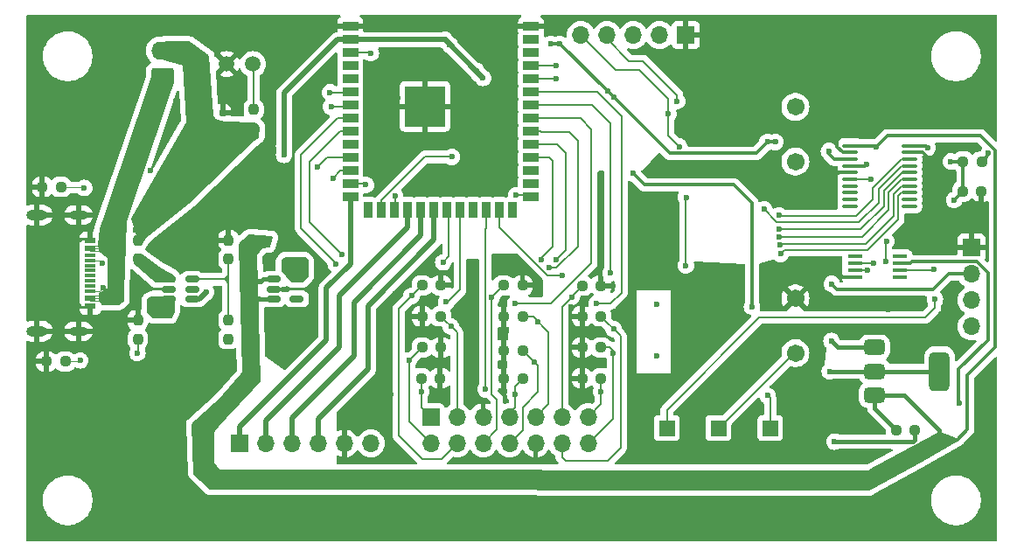
<source format=gbr>
%TF.GenerationSoftware,KiCad,Pcbnew,8.0.4*%
%TF.CreationDate,2024-10-15T03:00:00-05:00*%
%TF.ProjectId,FPP_10_8,4650505f-3130-45f3-982e-6b696361645f,rev?*%
%TF.SameCoordinates,Original*%
%TF.FileFunction,Copper,L1,Top*%
%TF.FilePolarity,Positive*%
%FSLAX46Y46*%
G04 Gerber Fmt 4.6, Leading zero omitted, Abs format (unit mm)*
G04 Created by KiCad (PCBNEW 8.0.4) date 2024-10-15 03:00:00*
%MOMM*%
%LPD*%
G01*
G04 APERTURE LIST*
G04 Aperture macros list*
%AMRoundRect*
0 Rectangle with rounded corners*
0 $1 Rounding radius*
0 $2 $3 $4 $5 $6 $7 $8 $9 X,Y pos of 4 corners*
0 Add a 4 corners polygon primitive as box body*
4,1,4,$2,$3,$4,$5,$6,$7,$8,$9,$2,$3,0*
0 Add four circle primitives for the rounded corners*
1,1,$1+$1,$2,$3*
1,1,$1+$1,$4,$5*
1,1,$1+$1,$6,$7*
1,1,$1+$1,$8,$9*
0 Add four rect primitives between the rounded corners*
20,1,$1+$1,$2,$3,$4,$5,0*
20,1,$1+$1,$4,$5,$6,$7,0*
20,1,$1+$1,$6,$7,$8,$9,0*
20,1,$1+$1,$8,$9,$2,$3,0*%
G04 Aperture macros list end*
%TA.AperFunction,Conductor*%
%ADD10C,0.200000*%
%TD*%
%TA.AperFunction,ComponentPad*%
%ADD11O,2.000000X1.000000*%
%TD*%
%TA.AperFunction,ComponentPad*%
%ADD12O,1.800000X0.900000*%
%TD*%
%TA.AperFunction,SMDPad,CuDef*%
%ADD13R,1.100000X0.600000*%
%TD*%
%TA.AperFunction,SMDPad,CuDef*%
%ADD14R,1.100000X0.300000*%
%TD*%
%TA.AperFunction,ComponentPad*%
%ADD15C,1.701800*%
%TD*%
%TA.AperFunction,SMDPad,CuDef*%
%ADD16R,1.500000X1.500000*%
%TD*%
%TA.AperFunction,SMDPad,CuDef*%
%ADD17RoundRect,0.237500X-0.250000X-0.237500X0.250000X-0.237500X0.250000X0.237500X-0.250000X0.237500X0*%
%TD*%
%TA.AperFunction,SMDPad,CuDef*%
%ADD18RoundRect,0.237500X0.250000X0.237500X-0.250000X0.237500X-0.250000X-0.237500X0.250000X-0.237500X0*%
%TD*%
%TA.AperFunction,ComponentPad*%
%ADD19R,1.700000X1.700000*%
%TD*%
%TA.AperFunction,ComponentPad*%
%ADD20O,1.700000X1.700000*%
%TD*%
%TA.AperFunction,SMDPad,CuDef*%
%ADD21RoundRect,0.237500X0.237500X-0.250000X0.237500X0.250000X-0.237500X0.250000X-0.237500X-0.250000X0*%
%TD*%
%TA.AperFunction,SMDPad,CuDef*%
%ADD22RoundRect,0.150000X-0.512500X-0.150000X0.512500X-0.150000X0.512500X0.150000X-0.512500X0.150000X0*%
%TD*%
%TA.AperFunction,SMDPad,CuDef*%
%ADD23RoundRect,0.237500X-0.237500X0.250000X-0.237500X-0.250000X0.237500X-0.250000X0.237500X0.250000X0*%
%TD*%
%TA.AperFunction,SMDPad,CuDef*%
%ADD24RoundRect,0.100000X-0.637500X-0.100000X0.637500X-0.100000X0.637500X0.100000X-0.637500X0.100000X0*%
%TD*%
%TA.AperFunction,SMDPad,CuDef*%
%ADD25RoundRect,0.160000X0.160000X-0.197500X0.160000X0.197500X-0.160000X0.197500X-0.160000X-0.197500X0*%
%TD*%
%TA.AperFunction,SMDPad,CuDef*%
%ADD26R,1.422400X0.431800*%
%TD*%
%TA.AperFunction,ComponentPad*%
%ADD27O,2.190000X1.740000*%
%TD*%
%TA.AperFunction,ComponentPad*%
%ADD28RoundRect,0.250000X0.845000X-0.620000X0.845000X0.620000X-0.845000X0.620000X-0.845000X-0.620000X0*%
%TD*%
%TA.AperFunction,SMDPad,CuDef*%
%ADD29RoundRect,0.375000X-0.625000X-0.375000X0.625000X-0.375000X0.625000X0.375000X-0.625000X0.375000X0*%
%TD*%
%TA.AperFunction,SMDPad,CuDef*%
%ADD30RoundRect,0.500000X-0.500000X-1.400000X0.500000X-1.400000X0.500000X1.400000X-0.500000X1.400000X0*%
%TD*%
%TA.AperFunction,HeatsinkPad*%
%ADD31C,0.600000*%
%TD*%
%TA.AperFunction,SMDPad,CuDef*%
%ADD32R,3.900000X3.900000*%
%TD*%
%TA.AperFunction,SMDPad,CuDef*%
%ADD33R,1.500000X0.900000*%
%TD*%
%TA.AperFunction,SMDPad,CuDef*%
%ADD34R,0.900000X1.500000*%
%TD*%
%TA.AperFunction,ComponentPad*%
%ADD35C,1.508000*%
%TD*%
%TA.AperFunction,ViaPad*%
%ADD36C,0.600000*%
%TD*%
%TA.AperFunction,Conductor*%
%ADD37C,0.300000*%
%TD*%
%TA.AperFunction,Conductor*%
%ADD38C,0.400000*%
%TD*%
%TA.AperFunction,Conductor*%
%ADD39C,0.500000*%
%TD*%
%TA.AperFunction,Conductor*%
%ADD40C,0.100000*%
%TD*%
G04 APERTURE END LIST*
D10*
%TO.N,Net-(J2-VBUS)*%
X118950000Y-73950000D02*
X114350000Y-87400000D01*
X114100000Y-94194190D01*
X112700000Y-94194190D01*
X112650000Y-90894190D01*
X111800000Y-90244190D01*
X111750000Y-89544190D01*
X111900000Y-88094190D01*
X116950000Y-73400000D01*
X118950000Y-73950000D01*
%TA.AperFunction,Conductor*%
G36*
X118950000Y-73950000D02*
G01*
X114350000Y-87400000D01*
X114100000Y-94194190D01*
X112700000Y-94194190D01*
X112650000Y-90894190D01*
X111800000Y-90244190D01*
X111750000Y-89544190D01*
X111900000Y-88094190D01*
X116950000Y-73400000D01*
X118950000Y-73950000D01*
G37*
%TD.AperFunction*%
X114100000Y-94050000D02*
X114100000Y-95050000D01*
X113700000Y-95400000D01*
X112100000Y-95400000D01*
X111800000Y-95000000D01*
X111800000Y-94350000D01*
X112150000Y-94250000D01*
X112800000Y-93800000D01*
X114100000Y-94050000D01*
%TA.AperFunction,Conductor*%
G36*
X114100000Y-94050000D02*
G01*
X114100000Y-95050000D01*
X113700000Y-95400000D01*
X112100000Y-95400000D01*
X111800000Y-95000000D01*
X111800000Y-94350000D01*
X112150000Y-94250000D01*
X112800000Y-93800000D01*
X114100000Y-94050000D01*
G37*
%TD.AperFunction*%
%TO.N,+5V*%
X126700000Y-79600000D02*
X120600000Y-85500000D01*
X116300000Y-88900000D01*
X115800000Y-89550000D01*
X115750000Y-89550000D01*
X114950000Y-87150000D01*
X120300000Y-77800000D01*
X126700000Y-79600000D01*
%TA.AperFunction,Conductor*%
G36*
X126700000Y-79600000D02*
G01*
X120600000Y-85500000D01*
X116300000Y-88900000D01*
X115800000Y-89550000D01*
X115750000Y-89550000D01*
X114950000Y-87150000D01*
X120300000Y-77800000D01*
X126700000Y-79600000D01*
G37*
%TD.AperFunction*%
%TO.N,Net-(U1-SW)*%
X119000000Y-94950000D02*
X119000000Y-96200000D01*
X118750000Y-96700000D01*
X117000000Y-96700000D01*
X116500000Y-96200000D01*
X116500000Y-94950000D01*
X117000000Y-94700000D01*
X117750000Y-94700000D01*
X118500000Y-94700000D01*
X119000000Y-94950000D01*
%TA.AperFunction,Conductor*%
G36*
X119000000Y-94950000D02*
G01*
X119000000Y-96200000D01*
X118750000Y-96700000D01*
X117000000Y-96700000D01*
X116500000Y-96200000D01*
X116500000Y-94950000D01*
X117000000Y-94700000D01*
X117750000Y-94700000D01*
X118500000Y-94700000D01*
X119000000Y-94950000D01*
G37*
%TD.AperFunction*%
%TO.N,+1V8*%
X128500000Y-88900000D02*
X128250000Y-89800000D01*
X127550000Y-89900000D01*
X127000000Y-90550000D01*
X127350000Y-102900000D01*
X123500000Y-106950000D01*
X123500000Y-104550000D01*
X125750000Y-102050000D01*
X125400000Y-89550000D01*
X126300000Y-88750000D01*
X128500000Y-88900000D01*
%TA.AperFunction,Conductor*%
G36*
X128500000Y-88900000D02*
G01*
X128250000Y-89800000D01*
X127550000Y-89900000D01*
X127000000Y-90550000D01*
X127350000Y-102900000D01*
X123500000Y-106950000D01*
X123500000Y-104550000D01*
X125750000Y-102050000D01*
X125400000Y-89550000D01*
X126300000Y-88750000D01*
X128500000Y-88900000D01*
G37*
%TD.AperFunction*%
%TO.N,Net-(U2-OUT)*%
X132000000Y-91200000D02*
X132000000Y-92700000D01*
X131500000Y-93200000D01*
X130250000Y-92950000D01*
X129500000Y-92200000D01*
X129500000Y-91200000D01*
X129750000Y-90950000D01*
X131750000Y-90950000D01*
X132000000Y-91200000D01*
%TA.AperFunction,Conductor*%
G36*
X132000000Y-91200000D02*
G01*
X132000000Y-92700000D01*
X131500000Y-93200000D01*
X130250000Y-92950000D01*
X129500000Y-92200000D01*
X129500000Y-91200000D01*
X129750000Y-90950000D01*
X131750000Y-90950000D01*
X132000000Y-91200000D01*
G37*
%TD.AperFunction*%
%TO.N,Net-(U1-FB)*%
X124300000Y-93350000D02*
X123950000Y-93000000D01*
X124300000Y-92600000D01*
X124300000Y-93350000D01*
%TA.AperFunction,Conductor*%
G36*
X124300000Y-93350000D02*
G01*
X123950000Y-93000000D01*
X124300000Y-92600000D01*
X124300000Y-93350000D01*
G37*
%TD.AperFunction*%
%TO.N,+1V8*%
X194110500Y-108194002D02*
X195000000Y-108500000D01*
X191150000Y-110700000D01*
X186310500Y-113344002D01*
X186310500Y-111544002D01*
X193150000Y-107850000D01*
X194110500Y-108194002D01*
%TA.AperFunction,Conductor*%
G36*
X194110500Y-108194002D02*
G01*
X195000000Y-108500000D01*
X191150000Y-110700000D01*
X186310500Y-113344002D01*
X186310500Y-111544002D01*
X193150000Y-107850000D01*
X194110500Y-108194002D01*
G37*
%TD.AperFunction*%
%TO.N,+5V*%
X120450000Y-70050000D02*
X122350000Y-71350000D01*
X122750000Y-77100000D01*
X123000000Y-77550000D01*
X123500000Y-77700000D01*
X124050000Y-77800000D01*
X126850000Y-77850000D01*
X127250000Y-78200000D01*
X127200000Y-79250000D01*
X126700000Y-79600000D01*
X121650000Y-79600000D01*
X121350000Y-79250000D01*
X120300000Y-77800000D01*
X120000000Y-72250000D01*
X118100000Y-71700000D01*
X118150000Y-70000000D01*
X120450000Y-70050000D01*
%TA.AperFunction,Conductor*%
G36*
X120450000Y-70050000D02*
G01*
X122350000Y-71350000D01*
X122750000Y-77100000D01*
X123000000Y-77550000D01*
X123500000Y-77700000D01*
X124050000Y-77800000D01*
X126850000Y-77850000D01*
X127250000Y-78200000D01*
X127200000Y-79250000D01*
X126700000Y-79600000D01*
X121650000Y-79600000D01*
X121350000Y-79250000D01*
X120300000Y-77800000D01*
X120000000Y-72250000D01*
X118100000Y-71700000D01*
X118150000Y-70000000D01*
X120450000Y-70050000D01*
G37*
%TD.AperFunction*%
%TO.N,+1V8*%
X123500000Y-106950000D02*
X122850000Y-107750000D01*
X122850000Y-110800000D01*
X123450000Y-111500000D01*
X186350000Y-111550000D01*
X186350000Y-113350000D01*
X122500000Y-113250000D01*
X121000000Y-111800000D01*
X120800000Y-107000000D01*
X123500000Y-104550000D01*
X123500000Y-106950000D01*
%TA.AperFunction,Conductor*%
G36*
X123500000Y-106950000D02*
G01*
X122850000Y-107750000D01*
X122850000Y-110800000D01*
X123450000Y-111500000D01*
X186350000Y-111550000D01*
X186350000Y-113350000D01*
X122500000Y-113250000D01*
X121000000Y-111800000D01*
X120800000Y-107000000D01*
X123500000Y-104550000D01*
X123500000Y-106950000D01*
G37*
%TD.AperFunction*%
%TO.N,Net-(U1-EN)*%
X117700000Y-91950000D02*
X119000000Y-92700000D01*
X119000000Y-93200000D01*
X117250000Y-93200000D01*
X115250000Y-91450000D01*
X115250000Y-90700000D01*
X116000000Y-90700000D01*
X117700000Y-91950000D01*
%TA.AperFunction,Conductor*%
G36*
X117700000Y-91950000D02*
G01*
X119000000Y-92700000D01*
X119000000Y-93200000D01*
X117250000Y-93200000D01*
X115250000Y-91450000D01*
X115250000Y-90700000D01*
X116000000Y-90700000D01*
X117700000Y-91950000D01*
G37*
%TD.AperFunction*%
%TD*%
D11*
%TO.P,J2,S1,SHIELD*%
%TO.N,GND*%
X105782500Y-86780000D03*
D12*
%TO.P,J2,S3,SHIELD__2*%
X109782500Y-86780000D03*
%TO.P,J2,S4,SHIELD__3*%
X109782500Y-98020000D03*
D11*
%TO.P,J2,S2,SHIELD__1*%
X105782500Y-98020000D03*
D13*
%TO.P,J2,B1_A12,GND__1*%
X110932500Y-95600000D03*
%TO.P,J2,B4_A9,VBUS__1*%
%TO.N,Net-(J2-VBUS)*%
X110932500Y-94800000D03*
D14*
%TO.P,J2,B5,CC2*%
%TO.N,Net-(J2-CC2)*%
X110932500Y-94150000D03*
%TO.P,J2,A8,SBU1*%
%TO.N,unconnected-(J2-SBU1-PadA8)*%
X110932500Y-93650000D03*
%TO.P,J2,B6,DP2*%
%TO.N,unconnected-(J2-DP2-PadB6)*%
X110932500Y-93150000D03*
%TO.P,J2,A7,DN1*%
%TO.N,unconnected-(J2-DN1-PadA7)*%
X110932500Y-92650000D03*
%TO.P,J2,A6,DP1*%
%TO.N,unconnected-(J2-DP1-PadA6)*%
X110932500Y-92150000D03*
%TO.P,J2,B7,DN2*%
%TO.N,unconnected-(J2-DN2-PadB7)*%
X110932500Y-91650000D03*
%TO.P,J2,A5,CC1*%
%TO.N,Net-(J2-CC1)*%
X110932500Y-91150000D03*
%TO.P,J2,B8,SBU2*%
%TO.N,unconnected-(J2-SBU2-PadB8)*%
X110932500Y-90650000D03*
D13*
%TO.P,J2,A4_B9,VBUS*%
%TO.N,Net-(J2-VBUS)*%
X110932500Y-90000000D03*
%TO.P,J2,A1_B12,GND*%
%TO.N,GND*%
X110932500Y-89200000D03*
%TD*%
D15*
%TO.P,SW2,1,1*%
%TO.N,N/C*%
X179200000Y-76300000D03*
%TO.P,SW2,6,6*%
X179200000Y-81600000D03*
%TD*%
%TO.P,SW3,1,1*%
%TO.N,GND*%
X179200000Y-94850000D03*
%TO.P,SW3,6,6*%
%TO.N,CHIP_PU*%
X179200000Y-100150000D03*
%TD*%
D16*
%TO.P,TP3,1,1*%
%TO.N,GPIO0_STRAPPING*%
X176750000Y-107400000D03*
%TD*%
%TO.P,TP2,1,1*%
%TO.N,CHIP_PU*%
X171750000Y-107400000D03*
%TD*%
%TO.P,TP1,1,1*%
%TO.N,VGND*%
X166750000Y-107400000D03*
%TD*%
D17*
%TO.P,C25,1*%
%TO.N,VGND*%
X195385500Y-84494002D03*
%TO.P,C25,2*%
%TO.N,GND*%
X197210500Y-84494002D03*
%TD*%
D18*
%TO.P,C24,1*%
%TO.N,+5V*%
X197260500Y-81594002D03*
%TO.P,C24,2*%
%TO.N,VGND*%
X195435500Y-81594002D03*
%TD*%
D19*
%TO.P,J4,1,Pin_1*%
%TO.N,GND*%
X168590000Y-69350000D03*
D20*
%TO.P,J4,2,Pin_2*%
%TO.N,esp_rx*%
X166050000Y-69350000D03*
%TO.P,J4,3,Pin_3*%
%TO.N,esp_tx*%
X163510000Y-69350000D03*
%TO.P,J4,4,Pin_4*%
%TO.N,DTR*%
X160970000Y-69350000D03*
%TO.P,J4,5,Pin_5*%
%TO.N,RTS*%
X158430000Y-69350000D03*
%TD*%
D18*
%TO.P,C7,1*%
%TO.N,SW_5*%
X152800000Y-102620000D03*
%TO.P,C7,2*%
%TO.N,GND*%
X150975000Y-102620000D03*
%TD*%
D17*
%TO.P,C2,1*%
%TO.N,SW_1*%
X143052000Y-99589000D03*
%TO.P,C2,2*%
%TO.N,GND*%
X144877000Y-99589000D03*
%TD*%
D21*
%TO.P,R15,1*%
%TO.N,Net-(U1-FB)*%
X124290000Y-91025000D03*
%TO.P,R15,2*%
%TO.N,GND*%
X124290000Y-89200000D03*
%TD*%
D22*
%TO.P,U1,1,EN*%
%TO.N,Net-(U1-EN)*%
X118515000Y-93000000D03*
%TO.P,U1,2,GND*%
%TO.N,GND*%
X118515000Y-93950000D03*
%TO.P,U1,3,SW*%
%TO.N,Net-(U1-SW)*%
X118515000Y-94900000D03*
%TO.P,U1,4,VIN*%
%TO.N,Net-(U1-EN)*%
X120790000Y-94900000D03*
%TO.P,U1,5,PG*%
%TO.N,unconnected-(U1-PG-Pad5)*%
X120790000Y-93950000D03*
%TO.P,U1,6,FB*%
%TO.N,Net-(U1-FB)*%
X120790000Y-93000000D03*
%TD*%
D23*
%TO.P,R5,1*%
%TO.N,+5V*%
X115540000Y-89200000D03*
%TO.P,R5,2*%
%TO.N,Net-(U1-EN)*%
X115540000Y-91025000D03*
%TD*%
D17*
%TO.P,C6,1*%
%TO.N,SW_4*%
X150953500Y-93589000D03*
%TO.P,C6,2*%
%TO.N,GND*%
X152778500Y-93589000D03*
%TD*%
%TO.P,C10,1*%
%TO.N,SW_8*%
X158550000Y-93620000D03*
%TO.P,C10,2*%
%TO.N,GND*%
X160375000Y-93620000D03*
%TD*%
D24*
%TO.P,ADC1,20,DVDD*%
%TO.N,Net-(ADC1-DVDD)*%
X190242500Y-80053002D03*
%TO.P,ADC1,19,DGND*%
%TO.N,GND*%
X190242500Y-80703002D03*
%TO.P,ADC1,18,MCLKIN*%
%TO.N,ADC_MCLK*%
X190242500Y-81353002D03*
%TO.P,ADC1,17,\u002AIRQ/MDAT*%
%TO.N,ADC_out*%
X190242500Y-82003002D03*
%TO.P,ADC1,16,SDO*%
%TO.N,ADC_MISO*%
X190242500Y-82653002D03*
%TO.P,ADC1,15,SDI*%
%TO.N,ADC_MOSI*%
X190242500Y-83303002D03*
%TO.P,ADC1,14,SCK*%
%TO.N,ADC_SCLK*%
X190242500Y-83953002D03*
%TO.P,ADC1,13,\u002ACS*%
%TO.N,ADC_\u002ACS*%
X190242500Y-84603002D03*
%TO.P,ADC1,12,NC*%
%TO.N,unconnected-(ADC1-NC-Pad12)*%
X190242500Y-85253002D03*
%TO.P,ADC1,11,NC*%
%TO.N,unconnected-(ADC1-NC-Pad11)*%
X190242500Y-85903002D03*
%TO.P,ADC1,10,NC*%
%TO.N,unconnected-(ADC1-NC-Pad10)*%
X184517500Y-85903002D03*
%TO.P,ADC1,9,NC*%
%TO.N,unconnected-(ADC1-NC-Pad9)*%
X184517500Y-85253002D03*
%TO.P,ADC1,8,NC*%
%TO.N,unconnected-(ADC1-NC-Pad8)*%
X184517500Y-84603002D03*
%TO.P,ADC1,7,NC*%
%TO.N,unconnected-(ADC1-NC-Pad7)*%
X184517500Y-83953002D03*
%TO.P,ADC1,6,CH1*%
%TO.N,op-amp+*%
X184517500Y-83303002D03*
%TO.P,ADC1,5,CH0*%
%TO.N,GND*%
X184517500Y-82653002D03*
%TO.P,ADC1,4,REFIN+*%
%TO.N,Net-(ADC1-REFIN+)*%
X184517500Y-82003002D03*
%TO.P,ADC1,3,REFIN-*%
%TO.N,VGND*%
X184517500Y-81353002D03*
%TO.P,ADC1,2,AGND*%
%TO.N,GND*%
X184517500Y-80703002D03*
%TO.P,ADC1,1,AVDD*%
%TO.N,+1V8*%
X184517500Y-80053002D03*
%TD*%
D25*
%TO.P,D1,2,A*%
%TO.N,GND*%
X123746000Y-76866000D03*
%TO.P,D1,1,K*%
%TO.N,+5V*%
X123746000Y-78061000D03*
%TD*%
D21*
%TO.P,R13,2*%
%TO.N,Net-(D2-A)*%
X126746000Y-76541000D03*
%TO.P,R13,1*%
%TO.N,+5V*%
X126746000Y-78366000D03*
%TD*%
D23*
%TO.P,TR2,1*%
%TO.N,GND*%
X115540000Y-96950000D03*
%TO.P,TR2,2*%
%TO.N,Net-(C15-Pad1)*%
X115540000Y-98775000D03*
%TD*%
D26*
%TO.P,opamp1,8,NC*%
%TO.N,unconnected-(opamp1-NC-Pad8)*%
X189300000Y-90800002D03*
%TO.P,opamp1,7,V+*%
%TO.N,+5V*%
X189300000Y-91450000D03*
%TO.P,opamp1,6,OUT*%
%TO.N,Net-(opamp1-OUT)*%
X189300000Y-92100002D03*
%TO.P,opamp1,5,NC*%
%TO.N,unconnected-(opamp1-NC-Pad5)*%
X189300000Y-92750000D03*
%TO.P,opamp1,4,V-*%
%TO.N,GND*%
X184956600Y-92750000D03*
%TO.P,opamp1,3,IN+*%
%TO.N,Net-(opamp1-IN+)*%
X184956600Y-92100002D03*
%TO.P,opamp1,2,IN-*%
%TO.N,Net-(opamp1-IN-)*%
X184956600Y-91450000D03*
%TO.P,opamp1,1,NC*%
%TO.N,unconnected-(opamp1-NC-Pad1)*%
X184956600Y-90800002D03*
%TD*%
D18*
%TO.P,C12,1*%
%TO.N,SW_ENTER*%
X160377000Y-102589000D03*
%TO.P,C12,2*%
%TO.N,GND*%
X158552000Y-102589000D03*
%TD*%
D17*
%TO.P,C1,1*%
%TO.N,SW_0*%
X142964500Y-102589000D03*
%TO.P,C1,2*%
%TO.N,GND*%
X144789500Y-102589000D03*
%TD*%
D18*
%TO.P,C3,1*%
%TO.N,SW_2*%
X144877000Y-96589000D03*
%TO.P,C3,2*%
%TO.N,GND*%
X143052000Y-96589000D03*
%TD*%
%TO.P,C13,1*%
%TO.N,SW_MEASURE*%
X160377000Y-99589000D03*
%TO.P,C13,2*%
%TO.N,GND*%
X158552000Y-99589000D03*
%TD*%
D17*
%TO.P,C4,1*%
%TO.N,SW_3*%
X143052000Y-93589000D03*
%TO.P,C4,2*%
%TO.N,GND*%
X144877000Y-93589000D03*
%TD*%
%TO.P,Rcomp1,2*%
%TO.N,Net-(Ccomp1-Pad1)*%
X190793500Y-107613002D03*
%TO.P,Rcomp1,1*%
%TO.N,+1V8*%
X188968500Y-107613002D03*
%TD*%
D18*
%TO.P,C11,1*%
%TO.N,SW_9*%
X160377000Y-96589000D03*
%TO.P,C11,2*%
%TO.N,GND*%
X158552000Y-96589000D03*
%TD*%
%TO.P,C8,1*%
%TO.N,SW_6*%
X152800000Y-99870000D03*
%TO.P,C8,2*%
%TO.N,GND*%
X150975000Y-99870000D03*
%TD*%
D27*
%TO.P,PowerSwitch1,2,Pin_2*%
%TO.N,+5V*%
X117900000Y-70860000D03*
D28*
%TO.P,PowerSwitch1,1,Pin_1*%
%TO.N,Net-(J2-VBUS)*%
X117900000Y-73400000D03*
%TD*%
D29*
%TO.P,U3,3*%
%TO.N,+1V8*%
X186860500Y-104194002D03*
D30*
%TO.P,U3,2*%
%TO.N,Net-(Cset1-Pad1)*%
X193160500Y-101894002D03*
D29*
X186860500Y-101894002D03*
%TO.P,U3,1*%
%TO.N,Net-(Rout1-Pad1)*%
X186860500Y-99594002D03*
%TD*%
D19*
%TO.P,Connector_LCD1,1,Pin_1*%
%TO.N,LCD_SCLK*%
X125400000Y-108870000D03*
D20*
%TO.P,Connector_LCD1,2,Pin_2*%
%TO.N,LCD_MOSI*%
X127940000Y-108870000D03*
%TO.P,Connector_LCD1,3,Pin_3*%
%TO.N,LCD_MISO*%
X130480000Y-108870000D03*
%TO.P,Connector_LCD1,4,Pin_4*%
%TO.N,LCD_ss*%
X133020000Y-108870000D03*
%TO.P,Connector_LCD1,5,Pin_5*%
%TO.N,GND*%
X135560000Y-108870000D03*
%TO.P,Connector_LCD1,6,Pin_6*%
%TO.N,+3V3*%
X138100000Y-108870000D03*
%TD*%
%TO.P,FPP_connection1,4,Pin_4*%
%TO.N,probe_outer_pin1*%
X196260500Y-97564002D03*
%TO.P,FPP_connection1,3,Pin_3*%
%TO.N,probe_inner_pin1*%
X196260500Y-95024002D03*
%TO.P,FPP_connection1,2,Pin_2*%
%TO.N,probe_inner_pin2*%
X196260500Y-92484002D03*
D19*
%TO.P,FPP_connection1,1,Pin_1*%
%TO.N,GND*%
X196260500Y-89944002D03*
%TD*%
D31*
%TO.P,MCU1,41,GND*%
%TO.N,GND*%
X144750000Y-76950000D03*
X144750000Y-75550000D03*
X144050000Y-77650000D03*
X144050000Y-76250000D03*
X144050000Y-74850000D03*
X143350000Y-76950000D03*
D32*
X143350000Y-76250000D03*
D31*
X143350000Y-75550000D03*
X142650000Y-77650000D03*
X142650000Y-76250000D03*
X142650000Y-74850000D03*
X141950000Y-76950000D03*
X141950000Y-75550000D03*
D33*
%TO.P,MCU1,40,GND*%
X153600000Y-68530000D03*
%TO.P,MCU1,39,IO1*%
%TO.N,unconnected-(MCU1-IO1-Pad39)*%
X153600000Y-69800000D03*
%TO.P,MCU1,38,IO2*%
%TO.N,unconnected-(MCU1-IO2-Pad38)*%
X153600000Y-71070000D03*
%TO.P,MCU1,37,TXD0*%
%TO.N,esp_tx*%
X153600000Y-72340000D03*
%TO.P,MCU1,36,RXD0*%
%TO.N,esp_rx*%
X153600000Y-73610000D03*
%TO.P,MCU1,35,IO42*%
%TO.N,but_9*%
X153600000Y-74880000D03*
%TO.P,MCU1,34,IO41*%
%TO.N,but_8*%
X153600000Y-76150000D03*
%TO.P,MCU1,33,IO40*%
%TO.N,but_7*%
X153600000Y-77420000D03*
%TO.P,MCU1,32,IO39*%
%TO.N,but_6*%
X153600000Y-78690000D03*
%TO.P,MCU1,31,IO38*%
%TO.N,but_5*%
X153600000Y-79960000D03*
%TO.P,MCU1,30,IO37*%
%TO.N,but_4*%
X153600000Y-81230000D03*
%TO.P,MCU1,29,IO36*%
%TO.N,unconnected-(MCU1-IO36-Pad29)*%
X153600000Y-82500000D03*
%TO.P,MCU1,28,IO35*%
%TO.N,unconnected-(MCU1-IO35-Pad28)*%
X153600000Y-83770000D03*
%TO.P,MCU1,27,IO0*%
%TO.N,GPIO0_STRAPPING*%
X153600000Y-85040000D03*
D34*
%TO.P,MCU1,26,IO45*%
%TO.N,unconnected-(MCU1-IO45-Pad26)*%
X151835000Y-86290000D03*
%TO.P,MCU1,25,IO48*%
%TO.N,measure*%
X150565000Y-86290000D03*
%TO.P,MCU1,24,IO47*%
%TO.N,enter*%
X149295000Y-86290000D03*
%TO.P,MCU1,23,IO21*%
%TO.N,unconnected-(MCU1-IO21-Pad23)*%
X148025000Y-86290000D03*
%TO.P,MCU1,22,IO14*%
%TO.N,but_2*%
X146755000Y-86290000D03*
%TO.P,MCU1,21,IO13*%
%TO.N,but_3*%
X145485000Y-86290000D03*
%TO.P,MCU1,20,IO12*%
%TO.N,LCD_ss*%
X144215000Y-86290000D03*
%TO.P,MCU1,19,IO11*%
%TO.N,LCD_MISO*%
X142945000Y-86290000D03*
%TO.P,MCU1,18,IO10*%
%TO.N,LCD_MOSI*%
X141675000Y-86290000D03*
%TO.P,MCU1,17,IO9*%
%TO.N,ADC_out*%
X140405000Y-86290000D03*
%TO.P,MCU1,16,IO46*%
%TO.N,GPIO46_STRAPPING*%
X139135000Y-86290000D03*
%TO.P,MCU1,15,IO3*%
%TO.N,unconnected-(MCU1-IO3-Pad15)*%
X137865000Y-86290000D03*
D33*
%TO.P,MCU1,14,IO20*%
%TO.N,LCD_SCLK*%
X136100000Y-85040000D03*
%TO.P,MCU1,13,IO19*%
%TO.N,ADC_MCLK*%
X136100000Y-83770000D03*
%TO.P,MCU1,12,IO8*%
%TO.N,ADC_MISO*%
X136100000Y-82500000D03*
%TO.P,MCU1,11,IO18*%
%TO.N,ADC_SCLK*%
X136100000Y-81230000D03*
%TO.P,MCU1,10,IO17*%
%TO.N,unconnected-(MCU1-IO17-Pad10)*%
X136100000Y-79960000D03*
%TO.P,MCU1,9,IO16*%
%TO.N,but_0*%
X136100000Y-78690000D03*
%TO.P,MCU1,8,IO15*%
%TO.N,but_1*%
X136100000Y-77420000D03*
%TO.P,MCU1,7,IO7*%
%TO.N,ADC_MOSI*%
X136100000Y-76150000D03*
%TO.P,MCU1,6,IO6*%
%TO.N,ADC_\u002ACS*%
X136100000Y-74880000D03*
%TO.P,MCU1,5,IO5*%
%TO.N,unconnected-(MCU1-IO5-Pad5)*%
X136100000Y-73610000D03*
%TO.P,MCU1,4,IO4*%
%TO.N,unconnected-(MCU1-IO4-Pad4)*%
X136100000Y-72340000D03*
%TO.P,MCU1,3,EN*%
%TO.N,CHIP_PU*%
X136100000Y-71070000D03*
%TO.P,MCU1,2,3V3*%
%TO.N,+3V3*%
X136100000Y-69800000D03*
%TO.P,MCU1,1,GND*%
%TO.N,GND*%
X136100000Y-68530000D03*
%TD*%
D19*
%TO.P,J3,1,Pin_1*%
%TO.N,SW_0*%
X143890000Y-106330000D03*
D20*
%TO.P,J3,2,Pin_2*%
%TO.N,SW_1*%
X143890000Y-108870000D03*
%TO.P,J3,3,Pin_3*%
%TO.N,SW_2*%
X146430000Y-106330000D03*
%TO.P,J3,4,Pin_4*%
%TO.N,SW_3*%
X146430000Y-108870000D03*
%TO.P,J3,5,Pin_5*%
%TO.N,GND*%
X148970000Y-106330000D03*
%TO.P,J3,6,Pin_6*%
%TO.N,SW_4*%
X148970000Y-108870000D03*
%TO.P,J3,7,Pin_7*%
%TO.N,SW_5*%
X151510000Y-106330000D03*
%TO.P,J3,8,Pin_8*%
%TO.N,SW_6*%
X151510000Y-108870000D03*
%TO.P,J3,9,Pin_9*%
%TO.N,SW_7*%
X154050000Y-106330000D03*
%TO.P,J3,10,Pin_10*%
%TO.N,GND*%
X154050000Y-108870000D03*
%TO.P,J3,11,Pin_11*%
%TO.N,SW_8*%
X156590000Y-106330000D03*
%TO.P,J3,12,Pin_12*%
%TO.N,SW_9*%
X156590000Y-108870000D03*
%TO.P,J3,13,Pin_13*%
%TO.N,SW_ENTER*%
X159130000Y-106330000D03*
%TO.P,J3,14,Pin_14*%
%TO.N,SW_MEASURE*%
X159130000Y-108870000D03*
%TD*%
D21*
%TO.P,R14,1*%
%TO.N,Net-(C15-Pad1)*%
X124290000Y-98775000D03*
%TO.P,R14,2*%
%TO.N,Net-(U1-FB)*%
X124290000Y-96950000D03*
%TD*%
D22*
%TO.P,U2,1,IN*%
%TO.N,+3V3*%
X128652500Y-93000000D03*
%TO.P,U2,2,GND*%
%TO.N,GND*%
X128652500Y-93950000D03*
%TO.P,U2,3,EN*%
%TO.N,+3V3*%
X128652500Y-94900000D03*
%TO.P,U2,4,NC*%
%TO.N,unconnected-(U2-NC-Pad4)*%
X130927500Y-94900000D03*
%TO.P,U2,5,OUT*%
%TO.N,Net-(U2-OUT)*%
X130927500Y-93000000D03*
%TD*%
D35*
%TO.P,D2,2,A*%
%TO.N,Net-(D2-A)*%
X126670000Y-72150000D03*
%TO.P,D2,1,K*%
%TO.N,GND*%
X124130000Y-72150000D03*
%TD*%
D18*
%TO.P,C9,1*%
%TO.N,SW_7*%
X152800000Y-96620000D03*
%TO.P,C9,2*%
%TO.N,GND*%
X150975000Y-96620000D03*
%TD*%
%TO.P,R8,1*%
%TO.N,Net-(J2-CC2)*%
X108500000Y-100950000D03*
%TO.P,R8,2*%
%TO.N,GND*%
X106675000Y-100950000D03*
%TD*%
%TO.P,R6,1*%
%TO.N,Net-(J2-CC1)*%
X108100000Y-84050000D03*
%TO.P,R6,2*%
%TO.N,GND*%
X106275000Y-84050000D03*
%TD*%
D36*
%TO.N,+5V*%
X197898629Y-80801371D03*
%TO.N,GND*%
X116750000Y-82500000D03*
X118250000Y-79250000D03*
X119250000Y-75750000D03*
X115250000Y-95250000D03*
X115250000Y-93250000D03*
X108750000Y-93900000D03*
X108750000Y-90650000D03*
X105750000Y-89150000D03*
X105750000Y-94900000D03*
X178250000Y-103150000D03*
X168250000Y-105900000D03*
X172500000Y-101900000D03*
X144000000Y-104650000D03*
X145500000Y-104400000D03*
X140000000Y-104150000D03*
X132750000Y-95400000D03*
X140500000Y-94400000D03*
X144000000Y-91150000D03*
X157750000Y-104900000D03*
X150750000Y-95150000D03*
X150750000Y-98150000D03*
X150750000Y-101150000D03*
X152750000Y-91650000D03*
X132500000Y-97650000D03*
X131000000Y-79400000D03*
X134250000Y-72400000D03*
X119250000Y-112650000D03*
X108250000Y-107650000D03*
X108250000Y-78150000D03*
X188250000Y-117400000D03*
X183500000Y-117400000D03*
X178500000Y-117400000D03*
X173500000Y-117400000D03*
X168500000Y-117400000D03*
X163500000Y-117400000D03*
X158500000Y-117400000D03*
X153500000Y-117400000D03*
X148500000Y-117400000D03*
X143250000Y-117400000D03*
X138500000Y-117400000D03*
X133500000Y-117400000D03*
X128500000Y-117400000D03*
X123500000Y-117400000D03*
X118250000Y-117400000D03*
X112500000Y-117650000D03*
X188500000Y-77400000D03*
X193250000Y-77400000D03*
X183250000Y-77400000D03*
X188250000Y-72900000D03*
X183250000Y-72900000D03*
X160250000Y-91650000D03*
X160250000Y-83150000D03*
X187000000Y-107400000D03*
X187000000Y-109900000D03*
X181000000Y-97900000D03*
X192250000Y-86650000D03*
X167750000Y-99150000D03*
X166250000Y-93150000D03*
X163500000Y-91900000D03*
X157750000Y-101150000D03*
X159000000Y-104400000D03*
X160250000Y-101150000D03*
X160250000Y-98150000D03*
X157500000Y-95650000D03*
X161500000Y-93650000D03*
X162500000Y-95900000D03*
X163750000Y-103400000D03*
X162750000Y-110400000D03*
X133500000Y-92400000D03*
X129500000Y-97650000D03*
X178250000Y-73150000D03*
X178000000Y-85150000D03*
X177750000Y-82650000D03*
X176250000Y-78150000D03*
X174250000Y-76150000D03*
X173000000Y-71900000D03*
X173750000Y-74150000D03*
X166750000Y-72150000D03*
X169500000Y-73650000D03*
X170750000Y-77400000D03*
X170750000Y-79650000D03*
X173250000Y-82900000D03*
X165000000Y-82650000D03*
X169250000Y-82900000D03*
X148750000Y-84400000D03*
X146500000Y-82900000D03*
X142500000Y-84400000D03*
X150750000Y-83150000D03*
X151250000Y-68400000D03*
X151250000Y-75400000D03*
X146000000Y-72650000D03*
X142000000Y-72400000D03*
X138250000Y-80900000D03*
X138250000Y-76900000D03*
X138250000Y-72650000D03*
X111500000Y-86400000D03*
X117000000Y-89900000D03*
X120500000Y-89650000D03*
X123250000Y-92150000D03*
X123000000Y-95900000D03*
X123250000Y-94150000D03*
X123250000Y-103150000D03*
X119250000Y-101150000D03*
X116000000Y-102400000D03*
X117250000Y-105900000D03*
X197750000Y-109150000D03*
X198000000Y-105650000D03*
X198250000Y-101900000D03*
X195250000Y-99400000D03*
X194500000Y-94650000D03*
X192750000Y-98900000D03*
X188750000Y-100650000D03*
X188250000Y-95900000D03*
X192250000Y-90400000D03*
X193750000Y-84400000D03*
X193750000Y-83400000D03*
X196750000Y-80400000D03*
X190750000Y-87400000D03*
X194750000Y-87400000D03*
X196750000Y-86400000D03*
X197750000Y-78400000D03*
X187750000Y-68400000D03*
X182750000Y-68400000D03*
X177750000Y-68400000D03*
X172750000Y-68400000D03*
X156750000Y-68400000D03*
X147750000Y-68400000D03*
X142750000Y-68400000D03*
X138750000Y-68400000D03*
X132750000Y-68400000D03*
X127750000Y-68400000D03*
X122750000Y-68400000D03*
X117750000Y-68400000D03*
X112750000Y-68400000D03*
X128500000Y-73900000D03*
X128500000Y-78900000D03*
X126250000Y-82400000D03*
X123000000Y-84900000D03*
X124000000Y-87400000D03*
X120250000Y-87400000D03*
X129500000Y-87650000D03*
X127000000Y-85900000D03*
X130250000Y-82650000D03*
X150750000Y-91650000D03*
X148000000Y-91900000D03*
X147750000Y-96400000D03*
X147750000Y-100400000D03*
X147750000Y-104400000D03*
X139750000Y-100650000D03*
X139000000Y-97650000D03*
X138000000Y-103400000D03*
X139250000Y-106400000D03*
X155500000Y-110400000D03*
X147500000Y-110400000D03*
X172500000Y-98400000D03*
X170500000Y-92400000D03*
X173750000Y-92150000D03*
X181000000Y-91400000D03*
X176250000Y-92150000D03*
X163250000Y-83900000D03*
X195750000Y-110400000D03*
X110750000Y-105400000D03*
X105750000Y-105400000D03*
X105750000Y-110400000D03*
X110750000Y-110400000D03*
X115750000Y-110400000D03*
X115750000Y-115400000D03*
X120750000Y-115400000D03*
X125750000Y-115400000D03*
X130750000Y-115400000D03*
X135750000Y-115400000D03*
X140750000Y-115400000D03*
X145750000Y-115400000D03*
X150750000Y-115400000D03*
X155750000Y-115400000D03*
X160750000Y-115400000D03*
X170750000Y-115400000D03*
X165750000Y-115400000D03*
X180750000Y-115400000D03*
X175750000Y-115400000D03*
X185750000Y-115400000D03*
X190750000Y-115400000D03*
%TO.N,*%
X165750000Y-95400000D03*
X165750000Y-100400000D03*
%TO.N,GND*%
X175750000Y-105400000D03*
X172000000Y-105400000D03*
X165750000Y-105400000D03*
X175750000Y-100400000D03*
X170750000Y-95400000D03*
X170750000Y-100400000D03*
X165750000Y-110400000D03*
X170750000Y-110400000D03*
X175750000Y-110400000D03*
X180750000Y-110400000D03*
X180750000Y-105400000D03*
X180750000Y-100400000D03*
X180750000Y-95400000D03*
X180750000Y-85400000D03*
X180750000Y-80400000D03*
X180750000Y-75400000D03*
X195750000Y-75400000D03*
X185750000Y-75400000D03*
X190750000Y-75400000D03*
X190750000Y-70400000D03*
X180750000Y-70400000D03*
X185750000Y-70400000D03*
X175750000Y-70400000D03*
X170750000Y-70400000D03*
X140750000Y-110400000D03*
X150750000Y-80400000D03*
X140750000Y-75400000D03*
X140750000Y-80400000D03*
X120750000Y-105400000D03*
X130750000Y-100400000D03*
X130250000Y-85400000D03*
X130750000Y-75400000D03*
X125750000Y-75400000D03*
X130750000Y-70400000D03*
X125750000Y-70400000D03*
X115750000Y-70400000D03*
X110750000Y-80400000D03*
X110750000Y-75400000D03*
X105750000Y-75400000D03*
X105750000Y-80400000D03*
%TO.N,VGND*%
X192710500Y-94944002D03*
%TO.N,GPIO0_STRAPPING*%
X168612500Y-85050000D03*
X168600000Y-91650000D03*
X176500000Y-104250000D03*
%TO.N,+3V3*%
X145744977Y-70294977D03*
X145250000Y-69800000D03*
X155500000Y-70200000D03*
X156350000Y-70200000D03*
X161000000Y-74800000D03*
X161600000Y-75350000D03*
X177250000Y-79700000D03*
X176500000Y-79700000D03*
X148950000Y-73500000D03*
X129700000Y-80100000D03*
X129700000Y-80950000D03*
%TO.N,but_1*%
X134700000Y-91550000D03*
%TO.N,but_0*%
X135300000Y-90600000D03*
%TO.N,but_2*%
X145400000Y-95200000D03*
%TO.N,but_3*%
X145100000Y-91350000D03*
%TO.N,enter*%
X149200000Y-103650000D03*
%TO.N,measure*%
X156600000Y-92600000D03*
%TO.N,but_4*%
X154600000Y-91100000D03*
%TO.N,but_5*%
X156001473Y-91100000D03*
%TO.N,but_6*%
X155350000Y-91900000D03*
%TO.N,but_7*%
X152100000Y-95300000D03*
%TO.N,but_8*%
X161300000Y-92400000D03*
%TO.N,but_9*%
X159950000Y-95350000D03*
%TO.N,+3V3*%
X148300000Y-72800000D03*
%TO.N,CHIP_PU*%
X138100000Y-71100000D03*
%TO.N,+5V*%
X195050000Y-105000000D03*
X115350000Y-88200000D03*
X116200000Y-88300000D03*
X115350000Y-87450000D03*
X116250000Y-87450000D03*
%TO.N,Net-(J2-CC2)*%
X109950000Y-100850000D03*
X112150000Y-93800000D03*
%TO.N,Net-(J2-CC1)*%
X112100000Y-91450000D03*
X110350000Y-84150000D03*
%TO.N,esp_rx*%
X156050000Y-73600000D03*
%TO.N,esp_tx*%
X156050000Y-72300000D03*
%TO.N,GPIO46_STRAPPING*%
X145950000Y-81150000D03*
%TO.N,GPIO0_STRAPPING*%
X152150000Y-84850000D03*
%TO.N,CHIP_PU*%
X163500000Y-82750000D03*
X175000000Y-95650000D03*
%TO.N,op-amp+*%
X186500000Y-83350000D03*
X188000000Y-89300000D03*
X187950000Y-91250000D03*
%TO.N,DTR*%
X167750000Y-75750000D03*
%TO.N,RTS*%
X166900000Y-76950000D03*
X167950000Y-80150000D03*
%TO.N,VGND*%
X182454470Y-80569002D03*
X194260500Y-81594002D03*
X194573000Y-85306502D03*
%TO.N,ADC_MCLK*%
X177610500Y-86794002D03*
X137600000Y-83850000D03*
%TO.N,+1V8*%
X187060500Y-80174002D03*
X126550000Y-89200000D03*
X127200000Y-89750000D03*
%TO.N,ADC_MISO*%
X134450000Y-83200000D03*
X177660500Y-88094002D03*
%TO.N,Net-(ADC1-REFIN+)*%
X186060500Y-81874002D03*
%TO.N,ADC_\u002ACS*%
X177760500Y-90544002D03*
X134150000Y-74900000D03*
%TO.N,ADC_SCLK*%
X177713715Y-89692233D03*
X132950000Y-82150000D03*
%TO.N,Net-(ADC1-DVDD)*%
X192010500Y-80274002D03*
%TO.N,ADC_MOSI*%
X177660500Y-88894002D03*
X134250000Y-76300000D03*
%TO.N,ADC_out*%
X140450000Y-84950000D03*
%TO.N,SW_0*%
X142964500Y-103870000D03*
%TO.N,SW_1*%
X141800000Y-100841000D03*
%TO.N,SW_2*%
X145854000Y-97566000D03*
%TO.N,SW_3*%
X142035500Y-94605500D03*
%TO.N,Net-(U1-EN)*%
X117500000Y-92550000D03*
X116900000Y-91750000D03*
X122150000Y-94250000D03*
%TO.N,SW_4*%
X149800000Y-94742500D03*
%TO.N,SW_5*%
X152050000Y-104120000D03*
%TO.N,SW_6*%
X153925000Y-100995000D03*
%TO.N,SW_7*%
X154300000Y-97120000D03*
%TO.N,SW_8*%
X157550000Y-94700000D03*
%TO.N,SW_9*%
X161604000Y-97816000D03*
%TO.N,SW_ENTER*%
X160377000Y-103870000D03*
%TO.N,SW_MEASURE*%
X161518000Y-100120000D03*
%TO.N,+3V3*%
X127250000Y-94900000D03*
X127450000Y-93250000D03*
%TO.N,Net-(C15-Pad1)*%
X115500000Y-100150000D03*
%TO.N,Net-(U2-OUT)*%
X131375000Y-92075000D03*
X129875000Y-91325000D03*
%TO.N,Net-(Ccomp1-Pad1)*%
X182993500Y-108713002D03*
%TO.N,probe_inner_pin2*%
X182723000Y-93450000D03*
%TO.N,Net-(opamp1-IN+)*%
X186173000Y-92144002D03*
%TO.N,Net-(Cset1-Pad1)*%
X182524500Y-101894002D03*
%TO.N,Net-(U1-SW)*%
X117000000Y-94950000D03*
X117000000Y-96200000D03*
X118500000Y-95950000D03*
%TO.N,Net-(opamp1-OUT)*%
X192573000Y-92044002D03*
%TO.N,Net-(opamp1-IN-)*%
X186767002Y-91450000D03*
%TO.N,Net-(Rout1-Pad1)*%
X182693500Y-98963002D03*
%TO.N,ADC_out*%
X176160500Y-86194002D03*
%TD*%
D37*
%TO.N,+5V*%
X197898629Y-80955873D02*
X197260500Y-81594002D01*
X197898629Y-80801371D02*
X197898629Y-80955873D01*
%TO.N,GND*%
X181203002Y-82653002D02*
X181100000Y-82550000D01*
X184517500Y-82653002D02*
X181203002Y-82653002D01*
X183250000Y-80173001D02*
X183250000Y-77400000D01*
X183780001Y-80703002D02*
X183250000Y-80173001D01*
X184517500Y-80703002D02*
X183780001Y-80703002D01*
%TO.N,VGND*%
X182969500Y-81353002D02*
X184517500Y-81353002D01*
X182454470Y-80837972D02*
X182969500Y-81353002D01*
X182454470Y-80569002D02*
X182454470Y-80837972D01*
%TO.N,GND*%
X191520261Y-80703002D02*
X193750000Y-82932741D01*
X193750000Y-82932741D02*
X193750000Y-83400000D01*
X190242500Y-80703002D02*
X191520261Y-80703002D01*
X182350000Y-91400000D02*
X181000000Y-91400000D01*
X183700000Y-92750000D02*
X182350000Y-91400000D01*
X184956600Y-92750000D02*
X183700000Y-92750000D01*
%TO.N,probe_inner_pin2*%
X194015998Y-92484002D02*
X196260500Y-92484002D01*
X183223000Y-93950000D02*
X192550000Y-93950000D01*
X192550000Y-93950000D02*
X194015998Y-92484002D01*
X182723000Y-93450000D02*
X183223000Y-93950000D01*
D10*
%TO.N,VGND*%
X191750000Y-96700000D02*
X192710500Y-95739500D01*
X175700000Y-96700000D02*
X191750000Y-96700000D01*
X192710500Y-95739500D02*
X192710500Y-94944002D01*
X166750000Y-105650000D02*
X175700000Y-96700000D01*
X166750000Y-107400000D02*
X166750000Y-105650000D01*
%TO.N,GPIO0_STRAPPING*%
X168600000Y-85062500D02*
X168612500Y-85050000D01*
X168600000Y-91650000D02*
X168600000Y-85062500D01*
X176750000Y-107400000D02*
X176750000Y-104500000D01*
X176750000Y-104500000D02*
X176500000Y-104250000D01*
%TO.N,CHIP_PU*%
X179050000Y-100150000D02*
X179200000Y-100150000D01*
X171800000Y-107400000D02*
X179050000Y-100150000D01*
X171750000Y-107400000D02*
X171800000Y-107400000D01*
D37*
%TO.N,+5V*%
X190311200Y-91450000D02*
X189300000Y-91450000D01*
X190477198Y-91284002D02*
X190311200Y-91450000D01*
X196784002Y-91284002D02*
X190477198Y-91284002D01*
X197850000Y-92350000D02*
X196784002Y-91284002D01*
X197850000Y-98850000D02*
X197850000Y-92350000D01*
X195000000Y-101700000D02*
X197850000Y-98850000D01*
X195050000Y-105000000D02*
X195000000Y-104950000D01*
X195000000Y-104950000D02*
X195000000Y-101700000D01*
%TO.N,+1V8*%
X194919239Y-108500000D02*
X192652251Y-108500000D01*
X195860500Y-107558739D02*
X194919239Y-108500000D01*
X195860500Y-102303356D02*
X195860500Y-107558739D01*
X192652251Y-108500000D02*
X190555250Y-110597001D01*
D38*
X193150000Y-107578681D02*
X193150000Y-109383502D01*
X186860500Y-104194002D02*
X189765321Y-104194002D01*
X189765321Y-104194002D02*
X193150000Y-107578681D01*
D37*
X191679502Y-109700000D02*
X190685500Y-110694002D01*
D39*
%TO.N,+3V3*%
X129700000Y-80100000D02*
X129700000Y-80950000D01*
X129700000Y-80950000D02*
X129700000Y-74950000D01*
X129700000Y-74950000D02*
X134850000Y-69800000D01*
X134850000Y-69800000D02*
X136100000Y-69800000D01*
D37*
X145250000Y-69800000D02*
X145744977Y-70294977D01*
X156400000Y-70200000D02*
X156350000Y-70200000D01*
X155500000Y-70200000D02*
X156350000Y-70200000D01*
X161000000Y-74800000D02*
X156400000Y-70200000D01*
X161050000Y-74800000D02*
X161600000Y-75350000D01*
X161000000Y-74800000D02*
X161050000Y-74800000D01*
X167050000Y-80800000D02*
X161600000Y-75350000D01*
X175400000Y-80800000D02*
X167050000Y-80800000D01*
X176500000Y-79700000D02*
X175400000Y-80800000D01*
X177250000Y-79700000D02*
X176500000Y-79700000D01*
D39*
X148950000Y-73500000D02*
X148400000Y-72950000D01*
D10*
%TO.N,but_1*%
X131350000Y-88050000D02*
X134700000Y-91400000D01*
X134700000Y-91400000D02*
X134700000Y-91550000D01*
X131350000Y-80900000D02*
X131350000Y-88050000D01*
X136100000Y-77420000D02*
X134830000Y-77420000D01*
X134830000Y-77420000D02*
X131350000Y-80900000D01*
%TO.N,but_0*%
X132200000Y-87500000D02*
X135300000Y-90600000D01*
X132200000Y-81640000D02*
X132200000Y-86350000D01*
X135150000Y-78690000D02*
X132200000Y-81640000D01*
X132200000Y-86350000D02*
X132200000Y-87500000D01*
X136100000Y-78690000D02*
X135150000Y-78690000D01*
%TO.N,but_2*%
X146755000Y-93995000D02*
X146755000Y-86290000D01*
X145550000Y-95200000D02*
X146755000Y-93995000D01*
X145400000Y-95200000D02*
X145550000Y-95200000D01*
%TO.N,but_3*%
X145664500Y-90785500D02*
X145100000Y-91350000D01*
X145664500Y-86469500D02*
X145664500Y-90785500D01*
X145485000Y-86290000D02*
X145664500Y-86469500D01*
%TO.N,enter*%
X149295000Y-88055000D02*
X149295000Y-86290000D01*
X149200000Y-88150000D02*
X149295000Y-88055000D01*
X149200000Y-103650000D02*
X149200000Y-88150000D01*
%TO.N,measure*%
X155201471Y-92600000D02*
X156600000Y-92600000D01*
X150565000Y-87963529D02*
X155201471Y-92600000D01*
X150565000Y-86290000D02*
X150565000Y-87963529D01*
%TO.N,but_7*%
X159450000Y-78500000D02*
X159450000Y-91400000D01*
X159450000Y-91400000D02*
X155550000Y-95300000D01*
X158370000Y-77420000D02*
X159450000Y-78500000D01*
X153600000Y-77420000D02*
X158370000Y-77420000D01*
X155550000Y-95300000D02*
X152100000Y-95300000D01*
%TO.N,but_6*%
X154560000Y-78700000D02*
X154550000Y-78690000D01*
X157300000Y-78700000D02*
X154560000Y-78700000D01*
X158150000Y-79550000D02*
X157300000Y-78700000D01*
X154550000Y-78690000D02*
X153600000Y-78690000D01*
X158150000Y-89800000D02*
X158150000Y-79550000D01*
X156050000Y-91900000D02*
X158150000Y-89800000D01*
X155350000Y-91900000D02*
X156050000Y-91900000D01*
%TO.N,but_5*%
X154550000Y-79960000D02*
X153600000Y-79960000D01*
X154560000Y-79950000D02*
X154550000Y-79960000D01*
X156950000Y-80800000D02*
X156100000Y-79950000D01*
X156950000Y-90151473D02*
X156950000Y-80800000D01*
X156001473Y-91100000D02*
X156950000Y-90151473D01*
X156100000Y-79950000D02*
X154560000Y-79950000D01*
%TO.N,SW_8*%
X157550000Y-94620000D02*
X158550000Y-93620000D01*
X157550000Y-94700000D02*
X156590000Y-95660000D01*
X156590000Y-95660000D02*
X156590000Y-106330000D01*
X157550000Y-94700000D02*
X157550000Y-94620000D01*
%TO.N,but_4*%
X154600000Y-91100000D02*
X154600000Y-90950000D01*
X155700000Y-89850000D02*
X155700000Y-81550000D01*
X155700000Y-81550000D02*
X155380000Y-81230000D01*
X154600000Y-90950000D02*
X155700000Y-89850000D01*
X155380000Y-81230000D02*
X153600000Y-81230000D01*
%TO.N,but_8*%
X161300000Y-77900000D02*
X161300000Y-92400000D01*
X159550000Y-76150000D02*
X161300000Y-77900000D01*
X153600000Y-76150000D02*
X159550000Y-76150000D01*
%TO.N,but_9*%
X159950000Y-95350000D02*
X161300000Y-95350000D01*
X159980000Y-74880000D02*
X153600000Y-74880000D01*
X162350000Y-94300000D02*
X162350000Y-77250000D01*
X162350000Y-77250000D02*
X159980000Y-74880000D01*
X161300000Y-95350000D02*
X162350000Y-94300000D01*
D39*
%TO.N,+3V3*%
X145250000Y-69800000D02*
X148400000Y-72950000D01*
X136100000Y-69800000D02*
X145250000Y-69800000D01*
D10*
%TO.N,CHIP_PU*%
X138070000Y-71070000D02*
X136100000Y-71070000D01*
X138100000Y-71100000D02*
X138070000Y-71070000D01*
D40*
%TO.N,Net-(J2-CC1)*%
X111800000Y-91150000D02*
X112100000Y-91450000D01*
X110950000Y-91150000D02*
X111800000Y-91150000D01*
%TO.N,Net-(J2-CC2)*%
X112150000Y-93800000D02*
X111800000Y-94150000D01*
X111800000Y-94150000D02*
X110950000Y-94150000D01*
%TO.N,Net-(J2-VBUS)*%
X110950000Y-90250000D02*
X111150000Y-90250000D01*
X111150000Y-90250000D02*
X111850000Y-90250000D01*
X110932500Y-90232500D02*
X110950000Y-90250000D01*
X110932500Y-90000000D02*
X110932500Y-90232500D01*
X111182500Y-89750000D02*
X111850000Y-89750000D01*
X111182500Y-89750000D02*
X111350000Y-89750000D01*
X110932500Y-90000000D02*
X111182500Y-89750000D01*
X110932500Y-90000000D02*
X111850000Y-90000000D01*
X111650000Y-94550000D02*
X111850000Y-94550000D01*
X110932500Y-94800000D02*
X111182500Y-94550000D01*
X111182500Y-94550000D02*
X111650000Y-94550000D01*
X110932500Y-94800000D02*
X111850000Y-94800000D01*
X110950000Y-95050000D02*
X111850000Y-95050000D01*
X110932500Y-95032500D02*
X110950000Y-95050000D01*
X110932500Y-94800000D02*
X110932500Y-95032500D01*
%TO.N,Net-(J2-CC1)*%
X108125000Y-84075000D02*
X110275000Y-84075000D01*
%TO.N,Net-(J2-CC2)*%
X109950000Y-100850000D02*
X109900000Y-100900000D01*
X109900000Y-100900000D02*
X108600000Y-100900000D01*
D10*
%TO.N,esp_rx*%
X156040000Y-73610000D02*
X153600000Y-73610000D01*
X156050000Y-73600000D02*
X156040000Y-73610000D01*
%TO.N,esp_tx*%
X156050000Y-72300000D02*
X156010000Y-72340000D01*
X156010000Y-72340000D02*
X153600000Y-72340000D01*
%TO.N,GPIO46_STRAPPING*%
X143325000Y-81150000D02*
X145950000Y-81150000D01*
X139135000Y-85340000D02*
X143325000Y-81150000D01*
X139135000Y-86290000D02*
X139135000Y-85340000D01*
%TO.N,GPIO0_STRAPPING*%
X153410000Y-84850000D02*
X153600000Y-85040000D01*
X152150000Y-84850000D02*
X153410000Y-84850000D01*
X153610000Y-85050000D02*
X153600000Y-85040000D01*
D37*
%TO.N,CHIP_PU*%
X164600000Y-83850000D02*
X173250000Y-83850000D01*
X175000000Y-85600000D02*
X175000000Y-95650000D01*
X163500000Y-82750000D02*
X164600000Y-83850000D01*
X173250000Y-83850000D02*
X175000000Y-85600000D01*
D10*
%TO.N,op-amp+*%
X184517500Y-83303002D02*
X186453002Y-83303002D01*
X186453002Y-83303002D02*
X186500000Y-83350000D01*
X187950000Y-91250000D02*
X187950000Y-89350000D01*
X187950000Y-89350000D02*
X188000000Y-89300000D01*
%TO.N,ADC_MCLK*%
X177660500Y-86844002D02*
X177610500Y-86794002D01*
X185110500Y-86844002D02*
X177660500Y-86844002D01*
X186700000Y-84150000D02*
X186700000Y-85254502D01*
X186700000Y-85254502D02*
X185110500Y-86844002D01*
X190242500Y-81353002D02*
X189496998Y-81353002D01*
X189496998Y-81353002D02*
X186700000Y-84150000D01*
%TO.N,ADC_out*%
X177411971Y-87444002D02*
X176161971Y-86194002D01*
X187250000Y-85554502D02*
X185360500Y-87444002D01*
X185360500Y-87444002D02*
X177411971Y-87444002D01*
X187250000Y-84258003D02*
X187250000Y-85554502D01*
X190242500Y-82003002D02*
X189505001Y-82003002D01*
X189505001Y-82003002D02*
X187250000Y-84258003D01*
%TO.N,ADC_MISO*%
X185510500Y-88144002D02*
X177710500Y-88144002D01*
X187750000Y-85904502D02*
X185510500Y-88144002D01*
X177710500Y-88144002D02*
X177660500Y-88094002D01*
X189546998Y-82653002D02*
X187750000Y-84450000D01*
X190242500Y-82653002D02*
X189546998Y-82653002D01*
X187750000Y-84450000D02*
X187750000Y-85904502D01*
%TO.N,ADC_MOSI*%
X189505001Y-83303002D02*
X190242500Y-83303002D01*
X188250000Y-84558003D02*
X189505001Y-83303002D01*
X188250000Y-86304502D02*
X188250000Y-84558003D01*
%TO.N,ADC_SCLK*%
X188700000Y-84758003D02*
X189505001Y-83953002D01*
X186010500Y-89594002D02*
X188700000Y-86904502D01*
X188700000Y-86904502D02*
X188700000Y-84758003D01*
X177710500Y-89644002D02*
X177760500Y-89594002D01*
X177760500Y-89594002D02*
X186010500Y-89594002D01*
X177713715Y-89647217D02*
X177710500Y-89644002D01*
X189505001Y-83953002D02*
X190242500Y-83953002D01*
X177713715Y-89692233D02*
X177713715Y-89647217D01*
%TO.N,ADC_MOSI*%
X185660500Y-88894002D02*
X177660500Y-88894002D01*
X188250000Y-86304502D02*
X185660500Y-88894002D01*
%TO.N,DTR*%
X160970000Y-69720000D02*
X160970000Y-69350000D01*
X163100000Y-71850000D02*
X160970000Y-69720000D01*
X164450000Y-71850000D02*
X163100000Y-71850000D01*
X167750000Y-75150000D02*
X164450000Y-71850000D01*
X167750000Y-75750000D02*
X167750000Y-75150000D01*
%TO.N,RTS*%
X161780000Y-72700000D02*
X158430000Y-69350000D01*
X164050000Y-72700000D02*
X161780000Y-72700000D01*
X166900000Y-75550000D02*
X164050000Y-72700000D01*
X166900000Y-76950000D02*
X166900000Y-75550000D01*
X167950000Y-80150000D02*
X166900000Y-79100000D01*
X166900000Y-79100000D02*
X166900000Y-76950000D01*
D37*
%TO.N,VGND*%
X195435500Y-81594002D02*
X194260500Y-81594002D01*
X195435500Y-84444002D02*
X195385500Y-84494002D01*
X195435500Y-81594002D02*
X195435500Y-84444002D01*
X195385500Y-84494002D02*
X194573000Y-85306502D01*
%TO.N,+1V8*%
X198560500Y-80544002D02*
X198560500Y-99603356D01*
X197110500Y-79094002D02*
X198560500Y-80544002D01*
X198560500Y-99603356D02*
X195860500Y-102303356D01*
X188140500Y-79094002D02*
X197110500Y-79094002D01*
X187060500Y-80174002D02*
X188140500Y-79094002D01*
D10*
%TO.N,ADC_MCLK*%
X136100000Y-83770000D02*
X137520000Y-83770000D01*
X137520000Y-83770000D02*
X137600000Y-83850000D01*
D38*
%TO.N,+1V8*%
X186860500Y-105505002D02*
X188968500Y-107613002D01*
D37*
X195860500Y-102303356D02*
X195860500Y-102394002D01*
X186939500Y-80053002D02*
X187060500Y-80174002D01*
X184517500Y-80053002D02*
X186939500Y-80053002D01*
D38*
X186860500Y-104194002D02*
X186860500Y-105505002D01*
D10*
%TO.N,ADC_MISO*%
X135150000Y-82500000D02*
X136100000Y-82500000D01*
X134450000Y-83200000D02*
X135150000Y-82500000D01*
D37*
%TO.N,Net-(ADC1-REFIN+)*%
X184517500Y-82003002D02*
X185931500Y-82003002D01*
X185931500Y-82003002D02*
X186060500Y-81874002D01*
D10*
%TO.N,ADC_\u002ACS*%
X136080000Y-74900000D02*
X136100000Y-74880000D01*
X178160500Y-90144002D02*
X177760500Y-90544002D01*
X189160500Y-84947503D02*
X189160500Y-87194002D01*
X186210500Y-90144002D02*
X178660500Y-90144002D01*
X190242500Y-84603002D02*
X189505001Y-84603002D01*
X189160500Y-87194002D02*
X186210500Y-90144002D01*
X189505001Y-84603002D02*
X189160500Y-84947503D01*
X178660500Y-90144002D02*
X178160500Y-90144002D01*
X134150000Y-74900000D02*
X136080000Y-74900000D01*
%TO.N,ADC_SCLK*%
X136100000Y-81230000D02*
X133870000Y-81230000D01*
X133870000Y-81230000D02*
X132950000Y-82150000D01*
D37*
%TO.N,Net-(ADC1-DVDD)*%
X191810500Y-80074002D02*
X192010500Y-80274002D01*
X190289500Y-80053002D02*
X190310500Y-80074002D01*
X190310500Y-80074002D02*
X191810500Y-80074002D01*
X190242500Y-80053002D02*
X190289500Y-80053002D01*
D10*
%TO.N,ADC_MOSI*%
X134250000Y-76300000D02*
X135950000Y-76300000D01*
X135950000Y-76300000D02*
X136100000Y-76150000D01*
%TO.N,ADC_out*%
X140450000Y-84950000D02*
X140450000Y-86245000D01*
X140450000Y-86245000D02*
X140405000Y-86290000D01*
%TO.N,SW_0*%
X142964500Y-102589000D02*
X142964500Y-105404500D01*
X142964500Y-105404500D02*
X143890000Y-106330000D01*
%TO.N,SW_1*%
X141800000Y-106780000D02*
X143890000Y-108870000D01*
X141800000Y-100841000D02*
X141800000Y-106780000D01*
X143052000Y-99589000D02*
X141800000Y-100841000D01*
%TO.N,SW_2*%
X144877000Y-96589000D02*
X146430000Y-98142000D01*
X146430000Y-98142000D02*
X146430000Y-106330000D01*
%TO.N,SW_3*%
X143052000Y-93589000D02*
X142035500Y-94605500D01*
X144930000Y-110370000D02*
X146430000Y-108870000D01*
X140800000Y-95841000D02*
X140800000Y-108120000D01*
X142035500Y-94605500D02*
X140800000Y-95841000D01*
X143050000Y-110370000D02*
X144930000Y-110370000D01*
X140800000Y-108120000D02*
X143050000Y-110370000D01*
%TO.N,Net-(U1-EN)*%
X116686500Y-92171500D02*
X115540000Y-91025000D01*
X118515000Y-93000000D02*
X117515000Y-93000000D01*
D39*
X121500000Y-94900000D02*
X122150000Y-94250000D01*
X120790000Y-94900000D02*
X121500000Y-94900000D01*
D10*
X117515000Y-93000000D02*
X116686500Y-92171500D01*
%TO.N,SW_4*%
X149800000Y-104120000D02*
X150300000Y-104620000D01*
X150300000Y-107540000D02*
X148970000Y-108870000D01*
X150953500Y-93589000D02*
X149800000Y-94742500D01*
X150300000Y-104620000D02*
X150300000Y-107540000D01*
X149800000Y-94742500D02*
X149800000Y-104120000D01*
%TO.N,SW_5*%
X152800000Y-102620000D02*
X152050000Y-103370000D01*
X152050000Y-105370000D02*
X151510000Y-105910000D01*
X152050000Y-103370000D02*
X152050000Y-105370000D01*
X151510000Y-105910000D02*
X151510000Y-106330000D01*
%TO.N,SW_6*%
X152800000Y-107580000D02*
X151510000Y-108870000D01*
X154300000Y-103870000D02*
X152800000Y-105370000D01*
X154300000Y-101370000D02*
X154300000Y-103870000D01*
X152800000Y-99870000D02*
X154300000Y-101370000D01*
X152800000Y-105370000D02*
X152800000Y-107580000D01*
%TO.N,SW_7*%
X155300000Y-105080000D02*
X155300000Y-98120000D01*
X154050000Y-106330000D02*
X155300000Y-105080000D01*
X155300000Y-98120000D02*
X153800000Y-96620000D01*
X153800000Y-96620000D02*
X152800000Y-96620000D01*
%TO.N,SW_9*%
X156946000Y-110586000D02*
X156590000Y-110230000D01*
X156590000Y-110230000D02*
X156590000Y-108870000D01*
X162280000Y-98492000D02*
X162280000Y-109316000D01*
X161010000Y-110586000D02*
X156946000Y-110586000D01*
X160377000Y-96589000D02*
X162280000Y-98492000D01*
X162280000Y-109316000D02*
X161010000Y-110586000D01*
%TO.N,SW_ENTER*%
X160377000Y-105083000D02*
X159130000Y-106330000D01*
X160377000Y-102589000D02*
X160377000Y-105083000D01*
%TO.N,SW_MEASURE*%
X160377000Y-99589000D02*
X161189000Y-99589000D01*
X161189000Y-99589000D02*
X161518000Y-99918000D01*
X161518000Y-106482000D02*
X159130000Y-108870000D01*
X161518000Y-99918000D02*
X161518000Y-106482000D01*
D38*
%TO.N,+3V3*%
X127700000Y-93000000D02*
X127450000Y-93250000D01*
X128652500Y-94900000D02*
X127250000Y-94900000D01*
X128652500Y-93000000D02*
X127700000Y-93000000D01*
D39*
X136100000Y-69800000D02*
X136050000Y-69750000D01*
D10*
%TO.N,Net-(C15-Pad1)*%
X115540000Y-98775000D02*
X115540000Y-100110000D01*
X115540000Y-100110000D02*
X115500000Y-100150000D01*
%TO.N,Net-(U1-FB)*%
X124290000Y-92660000D02*
X124290000Y-91025000D01*
X124290000Y-93340000D02*
X124290000Y-96950000D01*
X123950000Y-93000000D02*
X124290000Y-93340000D01*
X120790000Y-93000000D02*
X123950000Y-93000000D01*
X123950000Y-93000000D02*
X124290000Y-92660000D01*
D38*
%TO.N,Net-(Ccomp1-Pad1)*%
X190793500Y-108513002D02*
X190593500Y-108713002D01*
X190793500Y-107613002D02*
X190793500Y-108513002D01*
X190593500Y-108713002D02*
X182993500Y-108713002D01*
D10*
%TO.N,Net-(opamp1-IN+)*%
X184956600Y-92100002D02*
X186129000Y-92100002D01*
X186129000Y-92100002D02*
X186173000Y-92144002D01*
D39*
%TO.N,LCD_MOSI*%
X141675000Y-86290000D02*
X141675000Y-87540000D01*
X141675000Y-87540000D02*
X141650000Y-87565000D01*
X135050000Y-99525000D02*
X127940000Y-106635000D01*
X141650000Y-87565000D02*
X141650000Y-87950000D01*
X135050000Y-94550000D02*
X135050000Y-99525000D01*
X127940000Y-106635000D02*
X127940000Y-108870000D01*
X141650000Y-87950000D02*
X135050000Y-94550000D01*
%TO.N,LCD_ss*%
X137850000Y-101700000D02*
X133020000Y-106530000D01*
X144215000Y-89185000D02*
X137850000Y-95550000D01*
X133020000Y-106530000D02*
X133020000Y-108870000D01*
X144215000Y-86290000D02*
X144215000Y-89185000D01*
X137850000Y-95550000D02*
X137850000Y-101700000D01*
%TO.N,LCD_MISO*%
X130480000Y-106420000D02*
X136450000Y-100450000D01*
X136450000Y-100450000D02*
X136450000Y-95250000D01*
X136450000Y-95250000D02*
X142945000Y-88755000D01*
X130480000Y-108870000D02*
X130480000Y-106420000D01*
X142945000Y-88755000D02*
X142945000Y-86290000D01*
%TO.N,LCD_SCLK*%
X136100000Y-85040000D02*
X136100000Y-91550000D01*
X133800000Y-93850000D02*
X133800000Y-98850000D01*
X133800000Y-98850000D02*
X125400000Y-107250000D01*
X136100000Y-91550000D02*
X133800000Y-93850000D01*
X125400000Y-107250000D02*
X125400000Y-108870000D01*
D38*
%TO.N,Net-(Cset1-Pad1)*%
X182524500Y-101894002D02*
X186860500Y-101894002D01*
X193160500Y-101894002D02*
X186860500Y-101894002D01*
D10*
%TO.N,Net-(D2-A)*%
X126746000Y-76541000D02*
X126746000Y-72226000D01*
X126746000Y-72226000D02*
X126670000Y-72150000D01*
%TO.N,Net-(U1-SW)*%
X117500000Y-94900000D02*
X117050000Y-94900000D01*
X117500000Y-95450000D02*
X117000000Y-95950000D01*
X118515000Y-94900000D02*
X117500000Y-94900000D01*
X117500000Y-94900000D02*
X117500000Y-95450000D01*
X117050000Y-94900000D02*
X117000000Y-94950000D01*
%TO.N,Net-(opamp1-OUT)*%
X189300000Y-92100002D02*
X192517000Y-92100002D01*
X192517000Y-92100002D02*
X192573000Y-92044002D01*
%TO.N,Net-(opamp1-IN-)*%
X186767002Y-91450000D02*
X184956600Y-91450000D01*
D38*
%TO.N,Net-(Rout1-Pad1)*%
X183324500Y-99594002D02*
X186860500Y-99594002D01*
X182693500Y-98963002D02*
X183324500Y-99594002D01*
%TD*%
%TA.AperFunction,Conductor*%
%TO.N,GND*%
G36*
X135121593Y-67420185D02*
G01*
X135167348Y-67472989D01*
X135177292Y-67542147D01*
X135148267Y-67605703D01*
X135113982Y-67633332D01*
X135107906Y-67636649D01*
X134992812Y-67722809D01*
X134992809Y-67722812D01*
X134906649Y-67837906D01*
X134906645Y-67837913D01*
X134856403Y-67972620D01*
X134856401Y-67972627D01*
X134850000Y-68032155D01*
X134850000Y-68280000D01*
X137350000Y-68280000D01*
X137350000Y-68032172D01*
X137349999Y-68032155D01*
X137343598Y-67972627D01*
X137343596Y-67972620D01*
X137293354Y-67837913D01*
X137293350Y-67837906D01*
X137207190Y-67722812D01*
X137207187Y-67722809D01*
X137092093Y-67636649D01*
X137086018Y-67633332D01*
X137036613Y-67583926D01*
X137021762Y-67515653D01*
X137046179Y-67450189D01*
X137102113Y-67408318D01*
X137145446Y-67400500D01*
X152554554Y-67400500D01*
X152621593Y-67420185D01*
X152667348Y-67472989D01*
X152677292Y-67542147D01*
X152648267Y-67605703D01*
X152613982Y-67633332D01*
X152607906Y-67636649D01*
X152492812Y-67722809D01*
X152492809Y-67722812D01*
X152406649Y-67837906D01*
X152406645Y-67837913D01*
X152356403Y-67972620D01*
X152356401Y-67972627D01*
X152350000Y-68032155D01*
X152350000Y-68280000D01*
X154850000Y-68280000D01*
X154850000Y-68032172D01*
X154849999Y-68032155D01*
X154843598Y-67972627D01*
X154843596Y-67972620D01*
X154793354Y-67837913D01*
X154793350Y-67837906D01*
X154707190Y-67722812D01*
X154707187Y-67722809D01*
X154592093Y-67636649D01*
X154586018Y-67633332D01*
X154536613Y-67583926D01*
X154521762Y-67515653D01*
X154546179Y-67450189D01*
X154602113Y-67408318D01*
X154645446Y-67400500D01*
X198625500Y-67400500D01*
X198692539Y-67420185D01*
X198738294Y-67472989D01*
X198749500Y-67524500D01*
X198749500Y-79513693D01*
X198729815Y-79580732D01*
X198677011Y-79626487D01*
X198607853Y-79636431D01*
X198544297Y-79607406D01*
X198537819Y-79601374D01*
X197525173Y-78588728D01*
X197418625Y-78517535D01*
X197300247Y-78468501D01*
X197299396Y-78468332D01*
X197298814Y-78468216D01*
X197298814Y-78468215D01*
X197298801Y-78468214D01*
X197174571Y-78443502D01*
X197174569Y-78443502D01*
X188076431Y-78443502D01*
X188076429Y-78443502D01*
X187950761Y-78468499D01*
X187950751Y-78468502D01*
X187901720Y-78488812D01*
X187832381Y-78517532D01*
X187832363Y-78517542D01*
X187725832Y-78588723D01*
X187725825Y-78588729D01*
X186962275Y-79352279D01*
X186900952Y-79385764D01*
X186888488Y-79387817D01*
X186881247Y-79388633D01*
X186881245Y-79388634D01*
X186861499Y-79395543D01*
X186820545Y-79402502D01*
X185419823Y-79402502D01*
X185372370Y-79393063D01*
X185361675Y-79388633D01*
X185311762Y-79367958D01*
X185311760Y-79367957D01*
X185194370Y-79352503D01*
X185194367Y-79352502D01*
X185194361Y-79352502D01*
X185194354Y-79352502D01*
X183840636Y-79352502D01*
X183723246Y-79367955D01*
X183723237Y-79367958D01*
X183577160Y-79428465D01*
X183451718Y-79524720D01*
X183355463Y-79650162D01*
X183294956Y-79796239D01*
X183294955Y-79796241D01*
X183279500Y-79913637D01*
X183279500Y-79962592D01*
X183259815Y-80029631D01*
X183207011Y-80075386D01*
X183137853Y-80085330D01*
X183074297Y-80056305D01*
X183067819Y-80050273D01*
X182956732Y-79939186D01*
X182803993Y-79843213D01*
X182633724Y-79783633D01*
X182633719Y-79783632D01*
X182454474Y-79763437D01*
X182454466Y-79763437D01*
X182275220Y-79783632D01*
X182275215Y-79783633D01*
X182104946Y-79843213D01*
X181952207Y-79939186D01*
X181824654Y-80066739D01*
X181728681Y-80219478D01*
X181669101Y-80389747D01*
X181669100Y-80389752D01*
X181648905Y-80568998D01*
X181648905Y-80569005D01*
X181669100Y-80748251D01*
X181669101Y-80748256D01*
X181728681Y-80918525D01*
X181824654Y-81071264D01*
X181845371Y-81091981D01*
X181872250Y-81132207D01*
X181878003Y-81146095D01*
X181878005Y-81146099D01*
X181943544Y-81244186D01*
X181949196Y-81252645D01*
X182554827Y-81858276D01*
X182636099Y-81912580D01*
X182636098Y-81912580D01*
X182655074Y-81925258D01*
X182661373Y-81929467D01*
X182779756Y-81978503D01*
X182779760Y-81978503D01*
X182779761Y-81978504D01*
X182905428Y-82003502D01*
X182905431Y-82003502D01*
X183155501Y-82003502D01*
X183222540Y-82023187D01*
X183268295Y-82075991D01*
X183279501Y-82127502D01*
X183279501Y-82142365D01*
X183294953Y-82259755D01*
X183294956Y-82259764D01*
X183303837Y-82281205D01*
X183311304Y-82350675D01*
X183303838Y-82376105D01*
X183295443Y-82396372D01*
X183287987Y-82453002D01*
X183330500Y-82453002D01*
X183397539Y-82472687D01*
X183428875Y-82501515D01*
X183438179Y-82513640D01*
X183451718Y-82531284D01*
X183482140Y-82554627D01*
X183523341Y-82611054D01*
X183527496Y-82680800D01*
X183493283Y-82741721D01*
X183482146Y-82751371D01*
X183451718Y-82774720D01*
X183451717Y-82774721D01*
X183451716Y-82774722D01*
X183428875Y-82804489D01*
X183372447Y-82845692D01*
X183330500Y-82853002D01*
X183287990Y-82853002D01*
X183287988Y-82853003D01*
X183295441Y-82909624D01*
X183295445Y-82909636D01*
X183303837Y-82929897D01*
X183311304Y-82999366D01*
X183303838Y-83024796D01*
X183294956Y-83046240D01*
X183294955Y-83046241D01*
X183279500Y-83163640D01*
X183279500Y-83442365D01*
X183294953Y-83559755D01*
X183294957Y-83559767D01*
X183303566Y-83580552D01*
X183311033Y-83650021D01*
X183303566Y-83675452D01*
X183294957Y-83696236D01*
X183294955Y-83696241D01*
X183279500Y-83813640D01*
X183279500Y-84092365D01*
X183294953Y-84209755D01*
X183294957Y-84209767D01*
X183303566Y-84230552D01*
X183311033Y-84300021D01*
X183303566Y-84325452D01*
X183294957Y-84346236D01*
X183294955Y-84346241D01*
X183279500Y-84463640D01*
X183279500Y-84742365D01*
X183294953Y-84859755D01*
X183294957Y-84859767D01*
X183303566Y-84880552D01*
X183311033Y-84950021D01*
X183303566Y-84975452D01*
X183294957Y-84996236D01*
X183294955Y-84996241D01*
X183279500Y-85113640D01*
X183279500Y-85392365D01*
X183294953Y-85509755D01*
X183294957Y-85509767D01*
X183303566Y-85530552D01*
X183311033Y-85600021D01*
X183303566Y-85625452D01*
X183294957Y-85646236D01*
X183294955Y-85646241D01*
X183279500Y-85763640D01*
X183279500Y-86042364D01*
X183287525Y-86103318D01*
X183276759Y-86172353D01*
X183230378Y-86224609D01*
X183164586Y-86243502D01*
X178243440Y-86243502D01*
X178176401Y-86223817D01*
X178155759Y-86207183D01*
X178112762Y-86164186D01*
X177960023Y-86068213D01*
X177789754Y-86008633D01*
X177789749Y-86008632D01*
X177610504Y-85988437D01*
X177610496Y-85988437D01*
X177431250Y-86008632D01*
X177431245Y-86008633D01*
X177260976Y-86068213D01*
X177139424Y-86144590D01*
X177072187Y-86163590D01*
X177005352Y-86143222D01*
X176960138Y-86089954D01*
X176950232Y-86053483D01*
X176945868Y-86014747D01*
X176886289Y-85844480D01*
X176790316Y-85691740D01*
X176662762Y-85564186D01*
X176620884Y-85537872D01*
X176510023Y-85468213D01*
X176339754Y-85408633D01*
X176339749Y-85408632D01*
X176160504Y-85388437D01*
X176160496Y-85388437D01*
X175981250Y-85408632D01*
X175981245Y-85408633D01*
X175810973Y-85468214D01*
X175807181Y-85470597D01*
X175739943Y-85489590D01*
X175673110Y-85469217D01*
X175627900Y-85415945D01*
X175626658Y-85413050D01*
X175624828Y-85408633D01*
X175576465Y-85291873D01*
X175571559Y-85284530D01*
X175571559Y-85284529D01*
X175505278Y-85185332D01*
X175505272Y-85185325D01*
X173664673Y-83344726D01*
X173664669Y-83344723D01*
X173558127Y-83273535D01*
X173558125Y-83273534D01*
X173439745Y-83224499D01*
X173439059Y-83224362D01*
X173436959Y-83223945D01*
X173418052Y-83220184D01*
X173314071Y-83199500D01*
X173314069Y-83199500D01*
X164920808Y-83199500D01*
X164853769Y-83179815D01*
X164833127Y-83163181D01*
X164321722Y-82651776D01*
X164288237Y-82590453D01*
X164286182Y-82577973D01*
X164285564Y-82572489D01*
X164285368Y-82570745D01*
X164283595Y-82565677D01*
X164280034Y-82495899D01*
X164312954Y-82437044D01*
X165150005Y-81599994D01*
X177843968Y-81599994D01*
X177843968Y-81600005D01*
X177862461Y-81823187D01*
X177862463Y-81823199D01*
X177917441Y-82040301D01*
X178007405Y-82245401D01*
X178129898Y-82432889D01*
X178129906Y-82432900D01*
X178281581Y-82597661D01*
X178281591Y-82597670D01*
X178385397Y-82678466D01*
X178458321Y-82735225D01*
X178458323Y-82735226D01*
X178458326Y-82735228D01*
X178531305Y-82774722D01*
X178655288Y-82841818D01*
X178867114Y-82914538D01*
X179088020Y-82951400D01*
X179311980Y-82951400D01*
X179532886Y-82914538D01*
X179744712Y-82841818D01*
X179941679Y-82735225D01*
X180118415Y-82597665D01*
X180238534Y-82467182D01*
X180270093Y-82432900D01*
X180270094Y-82432898D01*
X180270100Y-82432892D01*
X180392595Y-82245400D01*
X180482558Y-82040303D01*
X180537537Y-81823196D01*
X180537664Y-81821666D01*
X180556032Y-81600005D01*
X180556032Y-81599994D01*
X180537538Y-81376812D01*
X180537536Y-81376800D01*
X180517967Y-81299523D01*
X180482558Y-81159697D01*
X180392595Y-80954600D01*
X180368216Y-80917286D01*
X180319237Y-80842318D01*
X180270100Y-80767108D01*
X180270097Y-80767105D01*
X180270093Y-80767099D01*
X180118418Y-80602338D01*
X180118408Y-80602329D01*
X179941682Y-80464777D01*
X179941673Y-80464771D01*
X179744718Y-80358185D01*
X179744715Y-80358184D01*
X179744712Y-80358182D01*
X179744706Y-80358180D01*
X179744704Y-80358179D01*
X179532888Y-80285462D01*
X179311980Y-80248600D01*
X179088020Y-80248600D01*
X178867111Y-80285462D01*
X178655295Y-80358179D01*
X178655281Y-80358185D01*
X178458326Y-80464771D01*
X178458317Y-80464777D01*
X178281591Y-80602329D01*
X178281581Y-80602338D01*
X178129906Y-80767099D01*
X178129898Y-80767110D01*
X178007405Y-80954598D01*
X177917441Y-81159698D01*
X177862463Y-81376800D01*
X177862461Y-81376812D01*
X177843968Y-81599994D01*
X165150005Y-81599994D01*
X165952347Y-80797652D01*
X166013668Y-80764169D01*
X166083360Y-80769153D01*
X166127707Y-80797654D01*
X166635328Y-81305275D01*
X166739027Y-81374564D01*
X166740467Y-81375525D01*
X166741873Y-81376465D01*
X166741875Y-81376465D01*
X166741877Y-81376467D01*
X166860251Y-81425499D01*
X166860256Y-81425501D01*
X166860260Y-81425501D01*
X166860261Y-81425502D01*
X166985928Y-81450500D01*
X166985931Y-81450500D01*
X175464071Y-81450500D01*
X175548615Y-81433682D01*
X175589744Y-81425501D01*
X175708127Y-81376465D01*
X175710250Y-81375046D01*
X175710973Y-81374564D01*
X175778784Y-81329254D01*
X175814669Y-81305277D01*
X176598224Y-80521720D01*
X176659545Y-80488237D01*
X176672019Y-80486183D01*
X176679255Y-80485368D01*
X176679262Y-80485366D01*
X176834045Y-80431205D01*
X176903824Y-80427643D01*
X176915955Y-80431205D01*
X177070737Y-80485366D01*
X177070743Y-80485367D01*
X177070745Y-80485368D01*
X177070746Y-80485368D01*
X177070750Y-80485369D01*
X177249996Y-80505565D01*
X177250000Y-80505565D01*
X177250004Y-80505565D01*
X177429249Y-80485369D01*
X177429252Y-80485368D01*
X177429255Y-80485368D01*
X177599522Y-80425789D01*
X177752262Y-80329816D01*
X177879816Y-80202262D01*
X177975789Y-80049522D01*
X178035368Y-79879255D01*
X178038286Y-79853359D01*
X178055565Y-79700003D01*
X178055565Y-79699996D01*
X178035369Y-79520750D01*
X178035368Y-79520745D01*
X178032371Y-79512181D01*
X177975789Y-79350478D01*
X177975174Y-79349500D01*
X177932553Y-79281669D01*
X177879816Y-79197738D01*
X177752262Y-79070184D01*
X177599523Y-78974211D01*
X177429254Y-78914631D01*
X177429249Y-78914630D01*
X177250004Y-78894435D01*
X177249996Y-78894435D01*
X177070750Y-78914630D01*
X177070742Y-78914632D01*
X176915954Y-78968795D01*
X176846176Y-78972356D01*
X176834046Y-78968795D01*
X176679257Y-78914632D01*
X176679249Y-78914630D01*
X176500004Y-78894435D01*
X176499996Y-78894435D01*
X176320750Y-78914630D01*
X176320745Y-78914631D01*
X176150476Y-78974211D01*
X175997737Y-79070184D01*
X175870184Y-79197737D01*
X175774210Y-79350478D01*
X175714632Y-79520744D01*
X175714630Y-79520752D01*
X175713815Y-79527988D01*
X175686743Y-79592400D01*
X175678277Y-79601775D01*
X175166873Y-80113181D01*
X175105550Y-80146666D01*
X175079192Y-80149500D01*
X168866322Y-80149500D01*
X168799283Y-80129815D01*
X168753528Y-80077011D01*
X168743102Y-80039383D01*
X168735369Y-79970750D01*
X168735368Y-79970748D01*
X168735368Y-79970745D01*
X168675789Y-79800478D01*
X168579816Y-79647738D01*
X168452262Y-79520184D01*
X168439525Y-79512181D01*
X168299521Y-79424210D01*
X168138757Y-79367957D01*
X168129255Y-79364632D01*
X168129254Y-79364631D01*
X168129249Y-79364630D01*
X168042330Y-79354837D01*
X167977916Y-79327770D01*
X167968533Y-79319298D01*
X167536819Y-78887584D01*
X167503334Y-78826261D01*
X167500500Y-78799903D01*
X167500500Y-77532412D01*
X167520185Y-77465373D01*
X167527555Y-77455097D01*
X167529810Y-77452267D01*
X167529816Y-77452262D01*
X167625789Y-77299522D01*
X167685368Y-77129255D01*
X167685849Y-77124990D01*
X167705565Y-76950003D01*
X167705565Y-76949996D01*
X167685369Y-76770750D01*
X167685366Y-76770737D01*
X167666737Y-76717498D01*
X167663175Y-76647719D01*
X167697903Y-76587092D01*
X167759897Y-76554864D01*
X167769885Y-76553324D01*
X167845351Y-76544821D01*
X167929250Y-76535369D01*
X167929253Y-76535368D01*
X167929255Y-76535368D01*
X168099522Y-76475789D01*
X168252262Y-76379816D01*
X168332084Y-76299994D01*
X177843968Y-76299994D01*
X177843968Y-76300005D01*
X177862461Y-76523187D01*
X177862463Y-76523199D01*
X177917441Y-76740301D01*
X178007405Y-76945401D01*
X178129898Y-77132889D01*
X178129906Y-77132900D01*
X178281581Y-77297661D01*
X178281591Y-77297670D01*
X178379454Y-77373840D01*
X178458321Y-77435225D01*
X178458323Y-77435226D01*
X178458326Y-77435228D01*
X178540796Y-77479858D01*
X178655288Y-77541818D01*
X178867114Y-77614538D01*
X179088020Y-77651400D01*
X179311980Y-77651400D01*
X179532886Y-77614538D01*
X179744712Y-77541818D01*
X179941679Y-77435225D01*
X180118415Y-77297665D01*
X180270100Y-77132892D01*
X180392595Y-76945400D01*
X180482558Y-76740303D01*
X180537537Y-76523196D01*
X180541178Y-76479255D01*
X180556032Y-76300005D01*
X180556032Y-76299994D01*
X180537538Y-76076812D01*
X180537536Y-76076800D01*
X180521084Y-76011831D01*
X180482558Y-75859697D01*
X180392595Y-75654600D01*
X180390979Y-75652127D01*
X180270101Y-75467110D01*
X180270093Y-75467099D01*
X180118418Y-75302338D01*
X180118408Y-75302329D01*
X179941682Y-75164777D01*
X179941673Y-75164771D01*
X179744718Y-75058185D01*
X179744715Y-75058184D01*
X179744712Y-75058182D01*
X179744706Y-75058180D01*
X179744704Y-75058179D01*
X179532888Y-74985462D01*
X179311980Y-74948600D01*
X179088020Y-74948600D01*
X178867111Y-74985462D01*
X178655295Y-75058179D01*
X178655281Y-75058185D01*
X178458326Y-75164771D01*
X178458317Y-75164777D01*
X178281591Y-75302329D01*
X178281581Y-75302338D01*
X178129906Y-75467099D01*
X178129898Y-75467110D01*
X178007405Y-75654598D01*
X177917441Y-75859698D01*
X177862463Y-76076800D01*
X177862461Y-76076812D01*
X177843968Y-76299994D01*
X168332084Y-76299994D01*
X168379816Y-76252262D01*
X168475789Y-76099522D01*
X168535368Y-75929255D01*
X168543205Y-75859698D01*
X168555565Y-75750003D01*
X168555565Y-75749996D01*
X168535369Y-75570750D01*
X168535368Y-75570745D01*
X168500699Y-75471666D01*
X168475789Y-75400478D01*
X168461583Y-75377870D01*
X168414123Y-75302338D01*
X168379816Y-75247738D01*
X168379815Y-75247737D01*
X168377555Y-75244903D01*
X168376665Y-75242724D01*
X168376111Y-75241842D01*
X168376265Y-75241744D01*
X168351146Y-75180216D01*
X168350501Y-75167589D01*
X168350501Y-75070944D01*
X168347082Y-75058185D01*
X168309577Y-74918216D01*
X168285251Y-74876082D01*
X168230524Y-74781290D01*
X168230518Y-74781282D01*
X164937590Y-71488355D01*
X164937588Y-71488352D01*
X164818717Y-71369481D01*
X164818709Y-71369475D01*
X164701465Y-71301785D01*
X164701465Y-71301784D01*
X164701460Y-71301783D01*
X164694594Y-71297818D01*
X164681786Y-71290423D01*
X164640084Y-71279249D01*
X164587601Y-71265186D01*
X192349500Y-71265186D01*
X192349500Y-71534813D01*
X192379686Y-71802719D01*
X192379687Y-71802728D01*
X192379688Y-71802732D01*
X192388877Y-71842993D01*
X192439684Y-72065594D01*
X192439687Y-72065602D01*
X192528734Y-72320082D01*
X192645714Y-72562994D01*
X192656841Y-72580703D01*
X192789162Y-72791289D01*
X192901109Y-72931666D01*
X192956688Y-73001361D01*
X192957266Y-73002085D01*
X193147915Y-73192734D01*
X193358711Y-73360838D01*
X193587003Y-73504284D01*
X193829921Y-73621267D01*
X193995639Y-73679254D01*
X194084397Y-73710312D01*
X194084405Y-73710315D01*
X194084408Y-73710315D01*
X194084409Y-73710316D01*
X194347268Y-73770312D01*
X194615187Y-73800499D01*
X194615188Y-73800500D01*
X194615191Y-73800500D01*
X194884812Y-73800500D01*
X194884812Y-73800499D01*
X195152732Y-73770312D01*
X195415591Y-73710316D01*
X195670079Y-73621267D01*
X195912997Y-73504284D01*
X196141289Y-73360838D01*
X196352085Y-73192734D01*
X196542734Y-73002085D01*
X196710838Y-72791289D01*
X196854284Y-72562997D01*
X196971267Y-72320079D01*
X197060316Y-72065591D01*
X197120312Y-71802732D01*
X197150500Y-71534809D01*
X197150500Y-71265191D01*
X197120312Y-70997268D01*
X197060316Y-70734409D01*
X197057892Y-70727483D01*
X197031015Y-70650672D01*
X196971267Y-70479921D01*
X196854284Y-70237003D01*
X196710838Y-70008711D01*
X196542734Y-69797915D01*
X196352085Y-69607266D01*
X196141289Y-69439162D01*
X195923194Y-69302123D01*
X195912994Y-69295714D01*
X195670082Y-69178734D01*
X195415602Y-69089687D01*
X195415594Y-69089684D01*
X195209049Y-69042542D01*
X195152732Y-69029688D01*
X195152728Y-69029687D01*
X195152719Y-69029686D01*
X194884813Y-68999500D01*
X194884809Y-68999500D01*
X194615191Y-68999500D01*
X194615186Y-68999500D01*
X194347280Y-69029686D01*
X194347268Y-69029688D01*
X194084405Y-69089684D01*
X194084397Y-69089687D01*
X193829917Y-69178734D01*
X193587005Y-69295714D01*
X193358712Y-69439161D01*
X193147915Y-69607265D01*
X192957265Y-69797915D01*
X192789161Y-70008712D01*
X192645714Y-70237005D01*
X192528734Y-70479917D01*
X192439687Y-70734397D01*
X192439684Y-70734405D01*
X192379688Y-70997268D01*
X192379686Y-70997280D01*
X192349500Y-71265186D01*
X164587601Y-71265186D01*
X164529057Y-71249499D01*
X164370943Y-71249499D01*
X164363347Y-71249499D01*
X164363331Y-71249500D01*
X163400097Y-71249500D01*
X163333058Y-71229815D01*
X163312416Y-71213181D01*
X162932069Y-70832834D01*
X162898584Y-70771511D01*
X162903568Y-70701819D01*
X162945440Y-70645886D01*
X163010904Y-70621469D01*
X163051841Y-70625377D01*
X163274592Y-70685063D01*
X163445319Y-70700000D01*
X163509999Y-70705659D01*
X163510000Y-70705659D01*
X163510001Y-70705659D01*
X163574681Y-70700000D01*
X163745408Y-70685063D01*
X163973663Y-70623903D01*
X164187830Y-70524035D01*
X164381401Y-70388495D01*
X164548495Y-70221401D01*
X164678425Y-70035842D01*
X164733002Y-69992217D01*
X164802500Y-69985023D01*
X164864855Y-70016546D01*
X164881575Y-70035842D01*
X164955697Y-70141700D01*
X165011505Y-70221401D01*
X165178599Y-70388495D01*
X165245015Y-70435000D01*
X165372165Y-70524032D01*
X165372167Y-70524033D01*
X165372170Y-70524035D01*
X165586337Y-70623903D01*
X165586343Y-70623904D01*
X165586344Y-70623905D01*
X165617089Y-70632143D01*
X165814592Y-70685063D01*
X165985319Y-70700000D01*
X166049999Y-70705659D01*
X166050000Y-70705659D01*
X166050001Y-70705659D01*
X166114681Y-70700000D01*
X166285408Y-70685063D01*
X166513663Y-70623903D01*
X166727830Y-70524035D01*
X166921401Y-70388495D01*
X167043717Y-70266178D01*
X167105036Y-70232696D01*
X167174728Y-70237680D01*
X167230662Y-70279551D01*
X167247577Y-70310528D01*
X167296646Y-70442088D01*
X167296649Y-70442093D01*
X167382809Y-70557187D01*
X167382812Y-70557190D01*
X167497906Y-70643350D01*
X167497913Y-70643354D01*
X167632620Y-70693596D01*
X167632627Y-70693598D01*
X167692155Y-70699999D01*
X167692172Y-70700000D01*
X168340000Y-70700000D01*
X168340000Y-69783012D01*
X168397007Y-69815925D01*
X168524174Y-69850000D01*
X168655826Y-69850000D01*
X168782993Y-69815925D01*
X168840000Y-69783012D01*
X168840000Y-70700000D01*
X169487828Y-70700000D01*
X169487844Y-70699999D01*
X169547372Y-70693598D01*
X169547379Y-70693596D01*
X169682086Y-70643354D01*
X169682093Y-70643350D01*
X169797187Y-70557190D01*
X169797190Y-70557187D01*
X169883350Y-70442093D01*
X169883354Y-70442086D01*
X169933596Y-70307379D01*
X169933598Y-70307372D01*
X169939999Y-70247844D01*
X169940000Y-70247827D01*
X169940000Y-69600000D01*
X169023012Y-69600000D01*
X169055925Y-69542993D01*
X169090000Y-69415826D01*
X169090000Y-69284174D01*
X169055925Y-69157007D01*
X169023012Y-69100000D01*
X169940000Y-69100000D01*
X169940000Y-68452172D01*
X169939999Y-68452155D01*
X169933598Y-68392627D01*
X169933596Y-68392620D01*
X169883354Y-68257913D01*
X169883350Y-68257906D01*
X169797190Y-68142812D01*
X169797187Y-68142809D01*
X169682093Y-68056649D01*
X169682086Y-68056645D01*
X169547379Y-68006403D01*
X169547372Y-68006401D01*
X169487844Y-68000000D01*
X168840000Y-68000000D01*
X168840000Y-68916988D01*
X168782993Y-68884075D01*
X168655826Y-68850000D01*
X168524174Y-68850000D01*
X168397007Y-68884075D01*
X168340000Y-68916988D01*
X168340000Y-68000000D01*
X167692155Y-68000000D01*
X167632627Y-68006401D01*
X167632620Y-68006403D01*
X167497913Y-68056645D01*
X167497906Y-68056649D01*
X167382812Y-68142809D01*
X167382809Y-68142812D01*
X167296649Y-68257906D01*
X167296645Y-68257913D01*
X167247578Y-68389470D01*
X167205707Y-68445404D01*
X167140242Y-68469821D01*
X167071969Y-68454969D01*
X167043715Y-68433819D01*
X166999366Y-68389470D01*
X166921401Y-68311505D01*
X166921397Y-68311502D01*
X166921396Y-68311501D01*
X166727834Y-68175967D01*
X166727830Y-68175965D01*
X166656727Y-68142809D01*
X166513663Y-68076097D01*
X166513659Y-68076096D01*
X166513655Y-68076094D01*
X166285413Y-68014938D01*
X166285403Y-68014936D01*
X166050001Y-67994341D01*
X166049999Y-67994341D01*
X165814596Y-68014936D01*
X165814586Y-68014938D01*
X165586344Y-68076094D01*
X165586335Y-68076098D01*
X165372171Y-68175964D01*
X165372169Y-68175965D01*
X165178597Y-68311505D01*
X165011505Y-68478597D01*
X164881575Y-68664158D01*
X164826998Y-68707783D01*
X164757500Y-68714977D01*
X164695145Y-68683454D01*
X164678425Y-68664158D01*
X164548494Y-68478597D01*
X164381402Y-68311506D01*
X164381395Y-68311501D01*
X164187834Y-68175967D01*
X164187830Y-68175965D01*
X164116727Y-68142809D01*
X163973663Y-68076097D01*
X163973659Y-68076096D01*
X163973655Y-68076094D01*
X163745413Y-68014938D01*
X163745403Y-68014936D01*
X163510001Y-67994341D01*
X163509999Y-67994341D01*
X163274596Y-68014936D01*
X163274586Y-68014938D01*
X163046344Y-68076094D01*
X163046335Y-68076098D01*
X162832171Y-68175964D01*
X162832169Y-68175965D01*
X162638597Y-68311505D01*
X162471505Y-68478597D01*
X162341575Y-68664158D01*
X162286998Y-68707783D01*
X162217500Y-68714977D01*
X162155145Y-68683454D01*
X162138425Y-68664158D01*
X162008494Y-68478597D01*
X161841402Y-68311506D01*
X161841395Y-68311501D01*
X161647834Y-68175967D01*
X161647830Y-68175965D01*
X161576727Y-68142809D01*
X161433663Y-68076097D01*
X161433659Y-68076096D01*
X161433655Y-68076094D01*
X161205413Y-68014938D01*
X161205403Y-68014936D01*
X160970001Y-67994341D01*
X160969999Y-67994341D01*
X160734596Y-68014936D01*
X160734586Y-68014938D01*
X160506344Y-68076094D01*
X160506335Y-68076098D01*
X160292171Y-68175964D01*
X160292169Y-68175965D01*
X160098597Y-68311505D01*
X159931505Y-68478597D01*
X159801575Y-68664158D01*
X159746998Y-68707783D01*
X159677500Y-68714977D01*
X159615145Y-68683454D01*
X159598425Y-68664158D01*
X159468494Y-68478597D01*
X159301402Y-68311506D01*
X159301395Y-68311501D01*
X159107834Y-68175967D01*
X159107830Y-68175965D01*
X159036727Y-68142809D01*
X158893663Y-68076097D01*
X158893659Y-68076096D01*
X158893655Y-68076094D01*
X158665413Y-68014938D01*
X158665403Y-68014936D01*
X158430001Y-67994341D01*
X158429999Y-67994341D01*
X158194596Y-68014936D01*
X158194586Y-68014938D01*
X157966344Y-68076094D01*
X157966335Y-68076098D01*
X157752171Y-68175964D01*
X157752169Y-68175965D01*
X157558597Y-68311505D01*
X157391505Y-68478597D01*
X157255965Y-68672169D01*
X157255964Y-68672171D01*
X157156098Y-68886335D01*
X157156094Y-68886344D01*
X157094938Y-69114586D01*
X157094936Y-69114596D01*
X157074341Y-69349999D01*
X157074341Y-69350001D01*
X157087051Y-69495276D01*
X157073284Y-69563776D01*
X157024669Y-69613959D01*
X156956641Y-69629892D01*
X156890797Y-69606517D01*
X156875842Y-69593764D01*
X156852262Y-69570184D01*
X156699523Y-69474211D01*
X156529254Y-69414631D01*
X156529249Y-69414630D01*
X156350004Y-69394435D01*
X156349996Y-69394435D01*
X156170750Y-69414630D01*
X156170745Y-69414631D01*
X156000474Y-69474212D01*
X155990968Y-69480185D01*
X155923731Y-69499183D01*
X155859032Y-69480185D01*
X155849525Y-69474212D01*
X155679254Y-69414631D01*
X155679249Y-69414630D01*
X155500004Y-69394435D01*
X155499996Y-69394435D01*
X155320750Y-69414630D01*
X155320745Y-69414631D01*
X155150476Y-69474211D01*
X155040471Y-69543333D01*
X154973234Y-69562333D01*
X154906399Y-69541965D01*
X154861185Y-69488698D01*
X154850499Y-69438339D01*
X154850499Y-69302129D01*
X154850498Y-69302123D01*
X154850497Y-69302116D01*
X154844091Y-69242517D01*
X154831073Y-69207616D01*
X154826090Y-69137926D01*
X154831075Y-69120949D01*
X154843597Y-69087375D01*
X154843598Y-69087372D01*
X154849999Y-69027844D01*
X154850000Y-69027827D01*
X154850000Y-68780000D01*
X152350000Y-68780000D01*
X152350000Y-69027844D01*
X152356401Y-69087372D01*
X152356403Y-69087379D01*
X152368925Y-69120952D01*
X152373909Y-69190643D01*
X152368925Y-69207617D01*
X152355909Y-69242514D01*
X152355908Y-69242516D01*
X152351430Y-69284174D01*
X152349501Y-69302123D01*
X152349500Y-69302135D01*
X152349500Y-70297870D01*
X152349501Y-70297876D01*
X152355908Y-70357481D01*
X152368659Y-70391669D01*
X152373642Y-70461361D01*
X152368659Y-70478331D01*
X152355908Y-70512518D01*
X152349501Y-70572116D01*
X152349500Y-70572135D01*
X152349500Y-71567870D01*
X152349501Y-71567876D01*
X152355908Y-71627481D01*
X152368659Y-71661669D01*
X152373642Y-71731361D01*
X152368659Y-71748331D01*
X152355908Y-71782518D01*
X152349501Y-71842116D01*
X152349501Y-71842123D01*
X152349500Y-71842135D01*
X152349500Y-72837870D01*
X152349501Y-72837876D01*
X152355908Y-72897481D01*
X152368659Y-72931669D01*
X152373642Y-73001361D01*
X152368659Y-73018331D01*
X152355908Y-73052518D01*
X152354167Y-73068716D01*
X152349501Y-73112123D01*
X152349500Y-73112135D01*
X152349500Y-74107870D01*
X152349501Y-74107876D01*
X152355908Y-74167481D01*
X152368659Y-74201669D01*
X152373642Y-74271361D01*
X152368659Y-74288331D01*
X152355908Y-74322518D01*
X152349501Y-74382116D01*
X152349501Y-74382123D01*
X152349500Y-74382135D01*
X152349500Y-75377870D01*
X152349501Y-75377876D01*
X152355908Y-75437481D01*
X152368659Y-75471669D01*
X152373642Y-75541361D01*
X152368659Y-75558331D01*
X152355908Y-75592518D01*
X152349501Y-75652116D01*
X152349501Y-75652123D01*
X152349500Y-75652135D01*
X152349500Y-76647870D01*
X152349501Y-76647872D01*
X152350272Y-76655050D01*
X152355908Y-76707481D01*
X152368659Y-76741669D01*
X152373642Y-76811361D01*
X152368659Y-76828331D01*
X152355908Y-76862518D01*
X152352593Y-76893355D01*
X152349501Y-76922123D01*
X152349500Y-76922135D01*
X152349500Y-77917870D01*
X152349501Y-77917876D01*
X152355908Y-77977481D01*
X152368659Y-78011669D01*
X152373642Y-78081361D01*
X152368659Y-78098331D01*
X152355908Y-78132518D01*
X152349501Y-78192116D01*
X152349501Y-78192123D01*
X152349500Y-78192135D01*
X152349500Y-79187870D01*
X152349501Y-79187876D01*
X152355908Y-79247481D01*
X152368659Y-79281669D01*
X152373642Y-79351361D01*
X152368659Y-79368331D01*
X152355908Y-79402518D01*
X152349501Y-79462116D01*
X152349501Y-79462123D01*
X152349500Y-79462135D01*
X152349500Y-80457870D01*
X152349501Y-80457876D01*
X152355908Y-80517481D01*
X152368659Y-80551669D01*
X152373642Y-80621361D01*
X152368659Y-80638331D01*
X152355908Y-80672518D01*
X152349501Y-80732116D01*
X152349501Y-80732123D01*
X152349500Y-80732135D01*
X152349500Y-81727870D01*
X152349501Y-81727876D01*
X152355908Y-81787481D01*
X152368659Y-81821669D01*
X152373642Y-81891361D01*
X152368659Y-81908331D01*
X152355908Y-81942518D01*
X152349501Y-82002116D01*
X152349501Y-82002123D01*
X152349500Y-82002135D01*
X152349500Y-82997870D01*
X152349501Y-82997876D01*
X152355908Y-83057481D01*
X152368659Y-83091669D01*
X152373642Y-83161361D01*
X152368659Y-83178331D01*
X152355908Y-83212518D01*
X152354023Y-83230055D01*
X152349501Y-83272123D01*
X152349500Y-83272135D01*
X152349500Y-83928156D01*
X152329815Y-83995195D01*
X152277011Y-84040950D01*
X152211618Y-84051377D01*
X152171815Y-84046892D01*
X152150000Y-84044435D01*
X152149998Y-84044435D01*
X152149997Y-84044435D01*
X152149996Y-84044435D01*
X151970750Y-84064630D01*
X151970745Y-84064631D01*
X151800476Y-84124211D01*
X151647737Y-84220184D01*
X151520184Y-84347737D01*
X151424211Y-84500476D01*
X151364631Y-84670745D01*
X151364630Y-84670750D01*
X151344435Y-84849996D01*
X151344435Y-84850003D01*
X151352077Y-84917830D01*
X151340022Y-84986652D01*
X151292673Y-85038031D01*
X151272190Y-85047895D01*
X151243333Y-85058658D01*
X151173642Y-85063642D01*
X151156669Y-85058659D01*
X151122480Y-85045908D01*
X151122482Y-85045908D01*
X151062883Y-85039501D01*
X151062881Y-85039500D01*
X151062873Y-85039500D01*
X151062864Y-85039500D01*
X150067129Y-85039500D01*
X150067123Y-85039501D01*
X150007518Y-85045908D01*
X149973331Y-85058659D01*
X149903639Y-85063642D01*
X149886669Y-85058659D01*
X149852480Y-85045908D01*
X149852482Y-85045908D01*
X149792883Y-85039501D01*
X149792881Y-85039500D01*
X149792873Y-85039500D01*
X149792864Y-85039500D01*
X148797129Y-85039500D01*
X148797123Y-85039501D01*
X148737518Y-85045908D01*
X148703331Y-85058659D01*
X148633639Y-85063642D01*
X148616669Y-85058659D01*
X148582480Y-85045908D01*
X148582482Y-85045908D01*
X148522883Y-85039501D01*
X148522881Y-85039500D01*
X148522873Y-85039500D01*
X148522864Y-85039500D01*
X147527129Y-85039500D01*
X147527123Y-85039501D01*
X147467518Y-85045908D01*
X147433331Y-85058659D01*
X147363639Y-85063642D01*
X147346669Y-85058659D01*
X147312480Y-85045908D01*
X147312482Y-85045908D01*
X147252883Y-85039501D01*
X147252881Y-85039500D01*
X147252873Y-85039500D01*
X147252864Y-85039500D01*
X146257129Y-85039500D01*
X146257123Y-85039501D01*
X146197518Y-85045908D01*
X146163331Y-85058659D01*
X146093639Y-85063642D01*
X146076669Y-85058659D01*
X146042480Y-85045908D01*
X146042482Y-85045908D01*
X145982883Y-85039501D01*
X145982881Y-85039500D01*
X145982873Y-85039500D01*
X145982864Y-85039500D01*
X144987129Y-85039500D01*
X144987123Y-85039501D01*
X144927518Y-85045908D01*
X144893331Y-85058659D01*
X144823639Y-85063642D01*
X144806669Y-85058659D01*
X144772480Y-85045908D01*
X144772482Y-85045908D01*
X144712883Y-85039501D01*
X144712881Y-85039500D01*
X144712873Y-85039500D01*
X144712864Y-85039500D01*
X143717129Y-85039500D01*
X143717123Y-85039501D01*
X143657518Y-85045908D01*
X143623331Y-85058659D01*
X143553639Y-85063642D01*
X143536669Y-85058659D01*
X143502480Y-85045908D01*
X143502482Y-85045908D01*
X143442883Y-85039501D01*
X143442881Y-85039500D01*
X143442873Y-85039500D01*
X143442864Y-85039500D01*
X142447129Y-85039500D01*
X142447123Y-85039501D01*
X142387518Y-85045908D01*
X142353331Y-85058659D01*
X142283639Y-85063642D01*
X142266669Y-85058659D01*
X142232480Y-85045908D01*
X142232482Y-85045908D01*
X142172883Y-85039501D01*
X142172881Y-85039500D01*
X142172873Y-85039500D01*
X142172865Y-85039500D01*
X141376462Y-85039500D01*
X141309423Y-85019815D01*
X141263668Y-84967011D01*
X141253242Y-84929383D01*
X141235369Y-84770750D01*
X141235368Y-84770745D01*
X141225436Y-84742362D01*
X141175789Y-84600478D01*
X141158516Y-84572989D01*
X141125667Y-84520710D01*
X141079816Y-84447738D01*
X141065837Y-84433759D01*
X141032352Y-84372436D01*
X141037336Y-84302744D01*
X141065837Y-84258397D01*
X142277994Y-83046241D01*
X143537416Y-81786819D01*
X143598739Y-81753334D01*
X143625097Y-81750500D01*
X145367588Y-81750500D01*
X145434627Y-81770185D01*
X145444903Y-81777555D01*
X145447736Y-81779814D01*
X145447738Y-81779816D01*
X145541359Y-81838642D01*
X145597638Y-81874005D01*
X145600478Y-81875789D01*
X145705618Y-81912579D01*
X145770745Y-81935368D01*
X145770750Y-81935369D01*
X145949996Y-81955565D01*
X145950000Y-81955565D01*
X145950004Y-81955565D01*
X146129249Y-81935369D01*
X146129252Y-81935368D01*
X146129255Y-81935368D01*
X146299522Y-81875789D01*
X146452262Y-81779816D01*
X146579816Y-81652262D01*
X146675789Y-81499522D01*
X146735368Y-81329255D01*
X146738070Y-81305275D01*
X146755565Y-81150003D01*
X146755565Y-81149996D01*
X146735369Y-80970750D01*
X146735368Y-80970745D01*
X146700984Y-80872482D01*
X146675789Y-80800478D01*
X146658939Y-80773662D01*
X146614541Y-80703002D01*
X146579816Y-80647738D01*
X146452262Y-80520184D01*
X146407801Y-80492247D01*
X146299523Y-80424211D01*
X146129254Y-80364631D01*
X146129249Y-80364630D01*
X145950004Y-80344435D01*
X145949996Y-80344435D01*
X145770750Y-80364630D01*
X145770745Y-80364631D01*
X145600476Y-80424211D01*
X145447736Y-80520185D01*
X145444903Y-80522445D01*
X145442724Y-80523334D01*
X145441842Y-80523889D01*
X145441744Y-80523734D01*
X145380217Y-80548855D01*
X145367588Y-80549500D01*
X143411669Y-80549500D01*
X143411653Y-80549499D01*
X143404057Y-80549499D01*
X143245943Y-80549499D01*
X143093215Y-80590423D01*
X143093214Y-80590423D01*
X143093212Y-80590424D01*
X143062650Y-80608070D01*
X143062648Y-80608071D01*
X142956287Y-80669477D01*
X142956282Y-80669481D01*
X138654482Y-84971281D01*
X138654480Y-84971284D01*
X138642979Y-84991204D01*
X138592410Y-85039418D01*
X138578925Y-85045383D01*
X138543332Y-85058658D01*
X138473640Y-85063642D01*
X138456669Y-85058659D01*
X138422480Y-85045908D01*
X138422482Y-85045908D01*
X138362883Y-85039501D01*
X138362881Y-85039500D01*
X138362873Y-85039500D01*
X138362865Y-85039500D01*
X137474499Y-85039500D01*
X137407460Y-85019815D01*
X137361705Y-84967011D01*
X137350499Y-84915500D01*
X137350499Y-84766209D01*
X137370184Y-84699170D01*
X137422988Y-84653415D01*
X137488383Y-84642989D01*
X137599997Y-84655565D01*
X137600000Y-84655565D01*
X137600004Y-84655565D01*
X137779249Y-84635369D01*
X137779252Y-84635368D01*
X137779255Y-84635368D01*
X137949522Y-84575789D01*
X138102262Y-84479816D01*
X138229816Y-84352262D01*
X138325789Y-84199522D01*
X138385368Y-84029255D01*
X138385369Y-84029249D01*
X138405565Y-83850003D01*
X138405565Y-83849996D01*
X138385369Y-83670750D01*
X138385368Y-83670745D01*
X138378116Y-83650021D01*
X138325789Y-83500478D01*
X138324664Y-83498688D01*
X138249619Y-83379254D01*
X138229816Y-83347738D01*
X138102262Y-83220184D01*
X138070144Y-83200003D01*
X137949523Y-83124211D01*
X137779254Y-83064631D01*
X137779249Y-83064630D01*
X137600004Y-83044435D01*
X137599996Y-83044435D01*
X137488382Y-83057010D01*
X137419560Y-83044955D01*
X137368181Y-82997606D01*
X137350499Y-82933793D01*
X137350499Y-82002128D01*
X137344091Y-81942517D01*
X137331340Y-81908332D01*
X137326357Y-81838642D01*
X137331340Y-81821669D01*
X137344091Y-81787483D01*
X137350500Y-81727873D01*
X137350499Y-80732128D01*
X137344091Y-80672517D01*
X137331340Y-80638332D01*
X137326357Y-80568642D01*
X137331340Y-80551669D01*
X137344091Y-80517483D01*
X137350500Y-80457873D01*
X137350499Y-79462128D01*
X137344091Y-79402517D01*
X137331340Y-79368332D01*
X137326357Y-79298642D01*
X137331340Y-79281669D01*
X137344091Y-79247483D01*
X137350500Y-79187873D01*
X137350499Y-78247844D01*
X140900000Y-78247844D01*
X140906401Y-78307372D01*
X140906403Y-78307379D01*
X140956645Y-78442086D01*
X140956649Y-78442093D01*
X141042809Y-78557187D01*
X141042812Y-78557190D01*
X141157906Y-78643350D01*
X141157913Y-78643354D01*
X141292620Y-78693596D01*
X141292627Y-78693598D01*
X141352155Y-78699999D01*
X141352172Y-78700000D01*
X143100000Y-78700000D01*
X143100000Y-77553554D01*
X143600000Y-77553554D01*
X143600000Y-78700000D01*
X145347828Y-78700000D01*
X145347844Y-78699999D01*
X145407372Y-78693598D01*
X145407379Y-78693596D01*
X145542086Y-78643354D01*
X145542093Y-78643350D01*
X145657187Y-78557190D01*
X145657190Y-78557187D01*
X145743350Y-78442093D01*
X145743354Y-78442086D01*
X145793596Y-78307379D01*
X145793598Y-78307372D01*
X145799999Y-78247844D01*
X145800000Y-78247827D01*
X145800000Y-76500000D01*
X144653553Y-76500000D01*
X144764280Y-76610726D01*
X144764282Y-76610730D01*
X145015871Y-76862318D01*
X145049356Y-76923641D01*
X145044372Y-76993332D01*
X145015871Y-77037680D01*
X144786560Y-77266990D01*
X144786548Y-77267006D01*
X144367006Y-77686548D01*
X144366999Y-77686551D01*
X144137680Y-77915871D01*
X144076357Y-77949356D01*
X144006665Y-77944372D01*
X143962318Y-77915871D01*
X143710740Y-77664292D01*
X143710725Y-77664280D01*
X143676554Y-77630109D01*
X143950000Y-77630109D01*
X143950000Y-77669891D01*
X143965224Y-77706645D01*
X143993355Y-77734776D01*
X144030109Y-77750000D01*
X144069891Y-77750000D01*
X144106645Y-77734776D01*
X144134776Y-77706645D01*
X144150000Y-77669891D01*
X144150000Y-77630109D01*
X144134776Y-77593355D01*
X144106645Y-77565224D01*
X144069891Y-77550000D01*
X144030109Y-77550000D01*
X143993355Y-77565224D01*
X143965224Y-77593355D01*
X143950000Y-77630109D01*
X143676554Y-77630109D01*
X143600000Y-77553554D01*
X143100000Y-77553554D01*
X143100000Y-77553553D01*
X142967007Y-77686548D01*
X142966998Y-77686552D01*
X142737680Y-77915871D01*
X142676357Y-77949356D01*
X142606665Y-77944372D01*
X142562318Y-77915871D01*
X142310736Y-77664288D01*
X142310726Y-77664280D01*
X142276555Y-77630109D01*
X142550000Y-77630109D01*
X142550000Y-77669891D01*
X142565224Y-77706645D01*
X142593355Y-77734776D01*
X142630109Y-77750000D01*
X142669891Y-77750000D01*
X142706645Y-77734776D01*
X142734776Y-77706645D01*
X142750000Y-77669891D01*
X142750000Y-77630109D01*
X142734776Y-77593355D01*
X142706645Y-77565224D01*
X142669891Y-77550000D01*
X142630109Y-77550000D01*
X142593355Y-77565224D01*
X142565224Y-77593355D01*
X142550000Y-77630109D01*
X142276555Y-77630109D01*
X141894573Y-77248127D01*
X141894571Y-77248124D01*
X141684127Y-77037680D01*
X141650642Y-76976357D01*
X141653949Y-76930109D01*
X141850000Y-76930109D01*
X141850000Y-76969891D01*
X141865224Y-77006645D01*
X141893355Y-77034776D01*
X141930109Y-77050000D01*
X141969891Y-77050000D01*
X142006645Y-77034776D01*
X142034776Y-77006645D01*
X142050000Y-76969891D01*
X142050000Y-76949999D01*
X142303553Y-76949999D01*
X142650000Y-77296446D01*
X142996446Y-76950000D01*
X142976555Y-76930109D01*
X143250000Y-76930109D01*
X143250000Y-76969891D01*
X143265224Y-77006645D01*
X143293355Y-77034776D01*
X143330109Y-77050000D01*
X143369891Y-77050000D01*
X143406645Y-77034776D01*
X143434776Y-77006645D01*
X143450000Y-76969891D01*
X143450000Y-76949999D01*
X143703553Y-76949999D01*
X144050000Y-77296446D01*
X144396446Y-76950000D01*
X144376555Y-76930109D01*
X144650000Y-76930109D01*
X144650000Y-76969891D01*
X144665224Y-77006645D01*
X144693355Y-77034776D01*
X144730109Y-77050000D01*
X144769891Y-77050000D01*
X144806645Y-77034776D01*
X144834776Y-77006645D01*
X144850000Y-76969891D01*
X144850000Y-76930109D01*
X144834776Y-76893355D01*
X144806645Y-76865224D01*
X144769891Y-76850000D01*
X144730109Y-76850000D01*
X144693355Y-76865224D01*
X144665224Y-76893355D01*
X144650000Y-76930109D01*
X144376555Y-76930109D01*
X144094317Y-76647871D01*
X144050000Y-76603553D01*
X144005683Y-76647871D01*
X144005682Y-76647872D01*
X143703553Y-76949999D01*
X143450000Y-76949999D01*
X143450000Y-76930109D01*
X143434776Y-76893355D01*
X143406645Y-76865224D01*
X143369891Y-76850000D01*
X143330109Y-76850000D01*
X143293355Y-76865224D01*
X143265224Y-76893355D01*
X143250000Y-76930109D01*
X142976555Y-76930109D01*
X142694317Y-76647871D01*
X142650000Y-76603553D01*
X142605683Y-76647871D01*
X142605682Y-76647872D01*
X142303553Y-76949999D01*
X142050000Y-76949999D01*
X142050000Y-76930109D01*
X142034776Y-76893355D01*
X142006645Y-76865224D01*
X141969891Y-76850000D01*
X141930109Y-76850000D01*
X141893355Y-76865224D01*
X141865224Y-76893355D01*
X141850000Y-76930109D01*
X141653949Y-76930109D01*
X141655626Y-76906665D01*
X141684127Y-76862318D01*
X141877132Y-76669314D01*
X142046446Y-76500000D01*
X140900000Y-76500000D01*
X140900000Y-78247844D01*
X137350499Y-78247844D01*
X137350499Y-78192128D01*
X137344091Y-78132517D01*
X137331340Y-78098332D01*
X137326357Y-78028642D01*
X137331340Y-78011669D01*
X137344091Y-77977483D01*
X137350500Y-77917873D01*
X137350499Y-76922128D01*
X137344091Y-76862517D01*
X137331340Y-76828332D01*
X137326357Y-76758642D01*
X137331340Y-76741669D01*
X137344091Y-76707483D01*
X137350500Y-76647873D01*
X137350500Y-76230109D01*
X142550000Y-76230109D01*
X142550000Y-76269891D01*
X142565224Y-76306645D01*
X142593355Y-76334776D01*
X142630109Y-76350000D01*
X142669891Y-76350000D01*
X142706645Y-76334776D01*
X142734776Y-76306645D01*
X142750000Y-76269891D01*
X142750000Y-76230109D01*
X143950000Y-76230109D01*
X143950000Y-76269891D01*
X143965224Y-76306645D01*
X143993355Y-76334776D01*
X144030109Y-76350000D01*
X144069891Y-76350000D01*
X144106645Y-76334776D01*
X144134776Y-76306645D01*
X144150000Y-76269891D01*
X144150000Y-76230109D01*
X144134776Y-76193355D01*
X144106645Y-76165224D01*
X144069891Y-76150000D01*
X144030109Y-76150000D01*
X143993355Y-76165224D01*
X143965224Y-76193355D01*
X143950000Y-76230109D01*
X142750000Y-76230109D01*
X142734776Y-76193355D01*
X142706645Y-76165224D01*
X142669891Y-76150000D01*
X142630109Y-76150000D01*
X142593355Y-76165224D01*
X142565224Y-76193355D01*
X142550000Y-76230109D01*
X137350500Y-76230109D01*
X137350499Y-75652128D01*
X137344091Y-75592517D01*
X137331340Y-75558332D01*
X137326357Y-75488642D01*
X137331340Y-75471669D01*
X137344091Y-75437483D01*
X137350500Y-75377873D01*
X137350499Y-74382128D01*
X137344091Y-74322517D01*
X137331340Y-74288332D01*
X137328753Y-74252155D01*
X140900000Y-74252155D01*
X140900000Y-76000000D01*
X142046445Y-76000000D01*
X141996924Y-75950479D01*
X141996924Y-75950478D01*
X141894573Y-75848127D01*
X141894571Y-75848124D01*
X141684127Y-75637680D01*
X141650642Y-75576357D01*
X141653949Y-75530109D01*
X141850000Y-75530109D01*
X141850000Y-75569891D01*
X141865224Y-75606645D01*
X141893355Y-75634776D01*
X141930109Y-75650000D01*
X141969891Y-75650000D01*
X142006645Y-75634776D01*
X142034776Y-75606645D01*
X142050000Y-75569891D01*
X142050000Y-75549999D01*
X142303553Y-75549999D01*
X142343977Y-75590422D01*
X142343978Y-75590424D01*
X142650000Y-75896446D01*
X142996446Y-75550000D01*
X142976555Y-75530109D01*
X143250000Y-75530109D01*
X143250000Y-75569891D01*
X143265224Y-75606645D01*
X143293355Y-75634776D01*
X143330109Y-75650000D01*
X143369891Y-75650000D01*
X143406645Y-75634776D01*
X143434776Y-75606645D01*
X143450000Y-75569891D01*
X143450000Y-75549999D01*
X143703553Y-75549999D01*
X143743977Y-75590422D01*
X143743978Y-75590424D01*
X144050000Y-75896446D01*
X144396446Y-75550000D01*
X144376555Y-75530109D01*
X144650000Y-75530109D01*
X144650000Y-75569891D01*
X144665224Y-75606645D01*
X144693355Y-75634776D01*
X144730109Y-75650000D01*
X144769891Y-75650000D01*
X144806645Y-75634776D01*
X144834776Y-75606645D01*
X144850000Y-75569891D01*
X144850000Y-75530109D01*
X144834776Y-75493355D01*
X144806645Y-75465224D01*
X144769891Y-75450000D01*
X144730109Y-75450000D01*
X144693355Y-75465224D01*
X144665224Y-75493355D01*
X144650000Y-75530109D01*
X144376555Y-75530109D01*
X144094183Y-75247737D01*
X144050000Y-75203553D01*
X144005817Y-75247737D01*
X144005816Y-75247738D01*
X143703553Y-75549999D01*
X143450000Y-75549999D01*
X143450000Y-75530109D01*
X143434776Y-75493355D01*
X143406645Y-75465224D01*
X143369891Y-75450000D01*
X143330109Y-75450000D01*
X143293355Y-75465224D01*
X143265224Y-75493355D01*
X143250000Y-75530109D01*
X142976555Y-75530109D01*
X142694183Y-75247737D01*
X142650000Y-75203553D01*
X142605817Y-75247737D01*
X142605816Y-75247738D01*
X142303553Y-75549999D01*
X142050000Y-75549999D01*
X142050000Y-75530109D01*
X142034776Y-75493355D01*
X142006645Y-75465224D01*
X141969891Y-75450000D01*
X141930109Y-75450000D01*
X141893355Y-75465224D01*
X141865224Y-75493355D01*
X141850000Y-75530109D01*
X141653949Y-75530109D01*
X141655626Y-75506665D01*
X141684127Y-75462318D01*
X141877132Y-75269314D01*
X142316337Y-74830109D01*
X142550000Y-74830109D01*
X142550000Y-74869891D01*
X142565224Y-74906645D01*
X142593355Y-74934776D01*
X142630109Y-74950000D01*
X142669891Y-74950000D01*
X142706645Y-74934776D01*
X142734776Y-74906645D01*
X142750000Y-74869891D01*
X142750000Y-74830109D01*
X142734776Y-74793355D01*
X142706645Y-74765224D01*
X142669891Y-74750000D01*
X142630109Y-74750000D01*
X142593355Y-74765224D01*
X142565224Y-74793355D01*
X142550000Y-74830109D01*
X142316337Y-74830109D01*
X142369314Y-74777132D01*
X142562318Y-74584127D01*
X142623641Y-74550642D01*
X142693332Y-74555626D01*
X142737680Y-74584127D01*
X142948121Y-74794568D01*
X142948127Y-74794573D01*
X143053554Y-74900000D01*
X143053555Y-74900000D01*
X143100000Y-74946445D01*
X143100000Y-74946444D01*
X143600000Y-74946444D01*
X143646445Y-74900000D01*
X143646446Y-74900000D01*
X143716337Y-74830109D01*
X143950000Y-74830109D01*
X143950000Y-74869891D01*
X143965224Y-74906645D01*
X143993355Y-74934776D01*
X144030109Y-74950000D01*
X144069891Y-74950000D01*
X144106645Y-74934776D01*
X144134776Y-74906645D01*
X144150000Y-74869891D01*
X144150000Y-74830109D01*
X144134776Y-74793355D01*
X144106645Y-74765224D01*
X144069891Y-74750000D01*
X144030109Y-74750000D01*
X143993355Y-74765224D01*
X143965224Y-74793355D01*
X143950000Y-74830109D01*
X143716337Y-74830109D01*
X143769314Y-74777132D01*
X143962318Y-74584127D01*
X144023641Y-74550642D01*
X144093332Y-74555626D01*
X144137680Y-74584127D01*
X144348121Y-74794568D01*
X144348127Y-74794573D01*
X144764280Y-75210726D01*
X144764282Y-75210730D01*
X145015871Y-75462318D01*
X145049356Y-75523641D01*
X145044372Y-75593332D01*
X145015871Y-75637680D01*
X144786560Y-75866990D01*
X144786548Y-75867006D01*
X144703076Y-75950478D01*
X144703076Y-75950479D01*
X144653555Y-76000000D01*
X145800000Y-76000000D01*
X145800000Y-74252172D01*
X145799999Y-74252155D01*
X145793598Y-74192627D01*
X145793596Y-74192620D01*
X145743354Y-74057913D01*
X145743350Y-74057906D01*
X145657190Y-73942812D01*
X145657187Y-73942809D01*
X145542093Y-73856649D01*
X145542086Y-73856645D01*
X145407379Y-73806403D01*
X145407372Y-73806401D01*
X145347844Y-73800000D01*
X143600000Y-73800000D01*
X143600000Y-74946444D01*
X143100000Y-74946444D01*
X143100000Y-73800000D01*
X141352155Y-73800000D01*
X141292627Y-73806401D01*
X141292620Y-73806403D01*
X141157913Y-73856645D01*
X141157906Y-73856649D01*
X141042812Y-73942809D01*
X141042809Y-73942812D01*
X140956649Y-74057906D01*
X140956645Y-74057913D01*
X140906403Y-74192620D01*
X140906401Y-74192627D01*
X140900000Y-74252155D01*
X137328753Y-74252155D01*
X137326357Y-74218642D01*
X137331340Y-74201669D01*
X137344091Y-74167483D01*
X137350500Y-74107873D01*
X137350499Y-73112128D01*
X137344091Y-73052517D01*
X137331340Y-73018332D01*
X137326357Y-72948642D01*
X137331340Y-72931669D01*
X137344091Y-72897483D01*
X137350500Y-72837873D01*
X137350499Y-71842128D01*
X137346804Y-71807753D01*
X137359211Y-71738994D01*
X137406822Y-71687857D01*
X137470094Y-71670500D01*
X137487060Y-71670500D01*
X137554099Y-71690185D01*
X137574741Y-71706819D01*
X137597738Y-71729816D01*
X137681611Y-71782517D01*
X137705833Y-71797737D01*
X137750478Y-71825789D01*
X137920745Y-71885368D01*
X137920750Y-71885369D01*
X138099996Y-71905565D01*
X138100000Y-71905565D01*
X138100004Y-71905565D01*
X138279249Y-71885369D01*
X138279252Y-71885368D01*
X138279255Y-71885368D01*
X138449522Y-71825789D01*
X138602262Y-71729816D01*
X138729816Y-71602262D01*
X138825789Y-71449522D01*
X138885368Y-71279255D01*
X138886953Y-71265188D01*
X138905565Y-71100003D01*
X138905565Y-71099996D01*
X138885369Y-70920750D01*
X138885368Y-70920745D01*
X138825788Y-70750475D01*
X138819503Y-70740473D01*
X138800502Y-70673236D01*
X138820869Y-70606401D01*
X138874137Y-70561186D01*
X138924496Y-70550500D01*
X144887770Y-70550500D01*
X144954809Y-70570185D01*
X144975451Y-70586819D01*
X144991669Y-70603037D01*
X145014333Y-70639106D01*
X145016165Y-70638224D01*
X145019184Y-70644493D01*
X145085777Y-70750475D01*
X145115161Y-70797239D01*
X145242715Y-70924793D01*
X145395455Y-71020766D01*
X145395457Y-71020766D01*
X145395461Y-71020769D01*
X145401733Y-71023790D01*
X145400846Y-71025630D01*
X145436916Y-71048284D01*
X147625289Y-73236657D01*
X147642602Y-73258366D01*
X147669076Y-73300500D01*
X147670184Y-73302262D01*
X147797738Y-73429816D01*
X147841634Y-73457397D01*
X147863341Y-73474709D01*
X148196692Y-73808060D01*
X148219356Y-73844123D01*
X148221186Y-73843242D01*
X148224208Y-73849516D01*
X148224210Y-73849519D01*
X148224211Y-73849522D01*
X148320184Y-74002262D01*
X148447738Y-74129816D01*
X148507685Y-74167483D01*
X148589103Y-74218642D01*
X148600478Y-74225789D01*
X148746954Y-74277043D01*
X148770745Y-74285368D01*
X148770750Y-74285369D01*
X148949996Y-74305565D01*
X148950000Y-74305565D01*
X148950004Y-74305565D01*
X149129249Y-74285369D01*
X149129252Y-74285368D01*
X149129255Y-74285368D01*
X149299522Y-74225789D01*
X149452262Y-74129816D01*
X149579816Y-74002262D01*
X149675789Y-73849522D01*
X149735368Y-73679255D01*
X149741902Y-73621265D01*
X149755565Y-73500003D01*
X149755565Y-73499996D01*
X149735369Y-73320750D01*
X149735368Y-73320745D01*
X149728946Y-73302393D01*
X149675789Y-73150478D01*
X149653292Y-73114675D01*
X149621686Y-73064374D01*
X149579816Y-72997738D01*
X149452262Y-72870184D01*
X149299522Y-72774211D01*
X149299519Y-72774210D01*
X149299516Y-72774208D01*
X149293242Y-72771186D01*
X149294123Y-72769356D01*
X149258060Y-72746692D01*
X149080221Y-72568853D01*
X149050860Y-72522127D01*
X149044361Y-72503553D01*
X149025789Y-72450478D01*
X148929816Y-72297738D01*
X148802262Y-72170184D01*
X148770135Y-72149997D01*
X148649524Y-72074212D01*
X148649523Y-72074211D01*
X148577872Y-72049139D01*
X148531147Y-72019779D01*
X146498284Y-69986916D01*
X146475630Y-69950846D01*
X146473790Y-69951733D01*
X146470769Y-69945461D01*
X146470766Y-69945457D01*
X146470766Y-69945455D01*
X146374793Y-69792715D01*
X146247239Y-69665161D01*
X146143536Y-69600000D01*
X146094493Y-69569184D01*
X146088224Y-69566165D01*
X146089106Y-69564333D01*
X146053037Y-69541669D01*
X146003307Y-69491939D01*
X145980653Y-69455869D01*
X145978813Y-69456756D01*
X145975792Y-69450484D01*
X145975789Y-69450480D01*
X145975789Y-69450478D01*
X145879816Y-69297738D01*
X145752262Y-69170184D01*
X145599523Y-69074211D01*
X145429254Y-69014631D01*
X145429249Y-69014630D01*
X145250004Y-68994435D01*
X145249996Y-68994435D01*
X145070750Y-69014630D01*
X145070745Y-69014631D01*
X144990983Y-69042542D01*
X144950028Y-69049500D01*
X137474000Y-69049500D01*
X137406961Y-69029815D01*
X137361206Y-68977011D01*
X137350000Y-68925500D01*
X137350000Y-68780000D01*
X134850000Y-68780000D01*
X134850000Y-68933032D01*
X134830315Y-69000071D01*
X134777511Y-69045826D01*
X134750192Y-69054649D01*
X134631092Y-69078340D01*
X134631082Y-69078343D01*
X134494511Y-69134912D01*
X134494498Y-69134919D01*
X134456332Y-69160422D01*
X134456331Y-69160422D01*
X134371585Y-69217046D01*
X134371578Y-69217052D01*
X129117047Y-74471584D01*
X129117043Y-74471589D01*
X129090522Y-74511283D01*
X129090522Y-74511284D01*
X129034913Y-74594508D01*
X128978343Y-74731082D01*
X128978340Y-74731092D01*
X128949500Y-74876079D01*
X128949500Y-79800028D01*
X128942542Y-79840982D01*
X128914631Y-79920747D01*
X128894435Y-80099996D01*
X128894435Y-80100003D01*
X128914630Y-80279249D01*
X128914631Y-80279254D01*
X128942542Y-80359017D01*
X128949500Y-80399972D01*
X128949500Y-80650028D01*
X128942542Y-80690982D01*
X128914631Y-80770747D01*
X128894435Y-80949996D01*
X128894435Y-80950003D01*
X128914630Y-81129249D01*
X128914631Y-81129254D01*
X128974211Y-81299523D01*
X129069077Y-81450500D01*
X129070184Y-81452262D01*
X129197738Y-81579816D01*
X129350478Y-81675789D01*
X129492421Y-81725457D01*
X129520745Y-81735368D01*
X129520750Y-81735369D01*
X129699996Y-81755565D01*
X129700000Y-81755565D01*
X129700004Y-81755565D01*
X129879249Y-81735369D01*
X129879252Y-81735368D01*
X129879255Y-81735368D01*
X130049522Y-81675789D01*
X130202262Y-81579816D01*
X130329816Y-81452262D01*
X130425789Y-81299522D01*
X130485368Y-81129255D01*
X130485369Y-81129249D01*
X130502280Y-80979159D01*
X130513427Y-80952628D01*
X130506522Y-80941883D01*
X130502279Y-80920831D01*
X130485697Y-80773663D01*
X130485368Y-80770745D01*
X130457458Y-80690982D01*
X130450500Y-80650028D01*
X130450500Y-80399972D01*
X130457458Y-80359017D01*
X130457751Y-80358179D01*
X130485368Y-80279255D01*
X130485960Y-80274002D01*
X130505565Y-80100003D01*
X130505565Y-80099996D01*
X130485368Y-79920747D01*
X130485368Y-79920745D01*
X130457458Y-79840982D01*
X130450500Y-79800028D01*
X130450500Y-75312229D01*
X130470185Y-75245190D01*
X130486814Y-75224553D01*
X134637821Y-71073545D01*
X134699142Y-71040062D01*
X134768834Y-71045046D01*
X134824767Y-71086918D01*
X134849184Y-71152382D01*
X134849500Y-71161228D01*
X134849500Y-71567870D01*
X134849501Y-71567876D01*
X134855908Y-71627481D01*
X134868659Y-71661669D01*
X134873642Y-71731361D01*
X134868659Y-71748331D01*
X134855908Y-71782518D01*
X134849501Y-71842116D01*
X134849501Y-71842123D01*
X134849500Y-71842135D01*
X134849500Y-72837870D01*
X134849501Y-72837876D01*
X134855908Y-72897481D01*
X134868659Y-72931669D01*
X134873642Y-73001361D01*
X134868659Y-73018331D01*
X134855908Y-73052518D01*
X134854167Y-73068716D01*
X134849501Y-73112123D01*
X134849500Y-73112135D01*
X134849500Y-74107870D01*
X134849501Y-74107879D01*
X134855312Y-74161937D01*
X134842905Y-74230696D01*
X134795293Y-74281832D01*
X134727593Y-74299110D01*
X134661300Y-74277043D01*
X134654707Y-74272134D01*
X134652263Y-74270185D01*
X134652262Y-74270184D01*
X134581606Y-74225788D01*
X134499523Y-74174211D01*
X134329254Y-74114631D01*
X134329249Y-74114630D01*
X134150004Y-74094435D01*
X134149996Y-74094435D01*
X133970750Y-74114630D01*
X133970745Y-74114631D01*
X133800476Y-74174211D01*
X133647737Y-74270184D01*
X133520184Y-74397737D01*
X133424211Y-74550476D01*
X133364631Y-74720745D01*
X133364630Y-74720750D01*
X133344435Y-74899996D01*
X133344435Y-74900000D01*
X133364630Y-75079249D01*
X133364631Y-75079254D01*
X133424211Y-75249523D01*
X133520184Y-75402262D01*
X133647740Y-75529818D01*
X133663694Y-75539842D01*
X133709986Y-75592176D01*
X133720635Y-75661230D01*
X133692260Y-75725078D01*
X133685405Y-75732517D01*
X133620183Y-75797739D01*
X133524211Y-75950476D01*
X133464631Y-76120745D01*
X133464630Y-76120750D01*
X133444435Y-76299996D01*
X133444435Y-76300003D01*
X133464630Y-76479249D01*
X133464631Y-76479254D01*
X133524211Y-76649523D01*
X133620184Y-76802262D01*
X133747738Y-76929816D01*
X133900478Y-77025789D01*
X134065709Y-77083605D01*
X134122484Y-77124327D01*
X134148232Y-77189279D01*
X134134776Y-77257841D01*
X134112435Y-77288328D01*
X130981286Y-80419478D01*
X130869481Y-80531282D01*
X130869475Y-80531290D01*
X130824881Y-80608531D01*
X130824881Y-80608532D01*
X130790423Y-80668215D01*
X130749499Y-80820943D01*
X130749499Y-80820945D01*
X130749499Y-80906948D01*
X130736888Y-80949893D01*
X130747640Y-80971648D01*
X130749500Y-80993042D01*
X130749500Y-87963330D01*
X130749499Y-87963348D01*
X130749499Y-88129054D01*
X130749498Y-88129054D01*
X130749499Y-88129057D01*
X130790423Y-88281785D01*
X130799463Y-88297442D01*
X130799464Y-88297445D01*
X130869475Y-88418709D01*
X130869481Y-88418717D01*
X130988349Y-88537585D01*
X130988355Y-88537590D01*
X133862977Y-91412212D01*
X133896462Y-91473535D01*
X133898516Y-91513776D01*
X133894435Y-91549997D01*
X133894435Y-91550003D01*
X133914630Y-91729249D01*
X133914631Y-91729254D01*
X133974211Y-91899523D01*
X134070184Y-92052262D01*
X134197737Y-92179815D01*
X134203184Y-92184159D01*
X134201993Y-92185651D01*
X134241993Y-92230862D01*
X134252648Y-92299915D01*
X134224279Y-92363766D01*
X134217416Y-92371214D01*
X133217048Y-93371583D01*
X133211224Y-93380300D01*
X133168372Y-93444435D01*
X133134914Y-93494507D01*
X133134913Y-93494509D01*
X133078343Y-93631082D01*
X133078340Y-93631092D01*
X133049500Y-93776079D01*
X133049500Y-98487769D01*
X133029815Y-98554808D01*
X133013181Y-98575450D01*
X129830145Y-101758485D01*
X129768822Y-101791970D01*
X129699130Y-101786986D01*
X129670390Y-101771707D01*
X127937809Y-100534149D01*
X127894699Y-100479165D01*
X127885933Y-100436763D01*
X127754073Y-95783924D01*
X127771850Y-95716355D01*
X127823337Y-95669122D01*
X127892186Y-95657223D01*
X127912614Y-95661335D01*
X128037431Y-95697598D01*
X128074306Y-95700500D01*
X128074314Y-95700500D01*
X129230686Y-95700500D01*
X129230694Y-95700500D01*
X129267569Y-95697598D01*
X129267571Y-95697597D01*
X129267573Y-95697597D01*
X129309191Y-95685505D01*
X129425398Y-95651744D01*
X129566865Y-95568081D01*
X129683081Y-95451865D01*
X129683267Y-95451549D01*
X129683477Y-95451353D01*
X129687861Y-95445702D01*
X129688772Y-95446409D01*
X129734336Y-95403866D01*
X129803077Y-95391362D01*
X129867667Y-95418006D01*
X129891855Y-95445921D01*
X129892139Y-95445702D01*
X129896179Y-95450911D01*
X129896732Y-95451548D01*
X129896919Y-95451865D01*
X129896921Y-95451867D01*
X129896923Y-95451870D01*
X130013129Y-95568076D01*
X130013133Y-95568079D01*
X130013135Y-95568081D01*
X130154602Y-95651744D01*
X130173461Y-95657223D01*
X130312426Y-95697597D01*
X130312429Y-95697597D01*
X130312431Y-95697598D01*
X130349306Y-95700500D01*
X130349314Y-95700500D01*
X131505686Y-95700500D01*
X131505694Y-95700500D01*
X131542569Y-95697598D01*
X131542571Y-95697597D01*
X131542573Y-95697597D01*
X131584191Y-95685505D01*
X131700398Y-95651744D01*
X131841865Y-95568081D01*
X131958081Y-95451865D01*
X132041744Y-95310398D01*
X132087598Y-95152569D01*
X132090500Y-95115694D01*
X132090500Y-94684306D01*
X132087598Y-94647431D01*
X132087545Y-94647250D01*
X132044738Y-94499907D01*
X132041744Y-94489602D01*
X131958081Y-94348135D01*
X131958079Y-94348133D01*
X131958076Y-94348129D01*
X131841870Y-94231923D01*
X131841862Y-94231917D01*
X131707745Y-94152601D01*
X131700398Y-94148256D01*
X131700397Y-94148255D01*
X131700396Y-94148255D01*
X131700393Y-94148254D01*
X131542573Y-94102402D01*
X131542567Y-94102401D01*
X131505701Y-94099500D01*
X131505694Y-94099500D01*
X130349306Y-94099500D01*
X130349298Y-94099500D01*
X130312432Y-94102401D01*
X130312426Y-94102402D01*
X130154606Y-94148254D01*
X130154603Y-94148255D01*
X130013137Y-94231917D01*
X130006969Y-94236702D01*
X130005664Y-94235019D01*
X129953954Y-94263246D01*
X129884263Y-94258251D01*
X129836558Y-94226247D01*
X129812296Y-94200000D01*
X129546815Y-94200000D01*
X129483694Y-94182732D01*
X129432745Y-94152601D01*
X129425398Y-94148256D01*
X129425397Y-94148255D01*
X129425396Y-94148255D01*
X129425393Y-94148254D01*
X129267573Y-94102402D01*
X129267567Y-94102401D01*
X129230701Y-94099500D01*
X129230694Y-94099500D01*
X128526500Y-94099500D01*
X128459461Y-94079815D01*
X128413706Y-94027011D01*
X128402500Y-93975500D01*
X128402500Y-93924500D01*
X128422185Y-93857461D01*
X128474989Y-93811706D01*
X128526500Y-93800500D01*
X129230686Y-93800500D01*
X129230694Y-93800500D01*
X129267569Y-93797598D01*
X129267571Y-93797597D01*
X129267573Y-93797597D01*
X129340181Y-93776502D01*
X129425398Y-93751744D01*
X129483694Y-93717268D01*
X129546815Y-93700000D01*
X129812294Y-93700000D01*
X129836557Y-93673752D01*
X129896518Y-93637885D01*
X129966352Y-93640129D01*
X130006012Y-93664530D01*
X130006969Y-93663298D01*
X130013132Y-93668078D01*
X130013135Y-93668081D01*
X130154602Y-93751744D01*
X130162374Y-93754002D01*
X130312426Y-93797597D01*
X130312429Y-93797597D01*
X130312431Y-93797598D01*
X130349306Y-93800500D01*
X131443375Y-93800500D01*
X131455592Y-93801102D01*
X131500000Y-93805500D01*
X131656715Y-93784868D01*
X131802750Y-93724378D01*
X131928153Y-93628153D01*
X132428153Y-93128153D01*
X132524378Y-93002750D01*
X132584868Y-92856715D01*
X132605500Y-92700000D01*
X132605500Y-91200000D01*
X132584868Y-91043285D01*
X132538081Y-90930333D01*
X132524379Y-90897252D01*
X132524377Y-90897249D01*
X132428154Y-90771848D01*
X132428148Y-90771841D01*
X132178158Y-90521851D01*
X132178151Y-90521845D01*
X132052750Y-90425622D01*
X132052747Y-90425620D01*
X131957758Y-90386275D01*
X131906715Y-90365132D01*
X131887125Y-90362553D01*
X131750007Y-90344500D01*
X131750000Y-90344500D01*
X129750000Y-90344500D01*
X129749992Y-90344500D01*
X129593285Y-90365132D01*
X129593284Y-90365132D01*
X129447252Y-90425620D01*
X129447249Y-90425622D01*
X129321848Y-90521845D01*
X129321841Y-90521851D01*
X129071851Y-90771841D01*
X129071845Y-90771848D01*
X128975622Y-90897249D01*
X128975620Y-90897252D01*
X128915132Y-91043284D01*
X128915132Y-91043285D01*
X128894500Y-91199992D01*
X128894500Y-92075500D01*
X128874815Y-92142539D01*
X128822011Y-92188294D01*
X128770500Y-92199500D01*
X128074298Y-92199500D01*
X128037432Y-92202401D01*
X128037426Y-92202402D01*
X127879606Y-92248254D01*
X127879600Y-92248256D01*
X127838700Y-92272444D01*
X127770975Y-92289625D01*
X127704713Y-92267465D01*
X127660951Y-92212998D01*
X127651632Y-92169229D01*
X127613160Y-90811736D01*
X127630937Y-90744168D01*
X127642443Y-90728137D01*
X127833075Y-90502844D01*
X127891405Y-90464384D01*
X127910188Y-90460191D01*
X128335631Y-90399414D01*
X128401358Y-90386277D01*
X128547941Y-90327126D01*
X128565175Y-90314151D01*
X128674212Y-90232057D01*
X128674219Y-90232052D01*
X128771587Y-90107534D01*
X128833410Y-89962058D01*
X129083410Y-89062058D01*
X129104097Y-88941188D01*
X129094174Y-88783433D01*
X129043758Y-88633622D01*
X128956286Y-88501963D01*
X128837719Y-88397430D01*
X128696137Y-88327147D01*
X128696135Y-88327146D01*
X128696131Y-88327145D01*
X128541196Y-88295904D01*
X128541187Y-88295902D01*
X126737113Y-88172897D01*
X126341188Y-88145903D01*
X126341143Y-88145900D01*
X126341097Y-88145897D01*
X126335557Y-88145544D01*
X126335544Y-88145545D01*
X126177902Y-88156938D01*
X126028568Y-88208746D01*
X126028563Y-88208749D01*
X125897736Y-88297437D01*
X125897727Y-88297445D01*
X125413214Y-88728121D01*
X125350030Y-88757947D01*
X125280752Y-88748879D01*
X125227373Y-88703795D01*
X125213127Y-88674446D01*
X125200453Y-88636199D01*
X125200448Y-88636188D01*
X125109947Y-88489465D01*
X125109944Y-88489461D01*
X124988038Y-88367555D01*
X124988034Y-88367552D01*
X124841311Y-88277051D01*
X124841300Y-88277046D01*
X124677652Y-88222819D01*
X124576654Y-88212500D01*
X124540000Y-88212500D01*
X124540000Y-89326000D01*
X124520315Y-89393039D01*
X124467511Y-89438794D01*
X124416000Y-89450000D01*
X123315001Y-89450000D01*
X123315001Y-89499154D01*
X123325319Y-89600152D01*
X123379546Y-89763800D01*
X123379551Y-89763811D01*
X123470052Y-89910534D01*
X123470055Y-89910538D01*
X123583982Y-90024465D01*
X123617467Y-90085788D01*
X123612483Y-90155480D01*
X123583983Y-90199827D01*
X123469659Y-90314151D01*
X123379093Y-90460981D01*
X123379091Y-90460986D01*
X123358623Y-90522756D01*
X123324826Y-90624747D01*
X123324826Y-90624748D01*
X123324825Y-90624748D01*
X123314500Y-90725815D01*
X123314500Y-91324169D01*
X123314501Y-91324187D01*
X123324825Y-91425252D01*
X123354160Y-91513776D01*
X123379092Y-91589016D01*
X123469660Y-91735850D01*
X123591650Y-91857840D01*
X123630597Y-91881862D01*
X123677320Y-91933807D01*
X123689500Y-91987400D01*
X123689500Y-92275500D01*
X123669815Y-92342539D01*
X123617011Y-92388294D01*
X123565500Y-92399500D01*
X121823308Y-92399500D01*
X121756269Y-92379815D01*
X121735626Y-92363180D01*
X121704370Y-92331923D01*
X121704362Y-92331917D01*
X121562896Y-92248255D01*
X121562893Y-92248254D01*
X121405073Y-92202402D01*
X121405067Y-92202401D01*
X121368201Y-92199500D01*
X121368194Y-92199500D01*
X120211806Y-92199500D01*
X120211798Y-92199500D01*
X120174932Y-92202401D01*
X120174926Y-92202402D01*
X120017106Y-92248254D01*
X120017103Y-92248255D01*
X119875637Y-92331917D01*
X119875629Y-92331923D01*
X119759423Y-92448129D01*
X119754639Y-92454298D01*
X119753432Y-92453362D01*
X119708816Y-92495007D01*
X119640072Y-92507499D01*
X119575487Y-92480843D01*
X119538625Y-92431681D01*
X119534091Y-92420745D01*
X119524281Y-92397082D01*
X119428016Y-92271710D01*
X119337631Y-92202401D01*
X119302585Y-92175527D01*
X119267984Y-92155565D01*
X118529047Y-91729255D01*
X118037606Y-91445731D01*
X118026116Y-91438225D01*
X116358703Y-90212186D01*
X116358695Y-90212180D01*
X116339791Y-90199827D01*
X116305258Y-90177261D01*
X116259908Y-90124112D01*
X116250491Y-90054880D01*
X116279998Y-89991547D01*
X116285379Y-89985810D01*
X116360340Y-89910850D01*
X116450908Y-89764016D01*
X116483363Y-89666070D01*
X116502779Y-89629479D01*
X116724935Y-89340676D01*
X116746303Y-89319020D01*
X117275172Y-88900845D01*
X123315000Y-88900845D01*
X123315000Y-88950000D01*
X124040000Y-88950000D01*
X124040000Y-88212500D01*
X124003361Y-88212500D01*
X124003343Y-88212501D01*
X123902347Y-88222819D01*
X123738699Y-88277046D01*
X123738688Y-88277051D01*
X123591965Y-88367552D01*
X123591961Y-88367555D01*
X123470055Y-88489461D01*
X123470052Y-88489465D01*
X123379551Y-88636188D01*
X123379546Y-88636199D01*
X123325319Y-88799847D01*
X123315000Y-88900845D01*
X117275172Y-88900845D01*
X120975553Y-85974964D01*
X121020959Y-85935229D01*
X127079452Y-80075373D01*
X127094542Y-80062926D01*
X127547231Y-79746045D01*
X127607303Y-79698034D01*
X127709385Y-79577349D01*
X127776752Y-79434357D01*
X127796438Y-79325233D01*
X127804815Y-79278802D01*
X127819319Y-78974211D01*
X127854815Y-78228801D01*
X127854726Y-78219480D01*
X127854159Y-78159725D01*
X127850297Y-78140423D01*
X127824537Y-78011669D01*
X127823149Y-78004731D01*
X127823148Y-78004728D01*
X127823148Y-78004727D01*
X127753078Y-77863039D01*
X127648725Y-77744315D01*
X127603291Y-77704560D01*
X127579411Y-77676341D01*
X127566340Y-77655150D01*
X127452371Y-77541181D01*
X127418886Y-77479858D01*
X127423870Y-77410166D01*
X127452371Y-77365819D01*
X127566340Y-77251850D01*
X127656908Y-77105016D01*
X127711174Y-76941253D01*
X127721500Y-76840177D01*
X127721499Y-76241824D01*
X127720302Y-76230109D01*
X127711174Y-76140747D01*
X127656908Y-75976984D01*
X127566340Y-75830150D01*
X127444350Y-75708160D01*
X127444349Y-75708159D01*
X127405402Y-75684136D01*
X127358678Y-75632187D01*
X127346500Y-75578598D01*
X127346500Y-73272321D01*
X127366185Y-73205282D01*
X127399377Y-73170746D01*
X127428326Y-73150476D01*
X127479457Y-73114674D01*
X127634674Y-72959457D01*
X127760579Y-72779646D01*
X127853347Y-72580703D01*
X127910161Y-72368674D01*
X127929292Y-72150000D01*
X127922661Y-72074211D01*
X127920468Y-72049139D01*
X127910161Y-71931326D01*
X127853347Y-71719297D01*
X127760579Y-71520354D01*
X127760577Y-71520351D01*
X127760576Y-71520349D01*
X127634677Y-71340547D01*
X127634672Y-71340541D01*
X127479458Y-71185327D01*
X127479452Y-71185322D01*
X127299650Y-71059423D01*
X127299642Y-71059419D01*
X127100708Y-70966655D01*
X127100706Y-70966654D01*
X127100703Y-70966653D01*
X126925908Y-70919816D01*
X126888675Y-70909839D01*
X126888668Y-70909838D01*
X126670002Y-70890708D01*
X126669998Y-70890708D01*
X126451331Y-70909838D01*
X126451324Y-70909839D01*
X126328902Y-70942642D01*
X126239297Y-70966653D01*
X126239295Y-70966653D01*
X126239291Y-70966655D01*
X126040357Y-71059419D01*
X126040349Y-71059423D01*
X125860547Y-71185322D01*
X125860541Y-71185327D01*
X125705327Y-71340541D01*
X125705322Y-71340547D01*
X125579423Y-71520349D01*
X125579421Y-71520353D01*
X125512106Y-71664711D01*
X125465933Y-71717150D01*
X125398740Y-71736302D01*
X125331859Y-71716086D01*
X125287342Y-71664711D01*
X125220144Y-71520605D01*
X125220142Y-71520601D01*
X125175996Y-71457555D01*
X124612962Y-72020589D01*
X124595925Y-71957007D01*
X124530099Y-71842993D01*
X124437007Y-71749901D01*
X124322993Y-71684075D01*
X124259409Y-71667037D01*
X124822443Y-71104003D01*
X124759392Y-71059854D01*
X124560533Y-70967125D01*
X124560524Y-70967121D01*
X124348592Y-70910335D01*
X124348582Y-70910333D01*
X124130001Y-70891210D01*
X124129999Y-70891210D01*
X123911417Y-70910333D01*
X123911407Y-70910335D01*
X123699475Y-70967121D01*
X123699466Y-70967124D01*
X123500606Y-71059855D01*
X123500604Y-71059856D01*
X123437556Y-71104003D01*
X123437555Y-71104003D01*
X124000590Y-71667037D01*
X123937007Y-71684075D01*
X123822993Y-71749901D01*
X123729901Y-71842993D01*
X123664075Y-71957007D01*
X123647037Y-72020589D01*
X123081508Y-71455060D01*
X123022417Y-71443185D01*
X122972234Y-71394570D01*
X122956408Y-71342030D01*
X122954040Y-71307980D01*
X122945129Y-71238413D01*
X122895970Y-71088185D01*
X122895143Y-71086918D01*
X122809604Y-70955799D01*
X122691913Y-70850273D01*
X120791926Y-69550282D01*
X120778567Y-69541669D01*
X120764075Y-69532325D01*
X120764072Y-69532323D01*
X120764071Y-69532323D01*
X120688737Y-69499183D01*
X120619389Y-69468676D01*
X120619387Y-69468675D01*
X120619380Y-69468673D01*
X120463172Y-69444644D01*
X120463165Y-69444643D01*
X120463160Y-69444643D01*
X118163160Y-69394643D01*
X118163159Y-69394643D01*
X118163156Y-69394643D01*
X118010547Y-69410777D01*
X118010546Y-69410777D01*
X117862797Y-69466947D01*
X117855636Y-69470806D01*
X117854827Y-69469304D01*
X117798160Y-69489320D01*
X117791476Y-69489500D01*
X117567134Y-69489500D01*
X117354077Y-69523245D01*
X117354074Y-69523246D01*
X117162761Y-69585408D01*
X117148908Y-69589909D01*
X116956700Y-69687843D01*
X116899964Y-69729065D01*
X116782179Y-69814641D01*
X116782177Y-69814643D01*
X116782176Y-69814643D01*
X116629643Y-69967176D01*
X116629643Y-69967177D01*
X116629641Y-69967179D01*
X116596673Y-70012556D01*
X116502843Y-70141700D01*
X116404909Y-70333908D01*
X116338245Y-70539077D01*
X116304500Y-70752133D01*
X116304500Y-70967866D01*
X116333725Y-71152382D01*
X116338246Y-71180926D01*
X116404908Y-71386089D01*
X116502843Y-71578299D01*
X116629641Y-71752821D01*
X116629643Y-71752823D01*
X116771624Y-71894804D01*
X116805109Y-71956127D01*
X116800125Y-72025819D01*
X116758253Y-72081752D01*
X116736360Y-72094861D01*
X116735677Y-72095179D01*
X116586342Y-72187289D01*
X116462289Y-72311342D01*
X116370187Y-72460663D01*
X116370185Y-72460668D01*
X116349820Y-72522127D01*
X116315001Y-72627203D01*
X116315001Y-72627204D01*
X116315000Y-72627204D01*
X116304500Y-72729983D01*
X116304500Y-73394530D01*
X116297768Y-73434832D01*
X111327374Y-87897389D01*
X111297715Y-88031875D01*
X111297714Y-88031885D01*
X111271863Y-88281785D01*
X111271141Y-88288760D01*
X111244662Y-88353418D01*
X111192679Y-88389820D01*
X111182500Y-88400000D01*
X111182500Y-89075500D01*
X111162815Y-89142539D01*
X111110011Y-89188294D01*
X111058500Y-89199500D01*
X110334629Y-89199500D01*
X110334623Y-89199501D01*
X110275016Y-89205908D01*
X110140171Y-89256202D01*
X110140164Y-89256206D01*
X110024956Y-89342452D01*
X110024955Y-89342453D01*
X110024954Y-89342454D01*
X109981641Y-89400312D01*
X109925709Y-89442182D01*
X109882527Y-89449972D01*
X109882500Y-89450000D01*
X109882500Y-89547832D01*
X109886431Y-89584399D01*
X109886431Y-89610905D01*
X109882000Y-89652122D01*
X109882000Y-90347869D01*
X109882001Y-90347878D01*
X109886179Y-90386745D01*
X109886179Y-90413250D01*
X109882000Y-90452122D01*
X109882000Y-90847869D01*
X109882001Y-90847878D01*
X109886179Y-90886745D01*
X109886179Y-90913250D01*
X109882000Y-90952122D01*
X109882000Y-91347869D01*
X109882001Y-91347878D01*
X109886179Y-91386745D01*
X109886179Y-91413250D01*
X109882000Y-91452122D01*
X109882000Y-91847869D01*
X109882001Y-91847878D01*
X109886179Y-91886745D01*
X109886179Y-91913250D01*
X109882000Y-91952122D01*
X109882000Y-92347869D01*
X109882001Y-92347878D01*
X109886179Y-92386745D01*
X109886179Y-92413250D01*
X109882000Y-92452122D01*
X109882000Y-92847869D01*
X109882001Y-92847878D01*
X109886179Y-92886745D01*
X109886179Y-92913250D01*
X109882000Y-92952122D01*
X109882000Y-93347869D01*
X109882001Y-93347878D01*
X109886179Y-93386745D01*
X109886179Y-93413250D01*
X109882000Y-93452122D01*
X109882000Y-93847869D01*
X109882001Y-93847878D01*
X109886179Y-93886745D01*
X109886179Y-93913250D01*
X109882000Y-93952122D01*
X109882000Y-94347869D01*
X109882001Y-94347878D01*
X109886179Y-94386745D01*
X109886179Y-94413250D01*
X109882000Y-94452122D01*
X109882000Y-95147869D01*
X109882001Y-95147880D01*
X109886431Y-95189093D01*
X109886431Y-95215596D01*
X109882500Y-95252165D01*
X109882500Y-95350000D01*
X109882551Y-95350051D01*
X109949415Y-95369685D01*
X109981640Y-95399686D01*
X110024954Y-95457546D01*
X110060980Y-95484515D01*
X110140164Y-95543793D01*
X110140171Y-95543797D01*
X110155521Y-95549522D01*
X110275017Y-95594091D01*
X110334627Y-95600500D01*
X110863082Y-95600499D01*
X110863092Y-95600500D01*
X110877525Y-95600500D01*
X110877526Y-95600500D01*
X111022474Y-95600500D01*
X111058500Y-95600500D01*
X111125539Y-95620185D01*
X111171294Y-95672989D01*
X111182500Y-95724500D01*
X111182500Y-96400000D01*
X111530328Y-96400000D01*
X111530344Y-96399999D01*
X111589872Y-96393598D01*
X111589879Y-96393596D01*
X111724586Y-96343354D01*
X111724593Y-96343350D01*
X111839687Y-96257190D01*
X111839690Y-96257187D01*
X111925850Y-96142093D01*
X111925855Y-96142084D01*
X111948067Y-96082531D01*
X111989938Y-96026597D01*
X112055402Y-96002179D01*
X112080432Y-96002923D01*
X112100000Y-96005500D01*
X112100001Y-96005500D01*
X113699997Y-96005500D01*
X113700000Y-96005500D01*
X113817463Y-95993997D01*
X113967198Y-95943356D01*
X114098725Y-95855685D01*
X114498725Y-95505685D01*
X114528153Y-95478153D01*
X114624378Y-95352750D01*
X114684868Y-95206715D01*
X114705500Y-95050000D01*
X114705500Y-94207616D01*
X114705584Y-94203056D01*
X114709807Y-94088294D01*
X114782449Y-92114092D01*
X114804584Y-92047826D01*
X114859035Y-92004044D01*
X114928512Y-91996650D01*
X114988019Y-92025336D01*
X116851275Y-93655685D01*
X116947250Y-93724378D01*
X117093285Y-93784868D01*
X117250000Y-93805500D01*
X117250007Y-93805500D01*
X118641000Y-93805500D01*
X118708039Y-93825185D01*
X118753794Y-93877989D01*
X118765000Y-93929500D01*
X118765000Y-93975500D01*
X118745315Y-94042539D01*
X118692511Y-94088294D01*
X118641000Y-94099500D01*
X118546105Y-94099500D01*
X118529920Y-94098439D01*
X118526659Y-94098009D01*
X118500007Y-94094500D01*
X118500000Y-94094500D01*
X117000000Y-94094500D01*
X116999999Y-94094500D01*
X116878613Y-94106792D01*
X116878611Y-94106792D01*
X116878609Y-94106793D01*
X116799714Y-94134058D01*
X116729216Y-94158422D01*
X116729208Y-94158425D01*
X116229207Y-94408426D01*
X116197251Y-94425620D01*
X116071849Y-94521845D01*
X116071848Y-94521846D01*
X116071847Y-94521847D01*
X116036288Y-94568188D01*
X115975620Y-94647252D01*
X115915132Y-94793284D01*
X115915132Y-94793285D01*
X115894500Y-94949992D01*
X115894500Y-95838500D01*
X115874815Y-95905539D01*
X115822011Y-95951294D01*
X115795421Y-95957078D01*
X115790000Y-95962500D01*
X115790000Y-97076000D01*
X115770315Y-97143039D01*
X115717511Y-97188794D01*
X115666000Y-97200000D01*
X114565001Y-97200000D01*
X114565001Y-97249154D01*
X114575319Y-97350152D01*
X114629546Y-97513800D01*
X114629551Y-97513811D01*
X114720052Y-97660534D01*
X114720055Y-97660538D01*
X114833982Y-97774465D01*
X114867467Y-97835788D01*
X114862483Y-97905480D01*
X114833983Y-97949827D01*
X114719659Y-98064151D01*
X114629093Y-98210981D01*
X114629091Y-98210986D01*
X114612830Y-98260060D01*
X114574826Y-98374747D01*
X114574826Y-98374748D01*
X114574825Y-98374748D01*
X114564500Y-98475815D01*
X114564500Y-99074169D01*
X114564501Y-99074187D01*
X114574825Y-99175252D01*
X114593055Y-99230265D01*
X114629092Y-99339016D01*
X114706962Y-99465264D01*
X114719661Y-99485851D01*
X114804645Y-99570835D01*
X114838130Y-99632158D01*
X114833146Y-99701850D01*
X114821958Y-99724488D01*
X114774211Y-99800476D01*
X114714631Y-99970745D01*
X114714630Y-99970750D01*
X114694435Y-100149996D01*
X114694435Y-100150003D01*
X114714630Y-100329249D01*
X114714631Y-100329254D01*
X114774211Y-100499523D01*
X114845416Y-100612844D01*
X114870184Y-100652262D01*
X114997738Y-100779816D01*
X115150478Y-100875789D01*
X115209038Y-100896280D01*
X115320745Y-100935368D01*
X115320750Y-100935369D01*
X115499996Y-100955565D01*
X115500000Y-100955565D01*
X115500004Y-100955565D01*
X115679249Y-100935369D01*
X115679252Y-100935368D01*
X115679255Y-100935368D01*
X115849522Y-100875789D01*
X116002262Y-100779816D01*
X116129816Y-100652262D01*
X116225789Y-100499522D01*
X116285368Y-100329255D01*
X116285369Y-100329249D01*
X116305565Y-100150003D01*
X116305565Y-100149996D01*
X116285369Y-99970750D01*
X116285368Y-99970745D01*
X116225788Y-99800476D01*
X116208295Y-99772636D01*
X116189295Y-99705399D01*
X116209663Y-99638564D01*
X116236387Y-99609390D01*
X116238333Y-99607850D01*
X116238350Y-99607840D01*
X116360340Y-99485850D01*
X116450908Y-99339016D01*
X116505174Y-99175253D01*
X116515500Y-99074177D01*
X116515499Y-98475824D01*
X116511947Y-98441056D01*
X116505174Y-98374747D01*
X116497427Y-98351368D01*
X116450908Y-98210984D01*
X116360340Y-98064150D01*
X116246017Y-97949827D01*
X116212532Y-97888504D01*
X116217516Y-97818812D01*
X116246017Y-97774464D01*
X116359948Y-97660533D01*
X116450448Y-97513811D01*
X116450453Y-97513800D01*
X116504681Y-97350151D01*
X116508072Y-97316958D01*
X116534468Y-97252266D01*
X116591648Y-97212114D01*
X116661459Y-97209250D01*
X116693438Y-97222177D01*
X116697250Y-97224378D01*
X116843285Y-97284868D01*
X117000000Y-97305500D01*
X117000007Y-97305500D01*
X118750011Y-97305500D01*
X118772170Y-97304835D01*
X118786279Y-97304412D01*
X118941476Y-97274428D01*
X119083624Y-97205297D01*
X119203037Y-97101731D01*
X119291576Y-96970788D01*
X119541576Y-96470788D01*
X119584868Y-96356715D01*
X119605500Y-96200000D01*
X119605500Y-95597309D01*
X119625185Y-95530270D01*
X119677989Y-95484515D01*
X119747147Y-95474571D01*
X119810703Y-95503596D01*
X119817181Y-95509628D01*
X119875629Y-95568076D01*
X119875633Y-95568079D01*
X119875635Y-95568081D01*
X120017102Y-95651744D01*
X120035961Y-95657223D01*
X120174926Y-95697597D01*
X120174929Y-95697597D01*
X120174931Y-95697598D01*
X120211806Y-95700500D01*
X120211814Y-95700500D01*
X121368186Y-95700500D01*
X121368194Y-95700500D01*
X121405069Y-95697598D01*
X121405071Y-95697597D01*
X121405073Y-95697597D01*
X121552703Y-95654706D01*
X121567958Y-95651765D01*
X121567943Y-95651689D01*
X121682943Y-95628813D01*
X121718913Y-95621658D01*
X121810190Y-95583850D01*
X121855493Y-95565085D01*
X121855493Y-95565084D01*
X121855495Y-95565084D01*
X121911193Y-95527868D01*
X121911193Y-95527867D01*
X121911195Y-95527867D01*
X121960145Y-95495160D01*
X121978416Y-95482952D01*
X122458063Y-95003303D01*
X122494134Y-94980655D01*
X122493246Y-94978811D01*
X122499518Y-94975790D01*
X122499522Y-94975789D01*
X122652262Y-94879816D01*
X122779816Y-94752262D01*
X122875789Y-94599522D01*
X122935368Y-94429255D01*
X122935707Y-94426245D01*
X122955565Y-94250003D01*
X122955565Y-94249996D01*
X122935369Y-94070750D01*
X122935368Y-94070745D01*
X122875788Y-93900475D01*
X122813347Y-93801103D01*
X122806667Y-93790472D01*
X122787667Y-93723236D01*
X122808034Y-93656401D01*
X122861302Y-93611186D01*
X122911661Y-93600500D01*
X123565500Y-93600500D01*
X123632539Y-93620185D01*
X123678294Y-93672989D01*
X123689500Y-93724500D01*
X123689500Y-95987598D01*
X123669815Y-96054637D01*
X123630598Y-96093136D01*
X123591650Y-96117159D01*
X123469661Y-96239148D01*
X123379093Y-96385981D01*
X123379091Y-96385986D01*
X123362728Y-96435367D01*
X123324826Y-96549747D01*
X123324826Y-96549748D01*
X123324825Y-96549748D01*
X123314500Y-96650815D01*
X123314500Y-97249169D01*
X123314501Y-97249187D01*
X123324825Y-97350252D01*
X123361109Y-97459749D01*
X123379020Y-97513800D01*
X123379092Y-97514015D01*
X123379093Y-97514018D01*
X123399014Y-97546315D01*
X123469464Y-97660533D01*
X123469661Y-97660851D01*
X123583629Y-97774819D01*
X123617114Y-97836142D01*
X123612130Y-97905834D01*
X123583629Y-97950181D01*
X123469661Y-98064148D01*
X123379093Y-98210981D01*
X123379091Y-98210986D01*
X123362830Y-98260060D01*
X123324826Y-98374747D01*
X123324826Y-98374748D01*
X123324825Y-98374748D01*
X123314500Y-98475815D01*
X123314500Y-99074169D01*
X123314501Y-99074187D01*
X123324825Y-99175252D01*
X123343055Y-99230265D01*
X123379092Y-99339016D01*
X123469660Y-99485850D01*
X123591650Y-99607840D01*
X123738484Y-99698408D01*
X123902247Y-99752674D01*
X124003323Y-99763000D01*
X124576676Y-99762999D01*
X124576684Y-99762998D01*
X124576687Y-99762998D01*
X124632030Y-99757344D01*
X124677753Y-99752674D01*
X124841516Y-99698408D01*
X124891367Y-99667659D01*
X124958757Y-99649219D01*
X125025421Y-99670141D01*
X125070191Y-99723782D01*
X125080414Y-99769727D01*
X125136572Y-101775347D01*
X125118772Y-101842911D01*
X125104789Y-101861770D01*
X123074618Y-104117514D01*
X123065777Y-104126391D01*
X120393137Y-106551564D01*
X120354391Y-106590044D01*
X120354391Y-106590045D01*
X120263474Y-106719340D01*
X120263473Y-106719342D01*
X120209115Y-106867768D01*
X120209114Y-106867773D01*
X120195025Y-107025198D01*
X120195025Y-107025204D01*
X120195025Y-107025207D01*
X120395025Y-111825207D01*
X120395025Y-111825211D01*
X120395026Y-111825218D01*
X120417871Y-111966598D01*
X120417873Y-111966608D01*
X120480829Y-112111596D01*
X120579158Y-112235340D01*
X120579164Y-112235347D01*
X122079164Y-113685347D01*
X122196429Y-113773904D01*
X122342369Y-113834622D01*
X122499052Y-113855499D01*
X186349052Y-113955499D01*
X186350000Y-113955500D01*
X186506715Y-113934868D01*
X186652750Y-113874378D01*
X186769066Y-113785124D01*
X186785085Y-113774691D01*
X191440307Y-111231368D01*
X191450412Y-111225721D01*
X195163291Y-109104074D01*
X195177339Y-109097186D01*
X195227366Y-109076465D01*
X195274737Y-109044813D01*
X195333908Y-109005277D01*
X195338065Y-109001119D01*
X195353945Y-108987703D01*
X195397373Y-108956864D01*
X195474181Y-108869999D01*
X195507466Y-108832356D01*
X195507758Y-108832614D01*
X195513310Y-108825873D01*
X196365777Y-107973408D01*
X196436965Y-107866866D01*
X196486001Y-107748483D01*
X196489993Y-107728416D01*
X196506188Y-107646998D01*
X196511000Y-107622810D01*
X196511000Y-102624164D01*
X196530685Y-102557125D01*
X196547319Y-102536483D01*
X198537819Y-100545983D01*
X198599142Y-100512498D01*
X198668834Y-100517482D01*
X198724767Y-100559354D01*
X198749184Y-100624818D01*
X198749500Y-100633664D01*
X198749500Y-118275500D01*
X198729815Y-118342539D01*
X198677011Y-118388294D01*
X198625500Y-118399500D01*
X104874500Y-118399500D01*
X104807461Y-118379815D01*
X104761706Y-118327011D01*
X104750500Y-118275500D01*
X104750500Y-114265186D01*
X106349500Y-114265186D01*
X106349500Y-114534813D01*
X106379686Y-114802719D01*
X106379688Y-114802731D01*
X106439684Y-115065594D01*
X106439687Y-115065602D01*
X106528734Y-115320082D01*
X106645714Y-115562994D01*
X106645716Y-115562997D01*
X106789162Y-115791289D01*
X106957266Y-116002085D01*
X107147915Y-116192734D01*
X107358711Y-116360838D01*
X107587003Y-116504284D01*
X107829921Y-116621267D01*
X108021049Y-116688145D01*
X108084397Y-116710312D01*
X108084405Y-116710315D01*
X108084408Y-116710315D01*
X108084409Y-116710316D01*
X108347268Y-116770312D01*
X108615187Y-116800499D01*
X108615188Y-116800500D01*
X108615191Y-116800500D01*
X108884812Y-116800500D01*
X108884812Y-116800499D01*
X109152732Y-116770312D01*
X109415591Y-116710316D01*
X109670079Y-116621267D01*
X109912997Y-116504284D01*
X110141289Y-116360838D01*
X110352085Y-116192734D01*
X110542734Y-116002085D01*
X110710838Y-115791289D01*
X110854284Y-115562997D01*
X110971267Y-115320079D01*
X111060316Y-115065591D01*
X111120312Y-114802732D01*
X111150500Y-114534809D01*
X111150500Y-114265191D01*
X111150499Y-114265186D01*
X192349500Y-114265186D01*
X192349500Y-114534813D01*
X192379686Y-114802719D01*
X192379688Y-114802731D01*
X192439684Y-115065594D01*
X192439687Y-115065602D01*
X192528734Y-115320082D01*
X192645714Y-115562994D01*
X192645716Y-115562997D01*
X192789162Y-115791289D01*
X192957266Y-116002085D01*
X193147915Y-116192734D01*
X193358711Y-116360838D01*
X193587003Y-116504284D01*
X193829921Y-116621267D01*
X194021049Y-116688145D01*
X194084397Y-116710312D01*
X194084405Y-116710315D01*
X194084408Y-116710315D01*
X194084409Y-116710316D01*
X194347268Y-116770312D01*
X194615187Y-116800499D01*
X194615188Y-116800500D01*
X194615191Y-116800500D01*
X194884812Y-116800500D01*
X194884812Y-116800499D01*
X195152732Y-116770312D01*
X195415591Y-116710316D01*
X195670079Y-116621267D01*
X195912997Y-116504284D01*
X196141289Y-116360838D01*
X196352085Y-116192734D01*
X196542734Y-116002085D01*
X196710838Y-115791289D01*
X196854284Y-115562997D01*
X196971267Y-115320079D01*
X197060316Y-115065591D01*
X197120312Y-114802732D01*
X197150500Y-114534809D01*
X197150500Y-114265191D01*
X197120312Y-113997268D01*
X197060316Y-113734409D01*
X196971267Y-113479921D01*
X196854284Y-113237003D01*
X196710838Y-113008711D01*
X196542734Y-112797915D01*
X196352085Y-112607266D01*
X196141289Y-112439162D01*
X195912997Y-112295716D01*
X195912994Y-112295714D01*
X195670082Y-112178734D01*
X195415602Y-112089687D01*
X195415594Y-112089684D01*
X195218446Y-112044687D01*
X195152732Y-112029688D01*
X195152728Y-112029687D01*
X195152719Y-112029686D01*
X194884813Y-111999500D01*
X194884809Y-111999500D01*
X194615191Y-111999500D01*
X194615186Y-111999500D01*
X194347280Y-112029686D01*
X194347268Y-112029688D01*
X194084405Y-112089684D01*
X194084397Y-112089687D01*
X193829917Y-112178734D01*
X193587005Y-112295714D01*
X193358712Y-112439161D01*
X193147915Y-112607265D01*
X192957265Y-112797915D01*
X192789161Y-113008712D01*
X192645714Y-113237005D01*
X192528734Y-113479917D01*
X192439687Y-113734397D01*
X192439684Y-113734405D01*
X192379688Y-113997268D01*
X192379686Y-113997280D01*
X192349500Y-114265186D01*
X111150499Y-114265186D01*
X111120312Y-113997268D01*
X111060316Y-113734409D01*
X110971267Y-113479921D01*
X110854284Y-113237003D01*
X110710838Y-113008711D01*
X110542734Y-112797915D01*
X110352085Y-112607266D01*
X110141289Y-112439162D01*
X109912997Y-112295716D01*
X109912994Y-112295714D01*
X109670082Y-112178734D01*
X109415602Y-112089687D01*
X109415594Y-112089684D01*
X109218446Y-112044687D01*
X109152732Y-112029688D01*
X109152728Y-112029687D01*
X109152719Y-112029686D01*
X108884813Y-111999500D01*
X108884809Y-111999500D01*
X108615191Y-111999500D01*
X108615186Y-111999500D01*
X108347280Y-112029686D01*
X108347268Y-112029688D01*
X108084405Y-112089684D01*
X108084397Y-112089687D01*
X107829917Y-112178734D01*
X107587005Y-112295714D01*
X107358712Y-112439161D01*
X107147915Y-112607265D01*
X106957265Y-112797915D01*
X106789161Y-113008712D01*
X106645714Y-113237005D01*
X106528734Y-113479917D01*
X106439687Y-113734397D01*
X106439684Y-113734405D01*
X106379688Y-113997268D01*
X106379686Y-113997280D01*
X106349500Y-114265186D01*
X104750500Y-114265186D01*
X104750500Y-101236654D01*
X105687501Y-101236654D01*
X105697819Y-101337652D01*
X105752046Y-101501300D01*
X105752051Y-101501311D01*
X105842552Y-101648034D01*
X105842555Y-101648038D01*
X105964461Y-101769944D01*
X105964465Y-101769947D01*
X106111188Y-101860448D01*
X106111199Y-101860453D01*
X106274847Y-101914680D01*
X106375851Y-101924999D01*
X106424999Y-101924998D01*
X106425000Y-101924998D01*
X106425000Y-101200000D01*
X105687501Y-101200000D01*
X105687501Y-101236654D01*
X104750500Y-101236654D01*
X104750500Y-100663345D01*
X105687500Y-100663345D01*
X105687500Y-100700000D01*
X106425000Y-100700000D01*
X106425000Y-99975000D01*
X106925000Y-99975000D01*
X106925000Y-101924999D01*
X106974140Y-101924999D01*
X106974154Y-101924998D01*
X107075152Y-101914680D01*
X107238800Y-101860453D01*
X107238811Y-101860448D01*
X107385533Y-101769948D01*
X107499464Y-101656017D01*
X107560787Y-101622532D01*
X107630479Y-101627516D01*
X107674827Y-101656017D01*
X107789150Y-101770340D01*
X107935984Y-101860908D01*
X108099747Y-101915174D01*
X108200823Y-101925500D01*
X108799176Y-101925499D01*
X108799184Y-101925498D01*
X108799187Y-101925498D01*
X108854530Y-101919844D01*
X108900253Y-101915174D01*
X109064016Y-101860908D01*
X109210850Y-101770340D01*
X109332840Y-101648350D01*
X109374210Y-101581277D01*
X109426157Y-101534555D01*
X109495119Y-101523332D01*
X109545721Y-101541383D01*
X109600475Y-101575788D01*
X109770745Y-101635368D01*
X109770750Y-101635369D01*
X109949996Y-101655565D01*
X109950000Y-101655565D01*
X109950004Y-101655565D01*
X110129249Y-101635369D01*
X110129252Y-101635368D01*
X110129255Y-101635368D01*
X110299522Y-101575789D01*
X110452262Y-101479816D01*
X110579816Y-101352262D01*
X110675789Y-101199522D01*
X110735368Y-101029255D01*
X110740592Y-100982889D01*
X110755565Y-100850003D01*
X110755565Y-100849996D01*
X110735369Y-100670750D01*
X110735368Y-100670745D01*
X110729282Y-100653351D01*
X110675789Y-100500478D01*
X110675188Y-100499522D01*
X110610609Y-100396745D01*
X110579816Y-100347738D01*
X110452262Y-100220184D01*
X110430904Y-100206764D01*
X110299523Y-100124211D01*
X110129254Y-100064631D01*
X110129249Y-100064630D01*
X109950004Y-100044435D01*
X109949996Y-100044435D01*
X109770750Y-100064630D01*
X109770745Y-100064631D01*
X109600476Y-100124211D01*
X109441842Y-100223889D01*
X109440191Y-100221261D01*
X109388131Y-100242451D01*
X109319449Y-100229622D01*
X109287954Y-100206764D01*
X109210850Y-100129660D01*
X109090832Y-100055632D01*
X109064018Y-100039093D01*
X109064013Y-100039091D01*
X109062569Y-100038612D01*
X108900253Y-99984826D01*
X108900251Y-99984825D01*
X108799178Y-99974500D01*
X108200830Y-99974500D01*
X108200812Y-99974501D01*
X108099747Y-99984825D01*
X107935984Y-100039092D01*
X107935981Y-100039093D01*
X107789151Y-100129659D01*
X107674827Y-100243983D01*
X107613504Y-100277467D01*
X107543812Y-100272483D01*
X107499465Y-100243982D01*
X107385538Y-100130055D01*
X107385534Y-100130052D01*
X107238811Y-100039551D01*
X107238800Y-100039546D01*
X107075152Y-99985319D01*
X106974154Y-99975000D01*
X106925000Y-99975000D01*
X106425000Y-99975000D01*
X106424999Y-99974999D01*
X106375861Y-99975000D01*
X106375843Y-99975001D01*
X106274847Y-99985319D01*
X106111199Y-100039546D01*
X106111188Y-100039551D01*
X105964465Y-100130052D01*
X105964461Y-100130055D01*
X105842555Y-100251961D01*
X105842552Y-100251965D01*
X105752051Y-100398688D01*
X105752046Y-100398699D01*
X105697819Y-100562347D01*
X105687500Y-100663345D01*
X104750500Y-100663345D01*
X104750500Y-99067610D01*
X104770185Y-99000571D01*
X104822989Y-98954816D01*
X104892147Y-98944872D01*
X104921953Y-98953049D01*
X104990810Y-98981570D01*
X104990818Y-98981572D01*
X105184004Y-99019999D01*
X105184008Y-99020000D01*
X105532500Y-99020000D01*
X105532500Y-98320000D01*
X106032500Y-98320000D01*
X106032500Y-99020000D01*
X106380992Y-99020000D01*
X106380995Y-99019999D01*
X106574181Y-98981572D01*
X106574193Y-98981569D01*
X106756171Y-98906192D01*
X106756184Y-98906185D01*
X106919962Y-98796751D01*
X106919966Y-98796748D01*
X107059248Y-98657466D01*
X107059251Y-98657462D01*
X107168685Y-98493684D01*
X107168692Y-98493671D01*
X107244069Y-98311692D01*
X107244069Y-98311690D01*
X107252362Y-98270000D01*
X106549488Y-98270000D01*
X106566705Y-98260060D01*
X106622560Y-98204205D01*
X106662056Y-98135796D01*
X106682500Y-98059496D01*
X106682500Y-97980504D01*
X106662056Y-97904204D01*
X106622560Y-97835795D01*
X106566705Y-97779940D01*
X106549488Y-97770000D01*
X107252362Y-97770000D01*
X107252362Y-97769999D01*
X108413615Y-97769999D01*
X108413616Y-97770000D01*
X109215512Y-97770000D01*
X109198295Y-97779940D01*
X109142440Y-97835795D01*
X109102944Y-97904204D01*
X109082500Y-97980504D01*
X109082500Y-98059496D01*
X109102944Y-98135796D01*
X109142440Y-98204205D01*
X109198295Y-98260060D01*
X109215512Y-98270000D01*
X108413616Y-98270000D01*
X108419006Y-98297100D01*
X108419007Y-98297103D01*
X108490619Y-98469991D01*
X108490624Y-98470000D01*
X108594586Y-98625589D01*
X108594589Y-98625593D01*
X108726906Y-98757910D01*
X108726910Y-98757913D01*
X108882499Y-98861875D01*
X108882508Y-98861880D01*
X109055394Y-98933491D01*
X109055402Y-98933493D01*
X109238928Y-98969999D01*
X109238931Y-98970000D01*
X109532500Y-98970000D01*
X109532500Y-98320000D01*
X110032500Y-98320000D01*
X110032500Y-98970000D01*
X110326069Y-98970000D01*
X110326071Y-98969999D01*
X110509597Y-98933493D01*
X110509605Y-98933491D01*
X110682491Y-98861880D01*
X110682500Y-98861875D01*
X110838089Y-98757913D01*
X110838093Y-98757910D01*
X110970410Y-98625593D01*
X110970413Y-98625589D01*
X111074375Y-98470000D01*
X111074380Y-98469991D01*
X111145992Y-98297103D01*
X111145993Y-98297100D01*
X111151384Y-98270000D01*
X110349488Y-98270000D01*
X110366705Y-98260060D01*
X110422560Y-98204205D01*
X110462056Y-98135796D01*
X110482500Y-98059496D01*
X110482500Y-97980504D01*
X110462056Y-97904204D01*
X110422560Y-97835795D01*
X110366705Y-97779940D01*
X110349488Y-97770000D01*
X111151384Y-97770000D01*
X111151384Y-97769999D01*
X111145993Y-97742899D01*
X111145992Y-97742896D01*
X111074380Y-97570008D01*
X111074375Y-97569999D01*
X110970413Y-97414410D01*
X110970410Y-97414406D01*
X110838093Y-97282089D01*
X110838089Y-97282086D01*
X110682500Y-97178124D01*
X110682491Y-97178119D01*
X110509605Y-97106508D01*
X110509597Y-97106506D01*
X110326070Y-97070000D01*
X110032500Y-97070000D01*
X110032500Y-97720000D01*
X109532500Y-97720000D01*
X109532500Y-97070000D01*
X109238930Y-97070000D01*
X109055402Y-97106506D01*
X109055394Y-97106508D01*
X108882508Y-97178119D01*
X108882499Y-97178124D01*
X108726910Y-97282086D01*
X108726906Y-97282089D01*
X108594589Y-97414406D01*
X108594586Y-97414410D01*
X108490624Y-97569999D01*
X108490619Y-97570008D01*
X108419007Y-97742896D01*
X108419006Y-97742899D01*
X108413615Y-97769999D01*
X107252362Y-97769999D01*
X107244069Y-97728309D01*
X107244069Y-97728307D01*
X107168692Y-97546328D01*
X107168685Y-97546315D01*
X107059251Y-97382537D01*
X107059248Y-97382533D01*
X106919966Y-97243251D01*
X106919962Y-97243248D01*
X106756184Y-97133814D01*
X106756171Y-97133807D01*
X106574193Y-97058430D01*
X106574181Y-97058427D01*
X106380995Y-97020000D01*
X106032500Y-97020000D01*
X106032500Y-97720000D01*
X105532500Y-97720000D01*
X105532500Y-97020000D01*
X105184004Y-97020000D01*
X104990818Y-97058427D01*
X104990810Y-97058429D01*
X104921953Y-97086951D01*
X104852483Y-97094420D01*
X104790004Y-97063145D01*
X104754352Y-97003056D01*
X104750500Y-96972390D01*
X104750500Y-96650845D01*
X114565000Y-96650845D01*
X114565000Y-96700000D01*
X115290000Y-96700000D01*
X115290000Y-95962500D01*
X115253361Y-95962500D01*
X115253343Y-95962501D01*
X115152347Y-95972819D01*
X114988699Y-96027046D01*
X114988688Y-96027051D01*
X114841965Y-96117552D01*
X114841961Y-96117555D01*
X114720055Y-96239461D01*
X114720052Y-96239465D01*
X114629551Y-96386188D01*
X114629546Y-96386199D01*
X114575319Y-96549847D01*
X114565000Y-96650845D01*
X104750500Y-96650845D01*
X104750500Y-95947844D01*
X109882500Y-95947844D01*
X109888901Y-96007372D01*
X109888903Y-96007379D01*
X109939145Y-96142086D01*
X109939149Y-96142093D01*
X110025309Y-96257187D01*
X110025312Y-96257190D01*
X110140406Y-96343350D01*
X110140413Y-96343354D01*
X110275120Y-96393596D01*
X110275127Y-96393598D01*
X110334655Y-96399999D01*
X110334672Y-96400000D01*
X110682500Y-96400000D01*
X110682500Y-95850000D01*
X109882500Y-95850000D01*
X109882500Y-95947844D01*
X104750500Y-95947844D01*
X104750500Y-88852155D01*
X109882500Y-88852155D01*
X109882500Y-88950000D01*
X110682500Y-88950000D01*
X110682500Y-88400000D01*
X110334655Y-88400000D01*
X110275127Y-88406401D01*
X110275120Y-88406403D01*
X110140413Y-88456645D01*
X110140406Y-88456649D01*
X110025312Y-88542809D01*
X110025309Y-88542812D01*
X109939149Y-88657906D01*
X109939145Y-88657913D01*
X109888903Y-88792620D01*
X109888901Y-88792627D01*
X109882500Y-88852155D01*
X104750500Y-88852155D01*
X104750500Y-87827610D01*
X104770185Y-87760571D01*
X104822989Y-87714816D01*
X104892147Y-87704872D01*
X104921953Y-87713049D01*
X104990810Y-87741570D01*
X104990818Y-87741572D01*
X105184004Y-87779999D01*
X105184008Y-87780000D01*
X105532500Y-87780000D01*
X105532500Y-87080000D01*
X106032500Y-87080000D01*
X106032500Y-87780000D01*
X106380992Y-87780000D01*
X106380995Y-87779999D01*
X106574181Y-87741572D01*
X106574193Y-87741569D01*
X106756171Y-87666192D01*
X106756184Y-87666185D01*
X106919962Y-87556751D01*
X106919966Y-87556748D01*
X107059248Y-87417466D01*
X107059251Y-87417462D01*
X107168685Y-87253684D01*
X107168692Y-87253671D01*
X107244069Y-87071692D01*
X107244069Y-87071690D01*
X107252362Y-87030000D01*
X106549488Y-87030000D01*
X106566705Y-87020060D01*
X106622560Y-86964205D01*
X106662056Y-86895796D01*
X106682500Y-86819496D01*
X106682500Y-86740504D01*
X106662056Y-86664204D01*
X106622560Y-86595795D01*
X106566705Y-86539940D01*
X106549488Y-86530000D01*
X107252362Y-86530000D01*
X107252362Y-86529999D01*
X108413615Y-86529999D01*
X108413616Y-86530000D01*
X109215512Y-86530000D01*
X109198295Y-86539940D01*
X109142440Y-86595795D01*
X109102944Y-86664204D01*
X109082500Y-86740504D01*
X109082500Y-86819496D01*
X109102944Y-86895796D01*
X109142440Y-86964205D01*
X109198295Y-87020060D01*
X109215512Y-87030000D01*
X108413616Y-87030000D01*
X108419006Y-87057100D01*
X108419007Y-87057103D01*
X108490619Y-87229991D01*
X108490624Y-87230000D01*
X108594586Y-87385589D01*
X108594589Y-87385593D01*
X108726906Y-87517910D01*
X108726910Y-87517913D01*
X108882499Y-87621875D01*
X108882508Y-87621880D01*
X109055394Y-87693491D01*
X109055402Y-87693493D01*
X109238928Y-87729999D01*
X109238931Y-87730000D01*
X109532500Y-87730000D01*
X109532500Y-87080000D01*
X110032500Y-87080000D01*
X110032500Y-87730000D01*
X110326069Y-87730000D01*
X110326071Y-87729999D01*
X110509597Y-87693493D01*
X110509605Y-87693491D01*
X110682491Y-87621880D01*
X110682500Y-87621875D01*
X110838089Y-87517913D01*
X110838093Y-87517910D01*
X110970410Y-87385593D01*
X110970413Y-87385589D01*
X111074375Y-87230000D01*
X111074380Y-87229991D01*
X111145992Y-87057103D01*
X111145993Y-87057100D01*
X111151384Y-87030000D01*
X110349488Y-87030000D01*
X110366705Y-87020060D01*
X110422560Y-86964205D01*
X110462056Y-86895796D01*
X110482500Y-86819496D01*
X110482500Y-86740504D01*
X110462056Y-86664204D01*
X110422560Y-86595795D01*
X110366705Y-86539940D01*
X110349488Y-86530000D01*
X111151384Y-86530000D01*
X111151384Y-86529999D01*
X111145993Y-86502899D01*
X111145992Y-86502896D01*
X111074380Y-86330008D01*
X111074375Y-86329999D01*
X110970413Y-86174410D01*
X110970410Y-86174406D01*
X110838093Y-86042089D01*
X110838089Y-86042086D01*
X110682500Y-85938124D01*
X110682491Y-85938119D01*
X110509605Y-85866508D01*
X110509597Y-85866506D01*
X110326070Y-85830000D01*
X110032500Y-85830000D01*
X110032500Y-86480000D01*
X109532500Y-86480000D01*
X109532500Y-85830000D01*
X109238930Y-85830000D01*
X109055402Y-85866506D01*
X109055394Y-85866508D01*
X108882508Y-85938119D01*
X108882499Y-85938124D01*
X108726910Y-86042086D01*
X108726906Y-86042089D01*
X108594589Y-86174406D01*
X108594586Y-86174410D01*
X108490624Y-86329999D01*
X108490619Y-86330008D01*
X108419007Y-86502896D01*
X108419006Y-86502899D01*
X108413615Y-86529999D01*
X107252362Y-86529999D01*
X107244069Y-86488309D01*
X107244069Y-86488307D01*
X107168692Y-86306328D01*
X107168685Y-86306315D01*
X107059251Y-86142537D01*
X107059248Y-86142533D01*
X106919966Y-86003251D01*
X106919962Y-86003248D01*
X106756184Y-85893814D01*
X106756171Y-85893807D01*
X106574193Y-85818430D01*
X106574181Y-85818427D01*
X106380995Y-85780000D01*
X106032500Y-85780000D01*
X106032500Y-86480000D01*
X105532500Y-86480000D01*
X105532500Y-85780000D01*
X105184004Y-85780000D01*
X104990818Y-85818427D01*
X104990810Y-85818429D01*
X104921953Y-85846951D01*
X104852483Y-85854420D01*
X104790004Y-85823145D01*
X104754352Y-85763056D01*
X104750500Y-85732390D01*
X104750500Y-84336654D01*
X105287501Y-84336654D01*
X105297819Y-84437652D01*
X105352046Y-84601300D01*
X105352051Y-84601311D01*
X105442552Y-84748034D01*
X105442555Y-84748038D01*
X105564461Y-84869944D01*
X105564465Y-84869947D01*
X105711188Y-84960448D01*
X105711199Y-84960453D01*
X105874847Y-85014680D01*
X105975851Y-85024999D01*
X106024999Y-85024998D01*
X106025000Y-85024998D01*
X106025000Y-84300000D01*
X105287501Y-84300000D01*
X105287501Y-84336654D01*
X104750500Y-84336654D01*
X104750500Y-83763345D01*
X105287500Y-83763345D01*
X105287500Y-83800000D01*
X106025000Y-83800000D01*
X106025000Y-83075000D01*
X106525000Y-83075000D01*
X106525000Y-85024999D01*
X106574140Y-85024999D01*
X106574154Y-85024998D01*
X106675152Y-85014680D01*
X106838800Y-84960453D01*
X106838811Y-84960448D01*
X106985533Y-84869948D01*
X107099464Y-84756017D01*
X107160787Y-84722532D01*
X107230479Y-84727516D01*
X107274827Y-84756017D01*
X107389150Y-84870340D01*
X107535984Y-84960908D01*
X107699747Y-85015174D01*
X107800823Y-85025500D01*
X108399176Y-85025499D01*
X108399184Y-85025498D01*
X108399187Y-85025498D01*
X108454820Y-85019815D01*
X108500253Y-85015174D01*
X108664016Y-84960908D01*
X108810850Y-84870340D01*
X108932840Y-84748350D01*
X108972283Y-84684403D01*
X109024230Y-84637679D01*
X109077821Y-84625500D01*
X109642060Y-84625500D01*
X109709099Y-84645185D01*
X109729741Y-84661819D01*
X109847738Y-84779816D01*
X109886607Y-84804239D01*
X109992450Y-84870745D01*
X110000478Y-84875789D01*
X110149694Y-84928002D01*
X110170745Y-84935368D01*
X110170750Y-84935369D01*
X110349996Y-84955565D01*
X110350000Y-84955565D01*
X110350004Y-84955565D01*
X110529249Y-84935369D01*
X110529252Y-84935368D01*
X110529255Y-84935368D01*
X110699522Y-84875789D01*
X110852262Y-84779816D01*
X110979816Y-84652262D01*
X111075789Y-84499522D01*
X111135368Y-84329255D01*
X111135796Y-84325457D01*
X111155565Y-84150003D01*
X111155565Y-84149996D01*
X111135369Y-83970750D01*
X111135368Y-83970745D01*
X111108648Y-83894385D01*
X111075789Y-83800478D01*
X111072755Y-83795650D01*
X110996105Y-83673662D01*
X110979816Y-83647738D01*
X110852262Y-83520184D01*
X110828883Y-83505494D01*
X110699523Y-83424211D01*
X110529254Y-83364631D01*
X110529249Y-83364630D01*
X110350004Y-83344435D01*
X110349996Y-83344435D01*
X110170750Y-83364630D01*
X110170745Y-83364631D01*
X110000476Y-83424211D01*
X109871117Y-83505494D01*
X109805145Y-83524500D01*
X109108662Y-83524500D01*
X109041623Y-83504815D01*
X109003124Y-83465597D01*
X108932842Y-83351653D01*
X108932839Y-83351649D01*
X108810851Y-83229661D01*
X108810850Y-83229660D01*
X108703815Y-83163640D01*
X108664018Y-83139093D01*
X108664013Y-83139091D01*
X108619108Y-83124211D01*
X108500253Y-83084826D01*
X108500251Y-83084825D01*
X108399178Y-83074500D01*
X107800830Y-83074500D01*
X107800812Y-83074501D01*
X107699747Y-83084825D01*
X107535984Y-83139092D01*
X107535981Y-83139093D01*
X107389151Y-83229659D01*
X107274827Y-83343983D01*
X107213504Y-83377467D01*
X107143812Y-83372483D01*
X107099465Y-83343982D01*
X106985538Y-83230055D01*
X106985534Y-83230052D01*
X106838811Y-83139551D01*
X106838800Y-83139546D01*
X106675152Y-83085319D01*
X106574154Y-83075000D01*
X106525000Y-83075000D01*
X106025000Y-83075000D01*
X106024999Y-83074999D01*
X105975861Y-83075000D01*
X105975843Y-83075001D01*
X105874847Y-83085319D01*
X105711199Y-83139546D01*
X105711188Y-83139551D01*
X105564465Y-83230052D01*
X105564461Y-83230055D01*
X105442555Y-83351961D01*
X105442552Y-83351965D01*
X105352051Y-83498688D01*
X105352046Y-83498699D01*
X105297819Y-83662347D01*
X105287500Y-83763345D01*
X104750500Y-83763345D01*
X104750500Y-71265186D01*
X106349500Y-71265186D01*
X106349500Y-71534813D01*
X106379686Y-71802719D01*
X106379687Y-71802728D01*
X106379688Y-71802732D01*
X106388877Y-71842993D01*
X106439684Y-72065594D01*
X106439687Y-72065602D01*
X106528734Y-72320082D01*
X106645714Y-72562994D01*
X106656841Y-72580703D01*
X106789162Y-72791289D01*
X106901109Y-72931666D01*
X106956688Y-73001361D01*
X106957266Y-73002085D01*
X107147915Y-73192734D01*
X107358711Y-73360838D01*
X107587003Y-73504284D01*
X107829921Y-73621267D01*
X107995639Y-73679254D01*
X108084397Y-73710312D01*
X108084405Y-73710315D01*
X108084408Y-73710315D01*
X108084409Y-73710316D01*
X108347268Y-73770312D01*
X108615187Y-73800499D01*
X108615188Y-73800500D01*
X108615191Y-73800500D01*
X108884812Y-73800500D01*
X108884812Y-73800499D01*
X109152732Y-73770312D01*
X109415591Y-73710316D01*
X109670079Y-73621267D01*
X109912997Y-73504284D01*
X110141289Y-73360838D01*
X110352085Y-73192734D01*
X110542734Y-73002085D01*
X110710838Y-72791289D01*
X110854284Y-72562997D01*
X110971267Y-72320079D01*
X111060316Y-72065591D01*
X111120312Y-71802732D01*
X111150500Y-71534809D01*
X111150500Y-71265191D01*
X111120312Y-70997268D01*
X111060316Y-70734409D01*
X111057892Y-70727483D01*
X111031015Y-70650672D01*
X110971267Y-70479921D01*
X110854284Y-70237003D01*
X110710838Y-70008711D01*
X110542734Y-69797915D01*
X110352085Y-69607266D01*
X110141289Y-69439162D01*
X109923194Y-69302123D01*
X109912994Y-69295714D01*
X109670082Y-69178734D01*
X109415602Y-69089687D01*
X109415594Y-69089684D01*
X109209049Y-69042542D01*
X109152732Y-69029688D01*
X109152728Y-69029687D01*
X109152719Y-69029686D01*
X108884813Y-68999500D01*
X108884809Y-68999500D01*
X108615191Y-68999500D01*
X108615186Y-68999500D01*
X108347280Y-69029686D01*
X108347268Y-69029688D01*
X108084405Y-69089684D01*
X108084397Y-69089687D01*
X107829917Y-69178734D01*
X107587005Y-69295714D01*
X107358712Y-69439161D01*
X107147915Y-69607265D01*
X106957265Y-69797915D01*
X106789161Y-70008712D01*
X106645714Y-70237005D01*
X106528734Y-70479917D01*
X106439687Y-70734397D01*
X106439684Y-70734405D01*
X106379688Y-70997268D01*
X106379686Y-70997280D01*
X106349500Y-71265186D01*
X104750500Y-71265186D01*
X104750500Y-67524500D01*
X104770185Y-67457461D01*
X104822989Y-67411706D01*
X104874500Y-67400500D01*
X135054554Y-67400500D01*
X135121593Y-67420185D01*
G37*
%TD.AperFunction*%
%TA.AperFunction,Conductor*%
G36*
X163140473Y-83469503D02*
G01*
X163150475Y-83475788D01*
X163150478Y-83475789D01*
X163320745Y-83535368D01*
X163327974Y-83536182D01*
X163392388Y-83563246D01*
X163401776Y-83571722D01*
X164185325Y-84355272D01*
X164185332Y-84355278D01*
X164275417Y-84415470D01*
X164286412Y-84422816D01*
X164291873Y-84426465D01*
X164410256Y-84475501D01*
X164410260Y-84475501D01*
X164410261Y-84475502D01*
X164535928Y-84500500D01*
X164535931Y-84500500D01*
X167788004Y-84500500D01*
X167855043Y-84520185D01*
X167900798Y-84572989D01*
X167910742Y-84642147D01*
X167892997Y-84690473D01*
X167886711Y-84700475D01*
X167827131Y-84870745D01*
X167827130Y-84870750D01*
X167806935Y-85049996D01*
X167806935Y-85050003D01*
X167827130Y-85229249D01*
X167827131Y-85229254D01*
X167856905Y-85314342D01*
X167886711Y-85399522D01*
X167973642Y-85537872D01*
X167980494Y-85548776D01*
X167999500Y-85614748D01*
X167999500Y-91067587D01*
X167979815Y-91134626D01*
X167972450Y-91144896D01*
X167970186Y-91147734D01*
X167874211Y-91300476D01*
X167814631Y-91470745D01*
X167814630Y-91470750D01*
X167794435Y-91649996D01*
X167794435Y-91650003D01*
X167814630Y-91829249D01*
X167814631Y-91829254D01*
X167874211Y-91999523D01*
X167935924Y-92097738D01*
X167970184Y-92152262D01*
X168097738Y-92279816D01*
X168166864Y-92323251D01*
X168231343Y-92363766D01*
X168250478Y-92375789D01*
X168359953Y-92414096D01*
X168420745Y-92435368D01*
X168420750Y-92435369D01*
X168599996Y-92455565D01*
X168600000Y-92455565D01*
X168600004Y-92455565D01*
X168779249Y-92435369D01*
X168779252Y-92435368D01*
X168779255Y-92435368D01*
X168949522Y-92375789D01*
X169102262Y-92279816D01*
X169229816Y-92152262D01*
X169325789Y-91999522D01*
X169385368Y-91829255D01*
X169391481Y-91775001D01*
X169405565Y-91650003D01*
X169405565Y-91649996D01*
X169385369Y-91470750D01*
X169385368Y-91470748D01*
X169385368Y-91470745D01*
X169373695Y-91437388D01*
X169370133Y-91367611D01*
X169404861Y-91306983D01*
X169466854Y-91274755D01*
X169496365Y-91272561D01*
X174231132Y-91487778D01*
X174297207Y-91510486D01*
X174340517Y-91565313D01*
X174349500Y-91611650D01*
X174349500Y-95144931D01*
X174330494Y-95210903D01*
X174274211Y-95300477D01*
X174274209Y-95300481D01*
X174214633Y-95470737D01*
X174214630Y-95470750D01*
X174194435Y-95649996D01*
X174194435Y-95650003D01*
X174214630Y-95829249D01*
X174214631Y-95829254D01*
X174274211Y-95999523D01*
X174362153Y-96139481D01*
X174370184Y-96152262D01*
X174497738Y-96279816D01*
X174582894Y-96333323D01*
X174620123Y-96356716D01*
X174650478Y-96375789D01*
X174820745Y-96435368D01*
X174829687Y-96436375D01*
X174894101Y-96463441D01*
X174933657Y-96521035D01*
X174935796Y-96590872D01*
X174903486Y-96647277D01*
X166381286Y-105169478D01*
X166269481Y-105281282D01*
X166269479Y-105281284D01*
X166252305Y-105311032D01*
X166241643Y-105329500D01*
X166190423Y-105418215D01*
X166149499Y-105570943D01*
X166149499Y-105570945D01*
X166149499Y-105739046D01*
X166149500Y-105739059D01*
X166149500Y-106025500D01*
X166129815Y-106092539D01*
X166077011Y-106138294D01*
X166025502Y-106149500D01*
X165952130Y-106149500D01*
X165952123Y-106149501D01*
X165892516Y-106155908D01*
X165757671Y-106206202D01*
X165757664Y-106206206D01*
X165642455Y-106292452D01*
X165642452Y-106292455D01*
X165556206Y-106407664D01*
X165556202Y-106407671D01*
X165505908Y-106542517D01*
X165501879Y-106580000D01*
X165499501Y-106602123D01*
X165499500Y-106602135D01*
X165499500Y-108197870D01*
X165499501Y-108197876D01*
X165505908Y-108257483D01*
X165556202Y-108392328D01*
X165556206Y-108392335D01*
X165642452Y-108507544D01*
X165642455Y-108507547D01*
X165757664Y-108593793D01*
X165757671Y-108593797D01*
X165892517Y-108644091D01*
X165892516Y-108644091D01*
X165899444Y-108644835D01*
X165952127Y-108650500D01*
X167547872Y-108650499D01*
X167607483Y-108644091D01*
X167742331Y-108593796D01*
X167857546Y-108507546D01*
X167943796Y-108392331D01*
X167994091Y-108257483D01*
X168000500Y-108197873D01*
X168000499Y-106602135D01*
X170499500Y-106602135D01*
X170499500Y-108197870D01*
X170499501Y-108197876D01*
X170505908Y-108257483D01*
X170556202Y-108392328D01*
X170556206Y-108392335D01*
X170642452Y-108507544D01*
X170642455Y-108507547D01*
X170757664Y-108593793D01*
X170757671Y-108593797D01*
X170892517Y-108644091D01*
X170892516Y-108644091D01*
X170899444Y-108644835D01*
X170952127Y-108650500D01*
X172547872Y-108650499D01*
X172607483Y-108644091D01*
X172742331Y-108593796D01*
X172857546Y-108507546D01*
X172943796Y-108392331D01*
X172994091Y-108257483D01*
X173000500Y-108197873D01*
X173000499Y-107100095D01*
X173020184Y-107033057D01*
X173036813Y-107012420D01*
X175550554Y-104498679D01*
X175611875Y-104465196D01*
X175681567Y-104470180D01*
X175737500Y-104512052D01*
X175755274Y-104545407D01*
X175774209Y-104599519D01*
X175870184Y-104752262D01*
X175997740Y-104879818D01*
X176091471Y-104938712D01*
X176137763Y-104991046D01*
X176149500Y-105043706D01*
X176149500Y-106025500D01*
X176129815Y-106092539D01*
X176077011Y-106138294D01*
X176025502Y-106149500D01*
X175952130Y-106149500D01*
X175952123Y-106149501D01*
X175892516Y-106155908D01*
X175757671Y-106206202D01*
X175757664Y-106206206D01*
X175642455Y-106292452D01*
X175642452Y-106292455D01*
X175556206Y-106407664D01*
X175556202Y-106407671D01*
X175505908Y-106542517D01*
X175501879Y-106580000D01*
X175499501Y-106602123D01*
X175499500Y-106602135D01*
X175499500Y-108197870D01*
X175499501Y-108197876D01*
X175505908Y-108257483D01*
X175556202Y-108392328D01*
X175556206Y-108392335D01*
X175642452Y-108507544D01*
X175642455Y-108507547D01*
X175757664Y-108593793D01*
X175757671Y-108593797D01*
X175892517Y-108644091D01*
X175892516Y-108644091D01*
X175899444Y-108644835D01*
X175952127Y-108650500D01*
X177547872Y-108650499D01*
X177607483Y-108644091D01*
X177742331Y-108593796D01*
X177857546Y-108507546D01*
X177943796Y-108392331D01*
X177994091Y-108257483D01*
X178000500Y-108197873D01*
X178000499Y-106602128D01*
X177994091Y-106542517D01*
X177989894Y-106531265D01*
X177943797Y-106407671D01*
X177943793Y-106407664D01*
X177857547Y-106292455D01*
X177857544Y-106292452D01*
X177742335Y-106206206D01*
X177742328Y-106206202D01*
X177607482Y-106155908D01*
X177607483Y-106155908D01*
X177547883Y-106149501D01*
X177547881Y-106149500D01*
X177547873Y-106149500D01*
X177547865Y-106149500D01*
X177474500Y-106149500D01*
X177407461Y-106129815D01*
X177361706Y-106077011D01*
X177350500Y-106025500D01*
X177350500Y-104420944D01*
X177350500Y-104420943D01*
X177341486Y-104387304D01*
X177318227Y-104300500D01*
X177317893Y-104299255D01*
X177308600Y-104264569D01*
X177305155Y-104246360D01*
X177285369Y-104070750D01*
X177285368Y-104070745D01*
X177225788Y-103900476D01*
X177175160Y-103819902D01*
X177129816Y-103747738D01*
X177002262Y-103620184D01*
X176962976Y-103595499D01*
X176849519Y-103524209D01*
X176795407Y-103505274D01*
X176738631Y-103464552D01*
X176712884Y-103399600D01*
X176726341Y-103331038D01*
X176748678Y-103300555D01*
X178602140Y-101447093D01*
X178663461Y-101413610D01*
X178730082Y-101417495D01*
X178867114Y-101464538D01*
X179088020Y-101501400D01*
X179311980Y-101501400D01*
X179532886Y-101464538D01*
X179744712Y-101391818D01*
X179941679Y-101285225D01*
X180118415Y-101147665D01*
X180270100Y-100982892D01*
X180392595Y-100795400D01*
X180482558Y-100590303D01*
X180537537Y-100373196D01*
X180541178Y-100329255D01*
X180556032Y-100150005D01*
X180556032Y-100149994D01*
X180537538Y-99926812D01*
X180537536Y-99926800D01*
X180501094Y-99782893D01*
X180482558Y-99709697D01*
X180392595Y-99504600D01*
X180385344Y-99493502D01*
X180329135Y-99407468D01*
X180270100Y-99317108D01*
X180270097Y-99317105D01*
X180270093Y-99317099D01*
X180118418Y-99152338D01*
X180118408Y-99152329D01*
X179941682Y-99014777D01*
X179941673Y-99014771D01*
X179744718Y-98908185D01*
X179744715Y-98908184D01*
X179744712Y-98908182D01*
X179744706Y-98908180D01*
X179744704Y-98908179D01*
X179532888Y-98835462D01*
X179311980Y-98798600D01*
X179088020Y-98798600D01*
X178867111Y-98835462D01*
X178655295Y-98908179D01*
X178655281Y-98908185D01*
X178458326Y-99014771D01*
X178458317Y-99014777D01*
X178281591Y-99152329D01*
X178281581Y-99152338D01*
X178129906Y-99317099D01*
X178129898Y-99317110D01*
X178007405Y-99504598D01*
X177917441Y-99709698D01*
X177862463Y-99926800D01*
X177862461Y-99926812D01*
X177843968Y-100149994D01*
X177843968Y-100150005D01*
X177862462Y-100373194D01*
X177862463Y-100373200D01*
X177868425Y-100396745D01*
X177865799Y-100466565D01*
X177835900Y-100514863D01*
X172237582Y-106113181D01*
X172176259Y-106146666D01*
X172149901Y-106149500D01*
X170952129Y-106149500D01*
X170952123Y-106149501D01*
X170892516Y-106155908D01*
X170757671Y-106206202D01*
X170757664Y-106206206D01*
X170642455Y-106292452D01*
X170642452Y-106292455D01*
X170556206Y-106407664D01*
X170556202Y-106407671D01*
X170505908Y-106542517D01*
X170501879Y-106580000D01*
X170499501Y-106602123D01*
X170499500Y-106602135D01*
X168000499Y-106602135D01*
X168000499Y-106602128D01*
X167994091Y-106542517D01*
X167989894Y-106531265D01*
X167943797Y-106407671D01*
X167943793Y-106407664D01*
X167857547Y-106292455D01*
X167857544Y-106292452D01*
X167742335Y-106206206D01*
X167742328Y-106206202D01*
X167607482Y-106155908D01*
X167607483Y-106155908D01*
X167547883Y-106149501D01*
X167547881Y-106149500D01*
X167547873Y-106149500D01*
X167547865Y-106149500D01*
X167474500Y-106149500D01*
X167407461Y-106129815D01*
X167361706Y-106077011D01*
X167350500Y-106025500D01*
X167350500Y-105950097D01*
X167370185Y-105883058D01*
X167386819Y-105862416D01*
X175912416Y-97336819D01*
X175973739Y-97303334D01*
X176000097Y-97300500D01*
X191663331Y-97300500D01*
X191663347Y-97300501D01*
X191670943Y-97300501D01*
X191829054Y-97300501D01*
X191829057Y-97300501D01*
X191981785Y-97259577D01*
X192056434Y-97216478D01*
X192056438Y-97216476D01*
X192118709Y-97180524D01*
X192118708Y-97180524D01*
X192118716Y-97180520D01*
X192230520Y-97068716D01*
X192230520Y-97068714D01*
X192240724Y-97058511D01*
X192240728Y-97058506D01*
X193069006Y-96230228D01*
X193069011Y-96230224D01*
X193079214Y-96220020D01*
X193079216Y-96220020D01*
X193191020Y-96108216D01*
X193250323Y-96005500D01*
X193270077Y-95971285D01*
X193311000Y-95818557D01*
X193311000Y-95660443D01*
X193311000Y-95526414D01*
X193330685Y-95459375D01*
X193338055Y-95449099D01*
X193340310Y-95446269D01*
X193340316Y-95446264D01*
X193436289Y-95293524D01*
X193495868Y-95123257D01*
X193495869Y-95123251D01*
X193516065Y-94944005D01*
X193516065Y-94943998D01*
X193495869Y-94764752D01*
X193495868Y-94764747D01*
X193490533Y-94749500D01*
X193436289Y-94594480D01*
X193419231Y-94567333D01*
X193376864Y-94499906D01*
X193340316Y-94441740D01*
X193246941Y-94348365D01*
X193213456Y-94287042D01*
X193218440Y-94217350D01*
X193246939Y-94173006D01*
X194249125Y-93170821D01*
X194310448Y-93137336D01*
X194336806Y-93134502D01*
X195002778Y-93134502D01*
X195069817Y-93154187D01*
X195104353Y-93187379D01*
X195222001Y-93355398D01*
X195222006Y-93355404D01*
X195389097Y-93522495D01*
X195389103Y-93522500D01*
X195574658Y-93652427D01*
X195618283Y-93707004D01*
X195625477Y-93776502D01*
X195593954Y-93838857D01*
X195574658Y-93855577D01*
X195389097Y-93985507D01*
X195222005Y-94152599D01*
X195086465Y-94346171D01*
X195086464Y-94346173D01*
X194986598Y-94560337D01*
X194986594Y-94560346D01*
X194925438Y-94788588D01*
X194925436Y-94788598D01*
X194904841Y-95024001D01*
X194904841Y-95024002D01*
X194925436Y-95259405D01*
X194925438Y-95259415D01*
X194986594Y-95487657D01*
X194986596Y-95487661D01*
X194986597Y-95487665D01*
X195071212Y-95669122D01*
X195086465Y-95701832D01*
X195086467Y-95701836D01*
X195190213Y-95850000D01*
X195220362Y-95893057D01*
X195222001Y-95895397D01*
X195222006Y-95895404D01*
X195389097Y-96062495D01*
X195389103Y-96062500D01*
X195574658Y-96192427D01*
X195618283Y-96247004D01*
X195625477Y-96316502D01*
X195593954Y-96378857D01*
X195574658Y-96395577D01*
X195389097Y-96525507D01*
X195222005Y-96692599D01*
X195086465Y-96886171D01*
X195086464Y-96886173D01*
X194986598Y-97100337D01*
X194986594Y-97100346D01*
X194925438Y-97328588D01*
X194925436Y-97328598D01*
X194904841Y-97563998D01*
X194904841Y-97564002D01*
X194911445Y-97639480D01*
X194925436Y-97799405D01*
X194925438Y-97799415D01*
X194986594Y-98027657D01*
X194986596Y-98027661D01*
X194986597Y-98027665D01*
X195056529Y-98177634D01*
X195086465Y-98241832D01*
X195086467Y-98241836D01*
X195173422Y-98366019D01*
X195222005Y-98435403D01*
X195389099Y-98602497D01*
X195467597Y-98657462D01*
X195582665Y-98738034D01*
X195582667Y-98738035D01*
X195582670Y-98738037D01*
X195796837Y-98837905D01*
X196025092Y-98899065D01*
X196210712Y-98915305D01*
X196260499Y-98919661D01*
X196260500Y-98919661D01*
X196260501Y-98919661D01*
X196310288Y-98915305D01*
X196495908Y-98899065D01*
X196574934Y-98877890D01*
X196644782Y-98879553D01*
X196702645Y-98918715D01*
X196730149Y-98982944D01*
X196718563Y-99051846D01*
X196694707Y-99085346D01*
X194872680Y-100907373D01*
X194811357Y-100940858D01*
X194741665Y-100935874D01*
X194685732Y-100894002D01*
X194661315Y-100828538D01*
X194660999Y-100819692D01*
X194660999Y-100435973D01*
X194660999Y-100435966D01*
X194650386Y-100316584D01*
X194599611Y-100139132D01*
X194594410Y-100120956D01*
X194594409Y-100120955D01*
X194594409Y-100120953D01*
X194500198Y-99940595D01*
X194447246Y-99875654D01*
X194371609Y-99782892D01*
X194241008Y-99676402D01*
X194213907Y-99654304D01*
X194033549Y-99560093D01*
X194033548Y-99560092D01*
X194033545Y-99560091D01*
X193902838Y-99522692D01*
X193837918Y-99504116D01*
X193837915Y-99504115D01*
X193837913Y-99504115D01*
X193771602Y-99498219D01*
X193718537Y-99493502D01*
X193718532Y-99493502D01*
X192602471Y-99493502D01*
X192602465Y-99493502D01*
X192602464Y-99493503D01*
X192590816Y-99494538D01*
X192483084Y-99504115D01*
X192287454Y-99560091D01*
X192224802Y-99592818D01*
X192107093Y-99654304D01*
X192107091Y-99654305D01*
X192107090Y-99654306D01*
X191949390Y-99782892D01*
X191820804Y-99940592D01*
X191820802Y-99940595D01*
X191797698Y-99984825D01*
X191726589Y-100120956D01*
X191670614Y-100316585D01*
X191670613Y-100316588D01*
X191660000Y-100435968D01*
X191660000Y-101069502D01*
X191640315Y-101136541D01*
X191587511Y-101182296D01*
X191536000Y-101193502D01*
X188378240Y-101193502D01*
X188311201Y-101173817D01*
X188267152Y-101124596D01*
X188227532Y-101044709D01*
X188227530Y-101044706D01*
X188108222Y-100896280D01*
X188108221Y-100896279D01*
X188039014Y-100840649D01*
X187999095Y-100783306D01*
X187996515Y-100713484D01*
X188032094Y-100653351D01*
X188039014Y-100647355D01*
X188070233Y-100622260D01*
X188108222Y-100591724D01*
X188227530Y-100443298D01*
X188312141Y-100272695D01*
X188358100Y-100087891D01*
X188361000Y-100045125D01*
X188360999Y-99142880D01*
X188358100Y-99100113D01*
X188312141Y-98915309D01*
X188302149Y-98895161D01*
X188227532Y-98744709D01*
X188227530Y-98744706D01*
X188108222Y-98596280D01*
X188108221Y-98596279D01*
X187959795Y-98476971D01*
X187959792Y-98476969D01*
X187789197Y-98392362D01*
X187604392Y-98346402D01*
X187583006Y-98344952D01*
X187561623Y-98343502D01*
X187561620Y-98343502D01*
X186159377Y-98343502D01*
X186159374Y-98343503D01*
X186116613Y-98346401D01*
X186116612Y-98346401D01*
X185931803Y-98392362D01*
X185761207Y-98476969D01*
X185761204Y-98476971D01*
X185612778Y-98596279D01*
X185612777Y-98596280D01*
X185493469Y-98744706D01*
X185493467Y-98744709D01*
X185453848Y-98824596D01*
X185406427Y-98875909D01*
X185342760Y-98893502D01*
X183666019Y-98893502D01*
X183598980Y-98873817D01*
X183578338Y-98857183D01*
X183484867Y-98763712D01*
X183455506Y-98716985D01*
X183441897Y-98678093D01*
X183419289Y-98613480D01*
X183323316Y-98460740D01*
X183195762Y-98333186D01*
X183161555Y-98311692D01*
X183043023Y-98237213D01*
X182872754Y-98177633D01*
X182872749Y-98177632D01*
X182693504Y-98157437D01*
X182693496Y-98157437D01*
X182514250Y-98177632D01*
X182514245Y-98177633D01*
X182343976Y-98237213D01*
X182191237Y-98333186D01*
X182063684Y-98460739D01*
X181967711Y-98613478D01*
X181908131Y-98783747D01*
X181908130Y-98783752D01*
X181887935Y-98962998D01*
X181887935Y-98963005D01*
X181908130Y-99142251D01*
X181908131Y-99142256D01*
X181967711Y-99312524D01*
X181985121Y-99340232D01*
X182004121Y-99407468D01*
X182004000Y-99411823D01*
X182000000Y-99499999D01*
X182000011Y-99500000D01*
X182000000Y-99500000D01*
X182063552Y-99505776D01*
X182128532Y-99531449D01*
X182140006Y-99541586D01*
X182190274Y-99591854D01*
X182223759Y-99653177D01*
X182225635Y-99694915D01*
X182035787Y-101213696D01*
X182007940Y-101277777D01*
X182000427Y-101285997D01*
X181894683Y-101391741D01*
X181798711Y-101544478D01*
X181739131Y-101714747D01*
X181739130Y-101714752D01*
X181718935Y-101893998D01*
X181718935Y-101894005D01*
X181739130Y-102073251D01*
X181739131Y-102073256D01*
X181798711Y-102243525D01*
X181894684Y-102396264D01*
X182022238Y-102523818D01*
X182075246Y-102557125D01*
X182174974Y-102619789D01*
X182174978Y-102619791D01*
X182299628Y-102663408D01*
X182345245Y-102679370D01*
X182345250Y-102679371D01*
X182524496Y-102699567D01*
X182524500Y-102699567D01*
X182524504Y-102699567D01*
X182703749Y-102679371D01*
X182703752Y-102679370D01*
X182703755Y-102679370D01*
X182874022Y-102619791D01*
X182874988Y-102619183D01*
X182884023Y-102613508D01*
X182949994Y-102594502D01*
X185342760Y-102594502D01*
X185409799Y-102614187D01*
X185453848Y-102663408D01*
X185493467Y-102743294D01*
X185493469Y-102743297D01*
X185612777Y-102891723D01*
X185612778Y-102891724D01*
X185681986Y-102947355D01*
X185721905Y-103004698D01*
X185724485Y-103074520D01*
X185688906Y-103134653D01*
X185681986Y-103140649D01*
X185612778Y-103196279D01*
X185612777Y-103196280D01*
X185493469Y-103344706D01*
X185493467Y-103344709D01*
X185408860Y-103515304D01*
X185362900Y-103700109D01*
X185360000Y-103742881D01*
X185360000Y-104645124D01*
X185360001Y-104645127D01*
X185362899Y-104687888D01*
X185362899Y-104687889D01*
X185408860Y-104872698D01*
X185493467Y-105043294D01*
X185493469Y-105043297D01*
X185612777Y-105191723D01*
X185612778Y-105191724D01*
X185761204Y-105311032D01*
X185761207Y-105311034D01*
X185926575Y-105393048D01*
X185931807Y-105395643D01*
X186065926Y-105428997D01*
X186126233Y-105464280D01*
X186157892Y-105526565D01*
X186160000Y-105549332D01*
X186160000Y-105573996D01*
X186160000Y-105573998D01*
X186159999Y-105573998D01*
X186186918Y-105709324D01*
X186186921Y-105709334D01*
X186239722Y-105836809D01*
X186316387Y-105951547D01*
X186316388Y-105951548D01*
X187944181Y-107579340D01*
X187977666Y-107640663D01*
X187980500Y-107667020D01*
X187980501Y-107888501D01*
X187960817Y-107955541D01*
X187908013Y-108001296D01*
X187856501Y-108012502D01*
X183418994Y-108012502D01*
X183353023Y-107993496D01*
X183343025Y-107987214D01*
X183172754Y-107927633D01*
X183172749Y-107927632D01*
X182993504Y-107907437D01*
X182993496Y-107907437D01*
X182814250Y-107927632D01*
X182814245Y-107927633D01*
X182643976Y-107987213D01*
X182491237Y-108083186D01*
X182363684Y-108210739D01*
X182267711Y-108363478D01*
X182208131Y-108533747D01*
X182208130Y-108533752D01*
X182187935Y-108712998D01*
X182187935Y-108713005D01*
X182208130Y-108892251D01*
X182208131Y-108892256D01*
X182267711Y-109062525D01*
X182363684Y-109215264D01*
X182491238Y-109342818D01*
X182534498Y-109370000D01*
X182643974Y-109438789D01*
X182643978Y-109438791D01*
X182778868Y-109485991D01*
X182814245Y-109498370D01*
X182814250Y-109498371D01*
X182993496Y-109518567D01*
X182993500Y-109518567D01*
X182993504Y-109518567D01*
X183172749Y-109498371D01*
X183172752Y-109498370D01*
X183172755Y-109498370D01*
X183343022Y-109438791D01*
X183343988Y-109438183D01*
X183353023Y-109432508D01*
X183418994Y-109413502D01*
X188490472Y-109413502D01*
X188557511Y-109433187D01*
X188603266Y-109485991D01*
X188613210Y-109555149D01*
X188584185Y-109618705D01*
X188549399Y-109646606D01*
X186174254Y-110929416D01*
X186115228Y-110944312D01*
X161819497Y-110924999D01*
X161752474Y-110905261D01*
X161706761Y-110852421D01*
X161696872Y-110783254D01*
X161725948Y-110719722D01*
X161731901Y-110713332D01*
X162638506Y-109806728D01*
X162638511Y-109806724D01*
X162648714Y-109796520D01*
X162648716Y-109796520D01*
X162760520Y-109684716D01*
X162816457Y-109587830D01*
X162839577Y-109547785D01*
X162880500Y-109395058D01*
X162880500Y-109236943D01*
X162880500Y-102092664D01*
X163838463Y-102092664D01*
X167095557Y-102092664D01*
X167095557Y-94024722D01*
X163838463Y-94024722D01*
X163838463Y-102092664D01*
X162880500Y-102092664D01*
X162880500Y-98412943D01*
X162839577Y-98260216D01*
X162839487Y-98260060D01*
X162760524Y-98123290D01*
X162760521Y-98123286D01*
X162760520Y-98123284D01*
X162648716Y-98011480D01*
X162648715Y-98011479D01*
X162644385Y-98007149D01*
X162644374Y-98007139D01*
X162434700Y-97797465D01*
X162401215Y-97736142D01*
X162399163Y-97723686D01*
X162389368Y-97636745D01*
X162329789Y-97466478D01*
X162233816Y-97313738D01*
X162106262Y-97186184D01*
X162022905Y-97133807D01*
X161953521Y-97090210D01*
X161783249Y-97030630D01*
X161696330Y-97020837D01*
X161631916Y-96993770D01*
X161622533Y-96985298D01*
X161401318Y-96764083D01*
X161367833Y-96702760D01*
X161364999Y-96676402D01*
X161364999Y-96302330D01*
X161364998Y-96302313D01*
X161354674Y-96201247D01*
X161351751Y-96192427D01*
X161321689Y-96101708D01*
X161319288Y-96031883D01*
X161355019Y-95971840D01*
X161407298Y-95942933D01*
X161531785Y-95909577D01*
X161581904Y-95880639D01*
X161668716Y-95830520D01*
X161780520Y-95718716D01*
X161780520Y-95718714D01*
X161790728Y-95708507D01*
X161790730Y-95708504D01*
X162708506Y-94790728D01*
X162708511Y-94790724D01*
X162718714Y-94780520D01*
X162718716Y-94780520D01*
X162830520Y-94668716D01*
X162846405Y-94641202D01*
X162888559Y-94568190D01*
X162888560Y-94568188D01*
X162909574Y-94531790D01*
X162909573Y-94531790D01*
X162909577Y-94531785D01*
X162950500Y-94379058D01*
X162950500Y-94220943D01*
X162950500Y-83574496D01*
X162970185Y-83507457D01*
X163022989Y-83461702D01*
X163092147Y-83451758D01*
X163140473Y-83469503D01*
G37*
%TD.AperFunction*%
%TA.AperFunction,Conductor*%
G36*
X154300000Y-110200633D02*
G01*
X154513483Y-110143433D01*
X154513492Y-110143429D01*
X154727578Y-110043600D01*
X154921082Y-109908105D01*
X155088105Y-109741082D01*
X155218119Y-109555405D01*
X155272696Y-109511781D01*
X155342195Y-109504588D01*
X155404549Y-109536110D01*
X155421269Y-109555405D01*
X155551505Y-109741401D01*
X155718599Y-109908495D01*
X155725049Y-109913011D01*
X155912165Y-110044032D01*
X155912170Y-110044035D01*
X155917900Y-110046706D01*
X155970340Y-110092876D01*
X155989499Y-110159090D01*
X155989499Y-110309054D01*
X155989498Y-110309054D01*
X156030424Y-110461789D01*
X156030425Y-110461790D01*
X156054944Y-110504257D01*
X156054945Y-110504259D01*
X156109475Y-110598709D01*
X156109481Y-110598717D01*
X156219560Y-110708796D01*
X156253045Y-110770119D01*
X156248061Y-110839811D01*
X156206189Y-110895744D01*
X156140725Y-110920161D01*
X156131780Y-110920477D01*
X145536441Y-110912055D01*
X145469418Y-110892317D01*
X145423705Y-110839477D01*
X145413816Y-110770310D01*
X145442892Y-110706778D01*
X145448845Y-110700388D01*
X145946470Y-110202763D01*
X146007791Y-110169280D01*
X146066238Y-110170670D01*
X146194592Y-110205063D01*
X146382918Y-110221539D01*
X146429999Y-110225659D01*
X146430000Y-110225659D01*
X146430001Y-110225659D01*
X146469234Y-110222226D01*
X146665408Y-110205063D01*
X146893663Y-110143903D01*
X147107830Y-110044035D01*
X147301401Y-109908495D01*
X147468495Y-109741401D01*
X147598425Y-109555842D01*
X147653002Y-109512217D01*
X147722500Y-109505023D01*
X147784855Y-109536546D01*
X147801575Y-109555842D01*
X147931500Y-109741395D01*
X147931505Y-109741401D01*
X148098599Y-109908495D01*
X148105049Y-109913011D01*
X148292165Y-110044032D01*
X148292167Y-110044033D01*
X148292170Y-110044035D01*
X148506337Y-110143903D01*
X148734592Y-110205063D01*
X148922918Y-110221539D01*
X148969999Y-110225659D01*
X148970000Y-110225659D01*
X148970001Y-110225659D01*
X149009234Y-110222226D01*
X149205408Y-110205063D01*
X149433663Y-110143903D01*
X149647830Y-110044035D01*
X149841401Y-109908495D01*
X150008495Y-109741401D01*
X150138425Y-109555842D01*
X150193002Y-109512217D01*
X150262500Y-109505023D01*
X150324855Y-109536546D01*
X150341575Y-109555842D01*
X150471500Y-109741395D01*
X150471505Y-109741401D01*
X150638599Y-109908495D01*
X150645049Y-109913011D01*
X150832165Y-110044032D01*
X150832167Y-110044033D01*
X150832170Y-110044035D01*
X151046337Y-110143903D01*
X151274592Y-110205063D01*
X151462918Y-110221539D01*
X151509999Y-110225659D01*
X151510000Y-110225659D01*
X151510001Y-110225659D01*
X151549234Y-110222226D01*
X151745408Y-110205063D01*
X151973663Y-110143903D01*
X152187830Y-110044035D01*
X152381401Y-109908495D01*
X152548495Y-109741401D01*
X152678730Y-109555405D01*
X152733307Y-109511781D01*
X152802805Y-109504587D01*
X152865160Y-109536110D01*
X152881879Y-109555405D01*
X153011890Y-109741078D01*
X153178917Y-109908105D01*
X153372421Y-110043600D01*
X153586507Y-110143429D01*
X153586516Y-110143433D01*
X153800000Y-110200634D01*
X153800000Y-109303012D01*
X153857007Y-109335925D01*
X153984174Y-109370000D01*
X154115826Y-109370000D01*
X154242993Y-109335925D01*
X154300000Y-109303012D01*
X154300000Y-110200633D01*
G37*
%TD.AperFunction*%
%TA.AperFunction,Conductor*%
G36*
X145022862Y-89581770D02*
G01*
X145059582Y-89641213D01*
X145064000Y-89674019D01*
X145064000Y-90437677D01*
X145044315Y-90504716D01*
X144991511Y-90550471D01*
X144953885Y-90560897D01*
X144920750Y-90564630D01*
X144750478Y-90624210D01*
X144597737Y-90720184D01*
X144470184Y-90847737D01*
X144374211Y-91000476D01*
X144314631Y-91170745D01*
X144314630Y-91170750D01*
X144294435Y-91349996D01*
X144294435Y-91350003D01*
X144314630Y-91529249D01*
X144314631Y-91529254D01*
X144374211Y-91699523D01*
X144455724Y-91829249D01*
X144470184Y-91852262D01*
X144597738Y-91979816D01*
X144636297Y-92004044D01*
X144710192Y-92050476D01*
X144750478Y-92075789D01*
X144813202Y-92097737D01*
X144920745Y-92135368D01*
X144920750Y-92135369D01*
X145099996Y-92155565D01*
X145100000Y-92155565D01*
X145100004Y-92155565D01*
X145279249Y-92135369D01*
X145279252Y-92135368D01*
X145279255Y-92135368D01*
X145449522Y-92075789D01*
X145602262Y-91979816D01*
X145729816Y-91852262D01*
X145825789Y-91699522D01*
X145885368Y-91529255D01*
X145895161Y-91442329D01*
X145922226Y-91377919D01*
X145930691Y-91368542D01*
X145942822Y-91356411D01*
X146004147Y-91322930D01*
X146073838Y-91327917D01*
X146129770Y-91369791D01*
X146154184Y-91435256D01*
X146154500Y-91444097D01*
X146154500Y-93694902D01*
X146134815Y-93761941D01*
X146118181Y-93782583D01*
X146050813Y-93849951D01*
X145989490Y-93883436D01*
X145919798Y-93878452D01*
X145875451Y-93849951D01*
X145864500Y-93839000D01*
X144751000Y-93839000D01*
X144683961Y-93819315D01*
X144638206Y-93766511D01*
X144627000Y-93715000D01*
X144627000Y-93339000D01*
X145127000Y-93339000D01*
X145864499Y-93339000D01*
X145864499Y-93302360D01*
X145864498Y-93302345D01*
X145854180Y-93201347D01*
X145799953Y-93037699D01*
X145799948Y-93037688D01*
X145709447Y-92890965D01*
X145709444Y-92890961D01*
X145587538Y-92769055D01*
X145587534Y-92769052D01*
X145440811Y-92678551D01*
X145440800Y-92678546D01*
X145277152Y-92624319D01*
X145176154Y-92614000D01*
X145127000Y-92614000D01*
X145127000Y-93339000D01*
X144627000Y-93339000D01*
X144627000Y-92614000D01*
X144626999Y-92613999D01*
X144577861Y-92614000D01*
X144577843Y-92614001D01*
X144476847Y-92624319D01*
X144313199Y-92678546D01*
X144313188Y-92678551D01*
X144166465Y-92769052D01*
X144052534Y-92882983D01*
X143991211Y-92916467D01*
X143921519Y-92911483D01*
X143877172Y-92882982D01*
X143762851Y-92768661D01*
X143762850Y-92768660D01*
X143651546Y-92700007D01*
X143616018Y-92678093D01*
X143616013Y-92678091D01*
X143590534Y-92669648D01*
X143452253Y-92623826D01*
X143452251Y-92623825D01*
X143351178Y-92613500D01*
X142752830Y-92613500D01*
X142752812Y-92613501D01*
X142651747Y-92623825D01*
X142487984Y-92678092D01*
X142487981Y-92678093D01*
X142341148Y-92768661D01*
X142219161Y-92890648D01*
X142128593Y-93037481D01*
X142128591Y-93037486D01*
X142116731Y-93073278D01*
X142074326Y-93201247D01*
X142074326Y-93201248D01*
X142074325Y-93201248D01*
X142064000Y-93302315D01*
X142064000Y-93676402D01*
X142044315Y-93743441D01*
X142027677Y-93764087D01*
X142016961Y-93774802D01*
X141955636Y-93808284D01*
X141943168Y-93810337D01*
X141856250Y-93820130D01*
X141685978Y-93879710D01*
X141533237Y-93975684D01*
X141405684Y-94103237D01*
X141309710Y-94255978D01*
X141250130Y-94426250D01*
X141240337Y-94513168D01*
X141213270Y-94577582D01*
X141204798Y-94586965D01*
X140431286Y-95360478D01*
X140319481Y-95472282D01*
X140319475Y-95472290D01*
X140275728Y-95548064D01*
X140275728Y-95548065D01*
X140240423Y-95609215D01*
X140199499Y-95761943D01*
X140199499Y-95761945D01*
X140199499Y-95930046D01*
X140199500Y-95930059D01*
X140199500Y-108033330D01*
X140199499Y-108033348D01*
X140199499Y-108199054D01*
X140199498Y-108199054D01*
X140240423Y-108351785D01*
X140269358Y-108401900D01*
X140269359Y-108401904D01*
X140269360Y-108401904D01*
X140319479Y-108488714D01*
X140319481Y-108488717D01*
X140438349Y-108607585D01*
X140438355Y-108607590D01*
X142528678Y-110697914D01*
X142562163Y-110759237D01*
X142557179Y-110828929D01*
X142515307Y-110884862D01*
X142449843Y-110909279D01*
X142440898Y-110909595D01*
X134873901Y-110903580D01*
X134806878Y-110883842D01*
X134761165Y-110831002D01*
X134750000Y-110779580D01*
X134750000Y-110176492D01*
X134769685Y-110109453D01*
X134822489Y-110063698D01*
X134891647Y-110053754D01*
X134926405Y-110064110D01*
X135096507Y-110143429D01*
X135096516Y-110143433D01*
X135310000Y-110200634D01*
X135310000Y-109303012D01*
X135367007Y-109335925D01*
X135494174Y-109370000D01*
X135625826Y-109370000D01*
X135752993Y-109335925D01*
X135810000Y-109303012D01*
X135810000Y-110200633D01*
X136023483Y-110143433D01*
X136023492Y-110143429D01*
X136237578Y-110043600D01*
X136431082Y-109908105D01*
X136598105Y-109741082D01*
X136728119Y-109555405D01*
X136782696Y-109511781D01*
X136852195Y-109504588D01*
X136914549Y-109536110D01*
X136931269Y-109555405D01*
X137061505Y-109741401D01*
X137228599Y-109908495D01*
X137235049Y-109913011D01*
X137422165Y-110044032D01*
X137422167Y-110044033D01*
X137422170Y-110044035D01*
X137636337Y-110143903D01*
X137864592Y-110205063D01*
X138052918Y-110221539D01*
X138099999Y-110225659D01*
X138100000Y-110225659D01*
X138100001Y-110225659D01*
X138139234Y-110222226D01*
X138335408Y-110205063D01*
X138563663Y-110143903D01*
X138777830Y-110044035D01*
X138971401Y-109908495D01*
X139138495Y-109741401D01*
X139274035Y-109547830D01*
X139373903Y-109333663D01*
X139435063Y-109105408D01*
X139455659Y-108870000D01*
X139435063Y-108634592D01*
X139373903Y-108406337D01*
X139274035Y-108192171D01*
X139268731Y-108184595D01*
X139138494Y-107998597D01*
X138971402Y-107831506D01*
X138971395Y-107831501D01*
X138943236Y-107811784D01*
X138879893Y-107767430D01*
X138777834Y-107695967D01*
X138777830Y-107695965D01*
X138755729Y-107685659D01*
X138563663Y-107596097D01*
X138563659Y-107596096D01*
X138563655Y-107596094D01*
X138335413Y-107534938D01*
X138335403Y-107534936D01*
X138100001Y-107514341D01*
X138099999Y-107514341D01*
X137864596Y-107534936D01*
X137864586Y-107534938D01*
X137636344Y-107596094D01*
X137636335Y-107596098D01*
X137422171Y-107695964D01*
X137422169Y-107695965D01*
X137228597Y-107831505D01*
X137061508Y-107998594D01*
X136931269Y-108184595D01*
X136876692Y-108228219D01*
X136807193Y-108235412D01*
X136744839Y-108203890D01*
X136728119Y-108184594D01*
X136598113Y-107998926D01*
X136598108Y-107998920D01*
X136431082Y-107831894D01*
X136237578Y-107696399D01*
X136023492Y-107596570D01*
X136023486Y-107596567D01*
X135810000Y-107539364D01*
X135810000Y-108436988D01*
X135752993Y-108404075D01*
X135625826Y-108370000D01*
X135494174Y-108370000D01*
X135367007Y-108404075D01*
X135310000Y-108436988D01*
X135310000Y-107539364D01*
X135309999Y-107539364D01*
X135096513Y-107596567D01*
X135096507Y-107596570D01*
X134926405Y-107675890D01*
X134857327Y-107686382D01*
X134793543Y-107657862D01*
X134755304Y-107599386D01*
X134750000Y-107563508D01*
X134750000Y-105912729D01*
X134769685Y-105845690D01*
X134786319Y-105825048D01*
X138432950Y-102178417D01*
X138432952Y-102178415D01*
X138475545Y-102114669D01*
X138515084Y-102055495D01*
X138553399Y-101962995D01*
X138571659Y-101918912D01*
X138600500Y-101773917D01*
X138600500Y-101626082D01*
X138600500Y-95912229D01*
X138620185Y-95845190D01*
X138636819Y-95824548D01*
X144797951Y-89663416D01*
X144836898Y-89605128D01*
X144890510Y-89560323D01*
X144959835Y-89551616D01*
X145022862Y-89581770D01*
G37*
%TD.AperFunction*%
%TA.AperFunction,Conductor*%
G36*
X148542539Y-91019685D02*
G01*
X148588294Y-91072489D01*
X148599500Y-91124000D01*
X148599500Y-103067587D01*
X148579815Y-103134626D01*
X148572450Y-103144896D01*
X148570186Y-103147734D01*
X148474211Y-103300476D01*
X148414631Y-103470745D01*
X148414630Y-103470750D01*
X148394435Y-103649996D01*
X148394435Y-103650003D01*
X148414630Y-103829249D01*
X148414631Y-103829254D01*
X148474211Y-103999523D01*
X148548350Y-104117514D01*
X148570184Y-104152262D01*
X148697738Y-104279816D01*
X148761270Y-104319736D01*
X148849376Y-104375097D01*
X148850478Y-104375789D01*
X148924179Y-104401578D01*
X149020745Y-104435368D01*
X149020750Y-104435369D01*
X149199997Y-104455565D01*
X149200000Y-104455565D01*
X149200001Y-104455565D01*
X149209927Y-104454446D01*
X149218245Y-104453509D01*
X149287067Y-104465562D01*
X149319812Y-104489048D01*
X149431285Y-104600521D01*
X149663181Y-104832416D01*
X149696666Y-104893739D01*
X149699500Y-104920097D01*
X149699500Y-104985970D01*
X149679815Y-105053009D01*
X149627011Y-105098764D01*
X149557853Y-105108708D01*
X149523096Y-105098352D01*
X149433497Y-105056571D01*
X149433486Y-105056567D01*
X149220000Y-104999364D01*
X149220000Y-105896988D01*
X149162993Y-105864075D01*
X149035826Y-105830000D01*
X148904174Y-105830000D01*
X148777007Y-105864075D01*
X148720000Y-105896988D01*
X148720000Y-104999364D01*
X148719999Y-104999364D01*
X148506513Y-105056567D01*
X148506507Y-105056570D01*
X148292422Y-105156399D01*
X148292420Y-105156400D01*
X148098926Y-105291886D01*
X148098920Y-105291891D01*
X147931891Y-105458920D01*
X147931890Y-105458922D01*
X147801880Y-105644595D01*
X147747303Y-105688219D01*
X147677804Y-105695412D01*
X147615450Y-105663890D01*
X147598730Y-105644594D01*
X147468494Y-105458597D01*
X147301402Y-105291506D01*
X147301395Y-105291501D01*
X147107831Y-105155965D01*
X147107826Y-105155962D01*
X147102091Y-105153288D01*
X147049653Y-105107113D01*
X147030500Y-105040908D01*
X147030500Y-98231060D01*
X147030501Y-98231047D01*
X147030501Y-98062944D01*
X147016711Y-98011480D01*
X146989577Y-97910216D01*
X146977042Y-97888504D01*
X146910524Y-97773290D01*
X146910518Y-97773282D01*
X146684700Y-97547464D01*
X146651215Y-97486141D01*
X146649163Y-97473684D01*
X146639368Y-97386745D01*
X146579789Y-97216478D01*
X146575247Y-97209250D01*
X146510689Y-97106506D01*
X146483816Y-97063738D01*
X146356262Y-96936184D01*
X146325658Y-96916954D01*
X146203521Y-96840210D01*
X146033249Y-96780630D01*
X145975114Y-96774080D01*
X145910701Y-96747013D01*
X145871146Y-96689418D01*
X145864999Y-96650860D01*
X145864999Y-96302330D01*
X145864998Y-96302313D01*
X145854674Y-96201247D01*
X145854673Y-96201244D01*
X145834742Y-96141096D01*
X145800408Y-96037484D01*
X145800405Y-96037480D01*
X145797356Y-96030939D01*
X145798815Y-96030258D01*
X145782661Y-95971212D01*
X145803586Y-95904549D01*
X145840667Y-95868518D01*
X145902262Y-95829816D01*
X146029816Y-95702262D01*
X146125789Y-95549522D01*
X146157390Y-95459209D01*
X146186748Y-95412485D01*
X147113506Y-94485728D01*
X147113511Y-94485724D01*
X147123714Y-94475520D01*
X147123716Y-94475520D01*
X147235520Y-94363716D01*
X147314577Y-94226784D01*
X147350040Y-94094435D01*
X147355500Y-94074058D01*
X147355500Y-93915943D01*
X147355500Y-91124000D01*
X147375185Y-91056961D01*
X147427989Y-91011206D01*
X147479500Y-91000000D01*
X148475500Y-91000000D01*
X148542539Y-91019685D01*
G37*
%TD.AperFunction*%
%TA.AperFunction,Conductor*%
G36*
X159506186Y-94297516D02*
G01*
X159550534Y-94326017D01*
X159644834Y-94420317D01*
X159678319Y-94481640D01*
X159673335Y-94551332D01*
X159631463Y-94607265D01*
X159606463Y-94620587D01*
X159606753Y-94621188D01*
X159600483Y-94624207D01*
X159447737Y-94720184D01*
X159320184Y-94847737D01*
X159224211Y-95000476D01*
X159164631Y-95170745D01*
X159164630Y-95170750D01*
X159144435Y-95349996D01*
X159144435Y-95350000D01*
X159162305Y-95508612D01*
X159150250Y-95577434D01*
X159102901Y-95628813D01*
X159035291Y-95646437D01*
X159000081Y-95640201D01*
X158952152Y-95624319D01*
X158851154Y-95614000D01*
X158802000Y-95614000D01*
X158802000Y-97563999D01*
X158851140Y-97563999D01*
X158851154Y-97563998D01*
X158952152Y-97553680D01*
X159115800Y-97499453D01*
X159115811Y-97499448D01*
X159262533Y-97408948D01*
X159376464Y-97295017D01*
X159437787Y-97261532D01*
X159507479Y-97266516D01*
X159551827Y-97295017D01*
X159666150Y-97409340D01*
X159812984Y-97499908D01*
X159976747Y-97554174D01*
X160077823Y-97564500D01*
X160451902Y-97564499D01*
X160518941Y-97584183D01*
X160539583Y-97600818D01*
X160773298Y-97834533D01*
X160806783Y-97895856D01*
X160808837Y-97908330D01*
X160818630Y-97995249D01*
X160878210Y-98165521D01*
X160919383Y-98231047D01*
X160974184Y-98318262D01*
X161101738Y-98445816D01*
X161254478Y-98541789D01*
X161424745Y-98601368D01*
X161511669Y-98611161D01*
X161576080Y-98638226D01*
X161585465Y-98646700D01*
X161643181Y-98704416D01*
X161676666Y-98765739D01*
X161679500Y-98792097D01*
X161679500Y-98964018D01*
X161659815Y-99031057D01*
X161607011Y-99076812D01*
X161537853Y-99086756D01*
X161493501Y-99071406D01*
X161486926Y-99067610D01*
X161460928Y-99052600D01*
X161460927Y-99052599D01*
X161434750Y-99037486D01*
X161420785Y-99029423D01*
X161420782Y-99029422D01*
X161420779Y-99029420D01*
X161318198Y-99001933D01*
X161258538Y-98965568D01*
X161244754Y-98947255D01*
X161209840Y-98890650D01*
X161087851Y-98768661D01*
X161087850Y-98768660D01*
X160983694Y-98704416D01*
X160941018Y-98678093D01*
X160941013Y-98678091D01*
X160939569Y-98677612D01*
X160777253Y-98623826D01*
X160777251Y-98623825D01*
X160676178Y-98613500D01*
X160077830Y-98613500D01*
X160077812Y-98613501D01*
X159976747Y-98623825D01*
X159812984Y-98678092D01*
X159812981Y-98678093D01*
X159666151Y-98768659D01*
X159551827Y-98882983D01*
X159490504Y-98916467D01*
X159420812Y-98911483D01*
X159376465Y-98882982D01*
X159262538Y-98769055D01*
X159262534Y-98769052D01*
X159115811Y-98678551D01*
X159115800Y-98678546D01*
X158952152Y-98624319D01*
X158851154Y-98614000D01*
X158802000Y-98614000D01*
X158802000Y-100563999D01*
X158851140Y-100563999D01*
X158851154Y-100563998D01*
X158952152Y-100553680D01*
X159115800Y-100499453D01*
X159115811Y-100499448D01*
X159262533Y-100408948D01*
X159376464Y-100295017D01*
X159437787Y-100261532D01*
X159507479Y-100266516D01*
X159551827Y-100295017D01*
X159666150Y-100409340D01*
X159812984Y-100499908D01*
X159976747Y-100554174D01*
X160077823Y-100564500D01*
X160676176Y-100564499D01*
X160764671Y-100555459D01*
X160833364Y-100568229D01*
X160882266Y-100612844D01*
X160888184Y-100622262D01*
X160888186Y-100622264D01*
X160890445Y-100625097D01*
X160891335Y-100627277D01*
X160891888Y-100628157D01*
X160891733Y-100628253D01*
X160916855Y-100689783D01*
X160917500Y-100702412D01*
X160917500Y-101500840D01*
X160897815Y-101567879D01*
X160845011Y-101613634D01*
X160780898Y-101624198D01*
X160676179Y-101613500D01*
X160077830Y-101613500D01*
X160077812Y-101613501D01*
X159976747Y-101623825D01*
X159812984Y-101678092D01*
X159812981Y-101678093D01*
X159666151Y-101768659D01*
X159551827Y-101882983D01*
X159490504Y-101916467D01*
X159420812Y-101911483D01*
X159376465Y-101882982D01*
X159262538Y-101769055D01*
X159262534Y-101769052D01*
X159115811Y-101678551D01*
X159115800Y-101678546D01*
X158952152Y-101624319D01*
X158851154Y-101614000D01*
X158802000Y-101614000D01*
X158802000Y-103563999D01*
X158851140Y-103563999D01*
X158851154Y-103563998D01*
X158952152Y-103553680D01*
X159115800Y-103499453D01*
X159115811Y-103499448D01*
X159262533Y-103408948D01*
X159376464Y-103295017D01*
X159437787Y-103261532D01*
X159507479Y-103266516D01*
X159551827Y-103295017D01*
X159629978Y-103373168D01*
X159663463Y-103434491D01*
X159658479Y-103504183D01*
X159654017Y-103514650D01*
X159651210Y-103520478D01*
X159591633Y-1036
... [43919 chars truncated]
</source>
